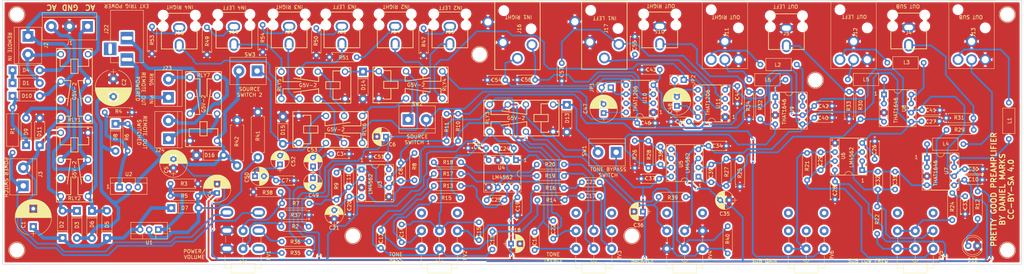
<source format=kicad_pcb>
(kicad_pcb (version 4) (host pcbnew 4.0.7)
  (layers (0 F.Cu signal) (31 B.Cu signal) (34 B.Paste user) (35 F.Paste user) (36 B.SilkS user) (37 F.SilkS user) (38 B.Mask user) (39 F.Mask user) (44 Edge.Cuts user))
  (net 0 "")
  (net 1 "Net-(C1-Pad1)")
  (net 2 GND)
  (net 3 "Net-(C2-Pad2)")
  (net 4 +15V)
  (net 5 -15V)
  (net 6 "Net-(C11-Pad2)")
  (net 7 "Net-(C12-Pad2)")
  (net 8 "Net-(C15-Pad2)")
  (net 9 "Net-(D1-Pad1)")
  (net 10 "Net-(D1-Pad2)")
  (net 11 "Net-(D4-Pad2)")
  (net 12 "Net-(D10-Pad2)")
  (net 13 "Net-(R3-Pad1)")
  (net 14 "Net-(R4-Pad2)")
  (net 15 "Net-(R22-Pad1)")
  (net 16 "Net-(C17-Pad1)")
  (net 17 "Net-(C22-Pad2)")
  (net 18 "Net-(C25-Pad2)")
  (net 19 "Net-(J4-Pad2)")
  (net 20 "Net-(J5-Pad2)")
  (net 21 "Net-(C29-Pad1)")
  (net 22 "Net-(C29-Pad2)")
  (net 23 LEFTIN)
  (net 24 RIGHTIN)
  (net 25 "Net-(C8-Pad2)")
  (net 26 "Net-(C11-Pad1)")
  (net 27 "Net-(C12-Pad1)")
  (net 28 "Net-(C13-Pad2)")
  (net 29 "Net-(C14-Pad1)")
  (net 30 "Net-(C14-Pad2)")
  (net 31 "Net-(C16-Pad1)")
  (net 32 "Net-(C16-Pad2)")
  (net 33 "Net-(C17-Pad2)")
  (net 34 "Net-(C22-Pad1)")
  (net 35 "Net-(C23-Pad2)")
  (net 36 "Net-(C24-Pad2)")
  (net 37 "Net-(C31-Pad1)")
  (net 38 "Net-(C31-Pad2)")
  (net 39 "Net-(C33-Pad2)")
  (net 40 "Net-(C38-Pad1)")
  (net 41 "Net-(C38-Pad2)")
  (net 42 "Net-(C39-Pad1)")
  (net 43 "Net-(C39-Pad2)")
  (net 44 "Net-(D2-Pad2)")
  (net 45 "Net-(D5-Pad2)")
  (net 46 "Net-(D10-Pad1)")
  (net 47 "Net-(D9-Pad2)")
  (net 48 "Net-(D12-Pad2)")
  (net 49 "Net-(D13-Pad1)")
  (net 50 "Net-(D14-Pad1)")
  (net 51 "Net-(D15-Pad2)")
  (net 52 "Net-(J3-Pad1)")
  (net 53 "Net-(J10-Pad2)")
  (net 54 "Net-(J11-Pad3)")
  (net 55 "Net-(J11-Pad2)")
  (net 56 "Net-(J12-Pad3)")
  (net 57 "Net-(J12-Pad2)")
  (net 58 "Net-(J13-Pad3)")
  (net 59 "Net-(J13-Pad2)")
  (net 60 "Net-(J14-Pad2)")
  (net 61 "Net-(J14-Pad1)")
  (net 62 "Net-(J15-Pad2)")
  (net 63 "Net-(J15-Pad1)")
  (net 64 "Net-(J18-Pad2)")
  (net 65 "Net-(J18-Pad1)")
  (net 66 "Net-(J19-Pad2)")
  (net 67 "Net-(J19-Pad1)")
  (net 68 "Net-(J20-Pad2)")
  (net 69 "Net-(J20-Pad1)")
  (net 70 "Net-(J21-Pad2)")
  (net 71 "Net-(J21-Pad1)")
  (net 72 "Net-(J22-Pad1)")
  (net 73 "Net-(J22-Pad2)")
  (net 74 "Net-(J24-Pad1)")
  (net 75 "Net-(J24-Pad2)")
  (net 76 "Net-(R2-Pad2)")
  (net 77 "Net-(R10-Pad1)")
  (net 78 "Net-(R19-Pad2)")
  (net 79 "Net-(R20-Pad2)")
  (net 80 "Net-(R24-Pad1)")
  (net 81 "Net-(RLY4-Pad2)")
  (net 82 "Net-(RLY4-Pad6)")
  (net 83 "Net-(RLY5-Pad2)")
  (net 84 "Net-(RLY5-Pad6)")
  (net 85 "Net-(J23-Pad2)")
  (net 86 "Net-(L1-Pad2)")
  (net 87 "Net-(L2-Pad1)")
  (net 88 "Net-(L3-Pad1)")
  (net 89 "Net-(L4-Pad2)")
  (net 90 "Net-(L5-Pad2)")
  (net 91 "Net-(L6-Pad2)")
  (net 92 "Net-(R35-Pad1)")
  (net 93 "Net-(R36-Pad2)")
  (net 94 "Net-(C47-Pad1)")
  (net 95 "Net-(C47-Pad2)")
  (net 96 "Net-(C48-Pad1)")
  (net 97 "Net-(C48-Pad2)")
  (net 98 "Net-(JP1-Pad1)")
  (net 99 "Net-(JP2-Pad1)")
  (net 100 "Net-(C3-Pad1)")
  (net 101 "Net-(C50-Pad2)")
  (net 102 "Net-(C49-Pad1)")
  (net 103 "Net-(C50-Pad1)")
  (net 104 "Net-(C56-Pad2)")
  (net 105 "Net-(C57-Pad2)")
  (net 106 "Net-(C54-Pad1)")
  (net 107 "Net-(C55-Pad1)")
  (net 108 "Net-(R38-Pad1)")
  (net 109 "Net-(R39-Pad1)")
  (net 110 "Net-(R39-Pad2)")
  (net 111 "Net-(R40-Pad1)")
  (net 112 "Net-(R40-Pad2)")
  (net 113 "Net-(D11-Pad1)")
  (module Preamp:RCAConnectorCommon (layer F.Cu) (at 58.42 40.64)
    (fp_text reference J18 (at 0 0.5) (layer F.SilkS))
    (fp_text value RCAJack)
    (pad "" np_thru_hole oval (at -4.5 -1.325) (size 2 2) (drill oval 2) (layers *.Cu *.Mask))
    (pad "" np_thru_hole oval (at 4.5 -1.325) (size 2 2) (drill oval 2) (layers *.Cu *.Mask))
    (pad "" np_thru_hole oval (at -4.5 -4.5) (size 2 2) (drill oval 2) (layers *.Cu *.Mask))
    (pad "" np_thru_hole oval (at 4.5 -4.5) (size 2 2) (drill oval 2) (layers *.Cu *.Mask))
    (pad 1 thru_hole oval (at 0 -1) (size 3.5 2.5) (drill oval 2.5 1.5) (layers *.Cu *.Mask) (net 65 "Net-(J18-Pad1)"))
    (pad 2 thru_hole oval (at 0 4) (size 2.5 3.5) (drill oval 1.5 2.5) (layers *.Cu *.Mask) (net 64 "Net-(J18-Pad2)"))
  )
  (module Preamp:IOXLR3FEH (layer F.Cu) (at 177.3 39.9 90)
    (fp_text reference J17 (at 0 0.5 90) (layer F.SilkS))
    (fp_text value XLR4BODYPIN)
    (pad 3 thru_hole circle (at -8.26 0 90) (size 3 3) (drill 2) (layers *.Cu *.Mask) (net 107 "Net-(C55-Pad1)"))
    (pad 1 thru_hole circle (at -3.81 -4.05 90) (size 3 3) (drill 2) (layers *.Cu *.Mask) (net 2 GND))
    (pad "" np_thru_hole circle (at 5.08 -3.81 90) (size 2 2) (drill 2) (layers *.Cu *.Mask))
    (pad "" np_thru_hole circle (at 0 3.81 90) (size 2 2) (drill 2) (layers *.Cu *.Mask))
    (pad 2 thru_hole circle (at -4.45 4.05 90) (size 3 3) (drill 2) (layers *.Cu *.Mask) (net 105 "Net-(C57-Pad2)"))
    (pad G thru_hole circle (at 1.91 -8.25 90) (size 3 3) (drill 2) (layers *.Cu *.Mask) (net 2 GND))
  )
  (module Preamp:IOXLR3FEH (layer F.Cu) (at 153 40 90)
    (fp_text reference J16 (at 0 0.5 90) (layer F.SilkS))
    (fp_text value XLR4BODYPIN)
    (pad 3 thru_hole circle (at -8.26 0 90) (size 3 3) (drill 2) (layers *.Cu *.Mask) (net 106 "Net-(C54-Pad1)"))
    (pad 1 thru_hole circle (at -3.81 -4.05 90) (size 3 3) (drill 2) (layers *.Cu *.Mask) (net 2 GND))
    (pad "" np_thru_hole circle (at 5.08 -3.81 90) (size 2 2) (drill 2) (layers *.Cu *.Mask))
    (pad "" np_thru_hole circle (at 0 3.81 90) (size 2 2) (drill 2) (layers *.Cu *.Mask))
    (pad 2 thru_hole circle (at -4.45 4.05 90) (size 3 3) (drill 2) (layers *.Cu *.Mask) (net 104 "Net-(C56-Pad2)"))
    (pad G thru_hole circle (at 1.91 -8.25 90) (size 3 3) (drill 2) (layers *.Cu *.Mask) (net 2 GND))
  )
  (module Preamp:G2VRelay (layer F.Cu) (at 116.6 55.7)
    (fp_text reference RLY4 (at 16 0 90) (layer F.SilkS))
    (fp_text value DPDTRelay)
    (fp_text user G5V-2 (at 8 0) (layer F.SilkS))
    (pad 2 thru_hole circle (at 5.24 -3.8) (size 1.8 1.8) (drill 1.1) (layers *.Cu *.Mask) (net 81 "Net-(RLY4-Pad2)"))
    (pad 4 thru_hole circle (at 15.4 -3.8) (size 1.8 1.8) (drill 1.1) (layers *.Cu *.Mask) (net 98 "Net-(JP1-Pad1)"))
    (pad 3 thru_hole circle (at 10.32 -3.8) (size 1.8 1.8) (drill 1.1) (layers *.Cu *.Mask) (net 60 "Net-(J14-Pad2)"))
    (pad 7 thru_hole circle (at 10.32 3.8) (size 1.8 1.8) (drill 1.1) (layers *.Cu *.Mask) (net 62 "Net-(J15-Pad2)"))
    (pad 6 thru_hole circle (at 5.24 3.8) (size 1.8 1.8) (drill 1.1) (layers *.Cu *.Mask) (net 82 "Net-(RLY4-Pad6)"))
    (pad 8 thru_hole circle (at 15.4 3.8) (size 1.8 1.8) (drill 1.1) (layers *.Cu *.Mask) (net 99 "Net-(JP2-Pad1)"))
    (pad 1 thru_hole circle (at -2.38 -3.8) (size 1.8 1.8) (drill 1.1) (layers *.Cu *.Mask) (net 50 "Net-(D14-Pad1)"))
    (pad 5 thru_hole circle (at -2.38 3.8) (size 1.8 1.8) (drill 1.1) (layers *.Cu *.Mask) (net 2 GND))
  )
  (module Housings_DIP:DIP-8_W7.62mm_Socket (layer F.Cu) (at 203.6 81.4 180)
    (fp_text reference U5 (at 4.9 3.5 270) (layer F.SilkS))
    (fp_text value LM4562)
    (pad 1 thru_hole rect (at 0 0 180) (size 1.6 1.6) (drill 0.8) (layers *.Cu *.Mask) (net 42 "Net-(C39-Pad1)"))
    (pad 5 thru_hole oval (at 7.62 7.62 180) (size 1.6 1.6) (drill 0.8) (layers *.Cu *.Mask) (net 111 "Net-(R40-Pad1)"))
    (pad 2 thru_hole oval (at 0 2.54 180) (size 1.6 1.6) (drill 0.8) (layers *.Cu *.Mask) (net 43 "Net-(C39-Pad2)"))
    (pad 6 thru_hole oval (at 7.62 5.08 180) (size 1.6 1.6) (drill 0.8) (layers *.Cu *.Mask) (net 41 "Net-(C38-Pad2)"))
    (pad 3 thru_hole oval (at 0 5.08 180) (size 1.6 1.6) (drill 0.8) (layers *.Cu *.Mask) (net 109 "Net-(R39-Pad1)"))
    (pad 7 thru_hole oval (at 7.62 2.54 180) (size 1.6 1.6) (drill 0.8) (layers *.Cu *.Mask) (net 40 "Net-(C38-Pad1)"))
    (pad 4 thru_hole oval (at 0 7.62 180) (size 1.6 1.6) (drill 0.8) (layers *.Cu *.Mask) (net 5 -15V))
    (pad 8 thru_hole oval (at 7.62 0 180) (size 1.6 1.6) (drill 0.8) (layers *.Cu *.Mask) (net 4 +15V))
  )
  (module Resistors_THT:R_Axial_DIN0207_L6.3mm_D2.5mm_P7.62mm_Horizontal (layer F.Cu) (at 272.9 65)
    (fp_text reference R31 (at 3.6 -0.1) (layer F.SilkS))
    (fp_text value 47k)
    (pad 1 thru_hole circle (at 0 0) (size 1.6 1.6) (drill 0.8) (layers *.Cu *.Mask) (net 2 GND))
    (pad 2 thru_hole oval (at 7.62 0) (size 1.6 1.6) (drill 0.8) (layers *.Cu *.Mask) (net 19 "Net-(J4-Pad2)"))
  )
  (module Housings_DIP:DIP-8_W7.62mm_Socket (layer F.Cu) (at 267.5 76.2)
    (fp_text reference U7 (at 5.5 3.6 90) (layer F.SilkS))
    (fp_text value THAT1646)
    (pad 1 thru_hole rect (at 0 0) (size 1.6 1.6) (drill 0.8) (layers *.Cu *.Mask) (net 89 "Net-(L4-Pad2)"))
    (pad 5 thru_hole oval (at 7.62 7.62) (size 1.6 1.6) (drill 0.8) (layers *.Cu *.Mask) (net 5 -15V))
    (pad 2 thru_hole oval (at 0 2.54) (size 1.6 1.6) (drill 0.8) (layers *.Cu *.Mask) (net 89 "Net-(L4-Pad2)"))
    (pad 6 thru_hole oval (at 7.62 5.08) (size 1.6 1.6) (drill 0.8) (layers *.Cu *.Mask) (net 4 +15V))
    (pad 3 thru_hole oval (at 0 5.08) (size 1.6 1.6) (drill 0.8) (layers *.Cu *.Mask) (net 2 GND))
    (pad 7 thru_hole oval (at 7.62 2.54) (size 1.6 1.6) (drill 0.8) (layers *.Cu *.Mask) (net 86 "Net-(L1-Pad2)"))
    (pad 4 thru_hole oval (at 0 7.62) (size 1.6 1.6) (drill 0.8) (layers *.Cu *.Mask) (net 37 "Net-(C31-Pad1)"))
    (pad 8 thru_hole oval (at 7.62 0) (size 1.6 1.6) (drill 0.8) (layers *.Cu *.Mask) (net 86 "Net-(L1-Pad2)"))
  )
  (module Resistors_THT:R_Axial_DIN0207_L6.3mm_D2.5mm_P7.62mm_Horizontal (layer F.Cu) (at 133.2 63.8 270)
    (fp_text reference R11 (at 3.75 0 270) (layer F.SilkS))
    (fp_text value 47k)
    (pad 1 thru_hole circle (at 0 0 270) (size 1.6 1.6) (drill 0.8) (layers *.Cu *.Mask) (net 77 "Net-(R10-Pad1)"))
    (pad 2 thru_hole oval (at 7.62 0 270) (size 1.6 1.6) (drill 0.8) (layers *.Cu *.Mask) (net 16 "Net-(C17-Pad1)"))
  )
  (module Preamp:G2VRelay (layer F.Cu) (at 94.2 68.2)
    (fp_text reference RLY6 (at 16 0 90) (layer F.SilkS))
    (fp_text value DPDTRelay)
    (fp_text user G5V-2 (at 8 0) (layer F.SilkS))
    (pad 2 thru_hole circle (at 5.24 -3.8) (size 1.8 1.8) (drill 1.1) (layers *.Cu *.Mask) (net 24 RIGHTIN))
    (pad 4 thru_hole circle (at 15.4 -3.8) (size 1.8 1.8) (drill 1.1) (layers *.Cu *.Mask) (net 82 "Net-(RLY4-Pad6)"))
    (pad 3 thru_hole circle (at 10.32 -3.8) (size 1.8 1.8) (drill 1.1) (layers *.Cu *.Mask) (net 84 "Net-(RLY5-Pad6)"))
    (pad 7 thru_hole circle (at 10.32 3.8) (size 1.8 1.8) (drill 1.1) (layers *.Cu *.Mask) (net 83 "Net-(RLY5-Pad2)"))
    (pad 6 thru_hole circle (at 5.24 3.8) (size 1.8 1.8) (drill 1.1) (layers *.Cu *.Mask) (net 23 LEFTIN))
    (pad 8 thru_hole circle (at 15.4 3.8) (size 1.8 1.8) (drill 1.1) (layers *.Cu *.Mask) (net 81 "Net-(RLY4-Pad2)"))
    (pad 1 thru_hole circle (at -2.38 -3.8) (size 1.8 1.8) (drill 1.1) (layers *.Cu *.Mask) (net 2 GND))
    (pad 5 thru_hole circle (at -2.38 3.8) (size 1.8 1.8) (drill 1.1) (layers *.Cu *.Mask) (net 51 "Net-(D15-Pad2)"))
  )
  (module Capacitors_THT:CP_Radial_D10.0mm_P5.00mm (layer F.Cu) (at 17.6 95.4 90)
    (fp_text reference C1 (at 0.5 -2.75 90) (layer F.SilkS))
    (fp_text value "3300 uF")
    (pad 1 thru_hole rect (at 0 0 90) (size 2 2) (drill 1) (layers *.Cu *.Mask) (net 1 "Net-(C1-Pad1)"))
    (pad 2 thru_hole circle (at 5 0 90) (size 2 2) (drill 1) (layers *.Cu *.Mask) (net 2 GND))
  )
  (module Capacitors_THT:CP_Radial_D10.0mm_P5.00mm (layer F.Cu) (at 40 54 270)
    (fp_text reference C2 (at 1 -3 270) (layer F.SilkS))
    (fp_text value "3300 uF")
    (pad 1 thru_hole rect (at 0 0 270) (size 2 2) (drill 1) (layers *.Cu *.Mask) (net 2 GND))
    (pad 2 thru_hole circle (at 5 0 270) (size 2 2) (drill 1) (layers *.Cu *.Mask) (net 3 "Net-(C2-Pad2)"))
  )
  (module Capacitors_THT:C_Disc_D5.0mm_W2.5mm_P5.00mm (layer F.Cu) (at 100.9 75.05)
    (fp_text reference C3 (at 2.5 0) (layer F.SilkS))
    (fp_text value "470 pF")
    (pad 1 thru_hole circle (at 0 0) (size 1.6 1.6) (drill 0.8) (layers *.Cu *.Mask) (net 100 "Net-(C3-Pad1)"))
    (pad 2 thru_hole circle (at 5 0) (size 1.6 1.6) (drill 0.8) (layers *.Cu *.Mask) (net 2 GND))
  )
  (module Capacitors_THT:CP_Radial_D7.5mm_P2.50mm (layer F.Cu) (at 69 86 90)
    (fp_text reference C4 (at -0.25 -2 90) (layer F.SilkS))
    (fp_text value "47 uF")
    (pad 1 thru_hole rect (at 0 0 90) (size 1.6 1.6) (drill 0.8) (layers *.Cu *.Mask) (net 4 +15V))
    (pad 2 thru_hole circle (at 2.5 0 90) (size 1.6 1.6) (drill 0.8) (layers *.Cu *.Mask) (net 2 GND))
  )
  (module Capacitors_THT:CP_Radial_D7.5mm_P2.50mm (layer F.Cu) (at 56.8 79 90)
    (fp_text reference C5 (at -0.5 -2 90) (layer F.SilkS))
    (fp_text value "47 uF")
    (pad 1 thru_hole rect (at 0 0 90) (size 1.6 1.6) (drill 0.8) (layers *.Cu *.Mask) (net 2 GND))
    (pad 2 thru_hole circle (at 2.5 0 90) (size 1.6 1.6) (drill 0.8) (layers *.Cu *.Mask) (net 5 -15V))
  )
  (module Capacitors_THT:C_Disc_D5.0mm_W2.5mm_P5.00mm (layer F.Cu) (at 85.5 82.5)
    (fp_text reference C7 (at 2.5 0) (layer F.SilkS))
    (fp_text value "470 pF")
    (pad 1 thru_hole circle (at 0 0) (size 1.6 1.6) (drill 0.8) (layers *.Cu *.Mask) (net 101 "Net-(C50-Pad2)"))
    (pad 2 thru_hole circle (at 5 0) (size 1.6 1.6) (drill 0.8) (layers *.Cu *.Mask) (net 2 GND))
  )
  (module Capacitors_THT:C_Disc_D5.0mm_W2.5mm_P5.00mm (layer F.Cu) (at 139.2 73.4)
    (fp_text reference C9 (at 2.5 -0.25) (layer F.SilkS))
    (fp_text value "100 nF")
    (pad 1 thru_hole circle (at 0 0) (size 1.6 1.6) (drill 0.8) (layers *.Cu *.Mask) (net 2 GND))
    (pad 2 thru_hole circle (at 5 0) (size 1.6 1.6) (drill 0.8) (layers *.Cu *.Mask) (net 5 -15V))
  )
  (module Capacitors_THT:C_Disc_D5.0mm_W2.5mm_P5.00mm (layer F.Cu) (at 114.8 101.4 90)
    (fp_text reference C12 (at 2.75 0 90) (layer F.SilkS))
    (fp_text value "33 nF")
    (pad 1 thru_hole circle (at 0 0 90) (size 1.6 1.6) (drill 0.8) (layers *.Cu *.Mask) (net 27 "Net-(C12-Pad1)"))
    (pad 2 thru_hole circle (at 5 0 90) (size 1.6 1.6) (drill 0.8) (layers *.Cu *.Mask) (net 7 "Net-(C12-Pad2)"))
  )
  (module Capacitors_THT:C_Disc_D5.0mm_W2.5mm_P5.00mm (layer F.Cu) (at 146 101.8 90)
    (fp_text reference C13 (at 2.5 0 90) (layer F.SilkS))
    (fp_text value "33 nF")
    (pad 1 thru_hole circle (at 0 0 90) (size 1.6 1.6) (drill 0.8) (layers *.Cu *.Mask) (net 27 "Net-(C12-Pad1)"))
    (pad 2 thru_hole circle (at 5 0 90) (size 1.6 1.6) (drill 0.8) (layers *.Cu *.Mask) (net 28 "Net-(C13-Pad2)"))
  )
  (module Capacitors_THT:C_Disc_D5.0mm_W2.5mm_P5.00mm (layer F.Cu) (at 120.6 94.8 270)
    (fp_text reference C14 (at 2.25 0 270) (layer F.SilkS))
    (fp_text value "33 nF")
    (pad 1 thru_hole circle (at 0 0 270) (size 1.6 1.6) (drill 0.8) (layers *.Cu *.Mask) (net 29 "Net-(C14-Pad1)"))
    (pad 2 thru_hole circle (at 5 0 270) (size 1.6 1.6) (drill 0.8) (layers *.Cu *.Mask) (net 30 "Net-(C14-Pad2)"))
  )
  (module Capacitors_THT:C_Disc_D5.0mm_W2.5mm_P5.00mm (layer F.Cu) (at 142.2 94.2 270)
    (fp_text reference C15 (at 2.75 0 270) (layer F.SilkS))
    (fp_text value "33 nF")
    (pad 1 thru_hole circle (at 0 0 270) (size 1.6 1.6) (drill 0.8) (layers *.Cu *.Mask) (net 29 "Net-(C14-Pad1)"))
    (pad 2 thru_hole circle (at 5 0 270) (size 1.6 1.6) (drill 0.8) (layers *.Cu *.Mask) (net 8 "Net-(C15-Pad2)"))
  )
  (module Capacitors_THT:C_Disc_D5.0mm_W2.5mm_P5.00mm (layer F.Cu) (at 157.8 102 90)
    (fp_text reference C16 (at 2.7489 -0.0036 90) (layer F.SilkS))
    (fp_text value "3300 pF")
    (pad 1 thru_hole circle (at 0 0 90) (size 1.6 1.6) (drill 0.8) (layers *.Cu *.Mask) (net 31 "Net-(C16-Pad1)"))
    (pad 2 thru_hole circle (at 5 0 90) (size 1.6 1.6) (drill 0.8) (layers *.Cu *.Mask) (net 32 "Net-(C16-Pad2)"))
  )
  (module Diodes_THT:D_DO-41_SOD81_P7.62mm_Horizontal (layer F.Cu) (at 11.8 55.2)
    (fp_text reference D1 (at 3.75 0) (layer F.SilkS))
    (fp_text value 1N4742A)
    (pad 1 thru_hole rect (at 0 0) (size 2.2 2.2) (drill 1.1) (layers *.Cu *.Mask) (net 9 "Net-(D1-Pad1)"))
    (pad 2 thru_hole oval (at 7.62 0) (size 2.2 2.2) (drill 1.1) (layers *.Cu *.Mask) (net 10 "Net-(D1-Pad2)"))
  )
  (module Diodes_THT:D_DO-41_SOD81_P7.62mm_Horizontal (layer F.Cu) (at 25.8 98.6 90)
    (fp_text reference D2 (at 3.75 -0.25 90) (layer F.SilkS))
    (fp_text value 1N4007)
    (pad 1 thru_hole rect (at 0 0 90) (size 2.2 2.2) (drill 1.1) (layers *.Cu *.Mask) (net 1 "Net-(C1-Pad1)"))
    (pad 2 thru_hole oval (at 7.62 0 90) (size 2.2 2.2) (drill 1.1) (layers *.Cu *.Mask) (net 44 "Net-(D2-Pad2)"))
  )
  (module Diodes_THT:D_DO-41_SOD81_P7.62mm_Horizontal (layer F.Cu) (at 29.8 91 270)
    (fp_text reference D3 (at 4 0 270) (layer F.SilkS))
    (fp_text value 1N4007)
    (pad 1 thru_hole rect (at 0 0 270) (size 2.2 2.2) (drill 1.1) (layers *.Cu *.Mask) (net 44 "Net-(D2-Pad2)"))
    (pad 2 thru_hole oval (at 7.62 0 270) (size 2.2 2.2) (drill 1.1) (layers *.Cu *.Mask) (net 3 "Net-(C2-Pad2)"))
  )
  (module Diodes_THT:D_DO-41_SOD81_P7.62mm_Horizontal (layer F.Cu) (at 11.8 51.6)
    (fp_text reference D4 (at 3.75 0) (layer F.SilkS))
    (fp_text value 1N4742A)
    (pad 1 thru_hole rect (at 0 0) (size 2.2 2.2) (drill 1.1) (layers *.Cu *.Mask) (net 9 "Net-(D1-Pad1)"))
    (pad 2 thru_hole oval (at 7.62 0) (size 2.2 2.2) (drill 1.1) (layers *.Cu *.Mask) (net 11 "Net-(D4-Pad2)"))
  )
  (module Diodes_THT:D_DO-41_SOD81_P7.62mm_Horizontal (layer F.Cu) (at 38.2 98.6 90)
    (fp_text reference D5 (at 3.75 0 90) (layer F.SilkS))
    (fp_text value 1N4007)
    (pad 1 thru_hole rect (at 0 0 90) (size 2.2 2.2) (drill 1.1) (layers *.Cu *.Mask) (net 1 "Net-(C1-Pad1)"))
    (pad 2 thru_hole oval (at 7.62 0 90) (size 2.2 2.2) (drill 1.1) (layers *.Cu *.Mask) (net 45 "Net-(D5-Pad2)"))
  )
  (module Diodes_THT:D_DO-41_SOD81_P7.62mm_Horizontal (layer F.Cu) (at 34 91 270)
    (fp_text reference D6 (at 3.75 0 270) (layer F.SilkS))
    (fp_text value 1N4007)
    (pad 1 thru_hole rect (at 0 0 270) (size 2.2 2.2) (drill 1.1) (layers *.Cu *.Mask) (net 45 "Net-(D5-Pad2)"))
    (pad 2 thru_hole oval (at 7.62 0 270) (size 2.2 2.2) (drill 1.1) (layers *.Cu *.Mask) (net 3 "Net-(C2-Pad2)"))
  )
  (module Diodes_THT:D_DO-41_SOD81_P7.62mm_Horizontal (layer F.Cu) (at 56.2 90.2)
    (fp_text reference D7 (at 3.75 0) (layer F.SilkS))
    (fp_text value 1N4007)
    (pad 1 thru_hole rect (at 0 0) (size 2.2 2.2) (drill 1.1) (layers *.Cu *.Mask) (net 1 "Net-(C1-Pad1)"))
    (pad 2 thru_hole oval (at 7.62 0) (size 2.2 2.2) (drill 1.1) (layers *.Cu *.Mask) (net 4 +15V))
  )
  (module Diodes_THT:D_DO-41_SOD81_P7.62mm_Horizontal (layer F.Cu) (at 40.6 66.6 270)
    (fp_text reference D8 (at 3.75 0 270) (layer F.SilkS))
    (fp_text value 1N4007)
    (pad 1 thru_hole rect (at 0 0 270) (size 2.2 2.2) (drill 1.1) (layers *.Cu *.Mask) (net 5 -15V))
    (pad 2 thru_hole oval (at 7.62 0 270) (size 2.2 2.2) (drill 1.1) (layers *.Cu *.Mask) (net 3 "Net-(C2-Pad2)"))
  )
  (module Diodes_THT:D_DO-41_SOD81_P7.62mm_Horizontal (layer F.Cu) (at 15.6 72.6 90)
    (fp_text reference D9 (at 3.75 0 90) (layer F.SilkS))
    (fp_text value 1N4007)
    (pad 1 thru_hole rect (at 0 0 90) (size 2.2 2.2) (drill 1.1) (layers *.Cu *.Mask) (net 46 "Net-(D10-Pad1)"))
    (pad 2 thru_hole oval (at 7.62 0 90) (size 2.2 2.2) (drill 1.1) (layers *.Cu *.Mask) (net 47 "Net-(D9-Pad2)"))
  )
  (module Connectors_Terminal_Blocks:TerminalBlock_bornier-3_P5.08mm (layer F.Cu) (at 32.8 39.3 180)
    (fp_text reference J1 (at 5.05 -4.65 180) (layer F.SilkS))
    (fp_text value Conn_01x03)
    (pad 1 thru_hole rect (at 0 0 180) (size 3 3) (drill 1.52) (layers *.Cu *.Mask) (net 47 "Net-(D9-Pad2)"))
    (pad 2 thru_hole circle (at 5.08 0 180) (size 3 3) (drill 1.52) (layers *.Cu *.Mask) (net 2 GND))
    (pad 3 thru_hole circle (at 10.16 0 180) (size 3 3) (drill 1.52) (layers *.Cu *.Mask) (net 12 "Net-(D10-Pad2)"))
  )
  (module Connectors_Terminal_Blocks:TerminalBlock_bornier-2_P5.08mm (layer F.Cu) (at 16.1 42.1 270)
    (fp_text reference J2 (at 2.54 -5.08 270) (layer F.SilkS))
    (fp_text value Conn_01x02)
    (pad 1 thru_hole rect (at 0 0 270) (size 3 3) (drill 1.52) (layers *.Cu *.Mask) (net 11 "Net-(D4-Pad2)"))
    (pad 2 thru_hole circle (at 5.08 0 270) (size 3 3) (drill 1.52) (layers *.Cu *.Mask) (net 10 "Net-(D1-Pad2)"))
  )
  (module Resistors_THT:R_Axial_DIN0207_L6.3mm_D2.5mm_P7.62mm_Horizontal (layer F.Cu) (at 94.6 95.4 180)
    (fp_text reference R2 (at 3.75 0 180) (layer F.SilkS))
    (fp_text value 4k7)
    (pad 1 thru_hole circle (at 0 0 180) (size 1.6 1.6) (drill 0.8) (layers *.Cu *.Mask) (net 25 "Net-(C8-Pad2)"))
    (pad 2 thru_hole oval (at 7.62 0 180) (size 1.6 1.6) (drill 0.8) (layers *.Cu *.Mask) (net 76 "Net-(R2-Pad2)"))
  )
  (module Resistors_THT:R_Axial_DIN0207_L6.3mm_D2.5mm_P7.62mm_Horizontal (layer F.Cu) (at 56 83.4)
    (fp_text reference R3 (at 3.75 0) (layer F.SilkS))
    (fp_text value 4k7)
    (pad 1 thru_hole circle (at 0 0) (size 1.6 1.6) (drill 0.8) (layers *.Cu *.Mask) (net 13 "Net-(R3-Pad1)"))
    (pad 2 thru_hole oval (at 7.62 0) (size 1.6 1.6) (drill 0.8) (layers *.Cu *.Mask) (net 2 GND))
  )
  (module Resistors_THT:R_Axial_DIN0207_L6.3mm_D2.5mm_P7.62mm_Horizontal (layer F.Cu) (at 45.2 63.4 180)
    (fp_text reference R4 (at 3.75 0.25 180) (layer F.SilkS))
    (fp_text value 4k7)
    (pad 1 thru_hole circle (at 0 0 180) (size 1.6 1.6) (drill 0.8) (layers *.Cu *.Mask) (net 2 GND))
    (pad 2 thru_hole oval (at 7.62 0 180) (size 1.6 1.6) (drill 0.8) (layers *.Cu *.Mask) (net 14 "Net-(R4-Pad2)"))
  )
  (module Resistors_THT:R_Axial_DIN0207_L6.3mm_D2.5mm_P7.62mm_Horizontal (layer F.Cu) (at 63.6 86.8 180)
    (fp_text reference R5 (at 3.75 0 180) (layer F.SilkS))
    (fp_text value 560R)
    (pad 1 thru_hole circle (at 0 0 180) (size 1.6 1.6) (drill 0.8) (layers *.Cu *.Mask) (net 4 +15V))
    (pad 2 thru_hole oval (at 7.62 0 180) (size 1.6 1.6) (drill 0.8) (layers *.Cu *.Mask) (net 13 "Net-(R3-Pad1)"))
  )
  (module Resistors_THT:R_Axial_DIN0207_L6.3mm_D2.5mm_P7.62mm_Horizontal (layer F.Cu) (at 44 66.6 270)
    (fp_text reference R6 (at 3.75 0.25 270) (layer F.SilkS))
    (fp_text value 560R)
    (pad 1 thru_hole circle (at 0 0 270) (size 1.6 1.6) (drill 0.8) (layers *.Cu *.Mask) (net 5 -15V))
    (pad 2 thru_hole oval (at 7.62 0 270) (size 1.6 1.6) (drill 0.8) (layers *.Cu *.Mask) (net 14 "Net-(R4-Pad2)"))
  )
  (module Resistors_THT:R_Axial_DIN0207_L6.3mm_D2.5mm_P7.62mm_Horizontal (layer F.Cu) (at 94.8 88.9 180)
    (fp_text reference R7 (at 3.75 0 180) (layer F.SilkS))
    (fp_text value 4k7)
    (pad 1 thru_hole circle (at 0 0 180) (size 1.6 1.6) (drill 0.8) (layers *.Cu *.Mask) (net 6 "Net-(C11-Pad2)"))
    (pad 2 thru_hole oval (at 7.62 0 180) (size 1.6 1.6) (drill 0.8) (layers *.Cu *.Mask) (net 108 "Net-(R38-Pad1)"))
  )
  (module Resistors_THT:R_Axial_DIN0207_L6.3mm_D2.5mm_P7.62mm_Horizontal (layer F.Cu) (at 124.2 74.8 270)
    (fp_text reference R8 (at 3.75 0 270) (layer F.SilkS))
    (fp_text value 47k)
    (pad 1 thru_hole circle (at 0 0 270) (size 1.6 1.6) (drill 0.8) (layers *.Cu *.Mask) (net 16 "Net-(C17-Pad1)"))
    (pad 2 thru_hole oval (at 7.62 0 270) (size 1.6 1.6) (drill 0.8) (layers *.Cu *.Mask) (net 25 "Net-(C8-Pad2)"))
  )
  (module Resistors_THT:R_Axial_DIN0207_L6.3mm_D2.5mm_P7.62mm_Horizontal (layer F.Cu) (at 102.4 80.3 270)
    (fp_text reference R9 (at 3.75 0 270) (layer F.SilkS))
    (fp_text value 47k)
    (pad 1 thru_hole circle (at 0 0 270) (size 1.6 1.6) (drill 0.8) (layers *.Cu *.Mask) (net 26 "Net-(C11-Pad1)"))
    (pad 2 thru_hole oval (at 7.62 0 270) (size 1.6 1.6) (drill 0.8) (layers *.Cu *.Mask) (net 6 "Net-(C11-Pad2)"))
  )
  (module Resistors_THT:R_Axial_DIN0207_L6.3mm_D2.5mm_P7.62mm_Horizontal (layer F.Cu) (at 136.4 63.8 270)
    (fp_text reference R10 (at 3.5 0 270) (layer F.SilkS))
    (fp_text value 47k)
    (pad 1 thru_hole circle (at 0 0 270) (size 1.6 1.6) (drill 0.8) (layers *.Cu *.Mask) (net 77 "Net-(R10-Pad1)"))
    (pad 2 thru_hole oval (at 7.62 0 270) (size 1.6 1.6) (drill 0.8) (layers *.Cu *.Mask) (net 26 "Net-(C11-Pad1)"))
  )
  (module Resistors_THT:R_Axial_DIN0207_L6.3mm_D2.5mm_P7.62mm_Horizontal (layer F.Cu) (at 281.7 93.2 90)
    (fp_text reference R12 (at 4 0 90) (layer F.SilkS))
    (fp_text value 2k2)
    (pad 1 thru_hole circle (at 0 0 90) (size 1.6 1.6) (drill 0.8) (layers *.Cu *.Mask) (net 48 "Net-(D12-Pad2)"))
    (pad 2 thru_hole oval (at 7.62 0 90) (size 1.6 1.6) (drill 0.8) (layers *.Cu *.Mask) (net 4 +15V))
  )
  (module Resistors_THT:R_Axial_DIN0207_L6.3mm_D2.5mm_P7.62mm_Horizontal (layer F.Cu) (at 129.6 84)
    (fp_text reference R13 (at 4 0) (layer F.SilkS))
    (fp_text value 10k)
    (pad 1 thru_hole circle (at 0 0) (size 1.6 1.6) (drill 0.8) (layers *.Cu *.Mask) (net 7 "Net-(C12-Pad2)"))
    (pad 2 thru_hole oval (at 7.62 0) (size 1.6 1.6) (drill 0.8) (layers *.Cu *.Mask) (net 32 "Net-(C16-Pad2)"))
  )
  (module Resistors_THT:R_Axial_DIN0207_L6.3mm_D2.5mm_P7.62mm_Horizontal (layer F.Cu) (at 166.2 88 180)
    (fp_text reference R14 (at 3.75 0 180) (layer F.SilkS))
    (fp_text value 10k)
    (pad 1 thru_hole circle (at 0 0 180) (size 1.6 1.6) (drill 0.8) (layers *.Cu *.Mask) (net 16 "Net-(C17-Pad1)"))
    (pad 2 thru_hole oval (at 7.62 0 180) (size 1.6 1.6) (drill 0.8) (layers *.Cu *.Mask) (net 28 "Net-(C13-Pad2)"))
  )
  (module Resistors_THT:R_Axial_DIN0207_L6.3mm_D2.5mm_P7.62mm_Horizontal (layer F.Cu) (at 129.4 87.4)
    (fp_text reference R15 (at 3.75 0) (layer F.SilkS))
    (fp_text value 10k)
    (pad 1 thru_hole circle (at 0 0) (size 1.6 1.6) (drill 0.8) (layers *.Cu *.Mask) (net 30 "Net-(C14-Pad2)"))
    (pad 2 thru_hole oval (at 7.62 0) (size 1.6 1.6) (drill 0.8) (layers *.Cu *.Mask) (net 17 "Net-(C22-Pad2)"))
  )
  (module Resistors_THT:R_Axial_DIN0207_L6.3mm_D2.5mm_P7.62mm_Horizontal (layer F.Cu) (at 166 84.6 180)
    (fp_text reference R16 (at 3.75 0 180) (layer F.SilkS))
    (fp_text value 10k)
    (pad 1 thru_hole circle (at 0 0 180) (size 1.6 1.6) (drill 0.8) (layers *.Cu *.Mask) (net 26 "Net-(C11-Pad1)"))
    (pad 2 thru_hole oval (at 7.62 0 180) (size 1.6 1.6) (drill 0.8) (layers *.Cu *.Mask) (net 8 "Net-(C15-Pad2)"))
  )
  (module Resistors_THT:R_Axial_DIN0207_L6.3mm_D2.5mm_P7.62mm_Horizontal (layer F.Cu) (at 129.6 80.6)
    (fp_text reference R17 (at 4 0) (layer F.SilkS))
    (fp_text value 10k)
    (pad 1 thru_hole circle (at 0 0) (size 1.6 1.6) (drill 0.8) (layers *.Cu *.Mask) (net 27 "Net-(C12-Pad1)"))
    (pad 2 thru_hole oval (at 7.62 0) (size 1.6 1.6) (drill 0.8) (layers *.Cu *.Mask) (net 18 "Net-(C25-Pad2)"))
  )
  (module Resistors_THT:R_Axial_DIN0207_L6.3mm_D2.5mm_P7.62mm_Horizontal (layer F.Cu) (at 158.4 81.2)
    (fp_text reference R19 (at 3.75 0) (layer F.SilkS))
    (fp_text value 3k3)
    (pad 1 thru_hole circle (at 0 0) (size 1.6 1.6) (drill 0.8) (layers *.Cu *.Mask) (net 18 "Net-(C25-Pad2)"))
    (pad 2 thru_hole oval (at 7.62 0) (size 1.6 1.6) (drill 0.8) (layers *.Cu *.Mask) (net 78 "Net-(R19-Pad2)"))
  )
  (module Resistors_THT:R_Axial_DIN0207_L6.3mm_D2.5mm_P7.62mm_Horizontal (layer F.Cu) (at 158.4 78)
    (fp_text reference R20 (at 3.75 0) (layer F.SilkS))
    (fp_text value 3k3)
    (pad 1 thru_hole circle (at 0 0) (size 1.6 1.6) (drill 0.8) (layers *.Cu *.Mask) (net 36 "Net-(C24-Pad2)"))
    (pad 2 thru_hole oval (at 7.62 0) (size 1.6 1.6) (drill 0.8) (layers *.Cu *.Mask) (net 79 "Net-(R20-Pad2)"))
  )
  (module Resistors_THT:R_Axial_DIN0207_L6.3mm_D2.5mm_P7.62mm_Horizontal (layer F.Cu) (at 234 82.4 90)
    (fp_text reference R21 (at 4 0 90) (layer F.SilkS))
    (fp_text value 47k)
    (pad 1 thru_hole circle (at 0 0 90) (size 1.6 1.6) (drill 0.8) (layers *.Cu *.Mask) (net 21 "Net-(C29-Pad1)"))
    (pad 2 thru_hole oval (at 7.62 0 90) (size 1.6 1.6) (drill 0.8) (layers *.Cu *.Mask) (net 22 "Net-(C29-Pad2)"))
  )
  (module Resistors_THT:R_Axial_DIN0207_L6.3mm_D2.5mm_P7.62mm_Horizontal (layer F.Cu) (at 253.6 97.4 90)
    (fp_text reference R22 (at 4 0 90) (layer F.SilkS))
    (fp_text value 10k)
    (pad 1 thru_hole circle (at 0 0 90) (size 1.6 1.6) (drill 0.8) (layers *.Cu *.Mask) (net 15 "Net-(R22-Pad1)"))
    (pad 2 thru_hole oval (at 7.62 0 90) (size 1.6 1.6) (drill 0.8) (layers *.Cu *.Mask) (net 38 "Net-(C31-Pad2)"))
  )
  (module Resistors_THT:R_Axial_DIN0207_L6.3mm_D2.5mm_P7.62mm_Horizontal (layer F.Cu) (at 274.6 93.6 90)
    (fp_text reference R24 (at 3.75 0 90) (layer F.SilkS))
    (fp_text value 10k)
    (pad 1 thru_hole circle (at 0 0 90) (size 1.6 1.6) (drill 0.8) (layers *.Cu *.Mask) (net 80 "Net-(R24-Pad1)"))
    (pad 2 thru_hole oval (at 7.62 0 90) (size 1.6 1.6) (drill 0.8) (layers *.Cu *.Mask) (net 39 "Net-(C33-Pad2)"))
  )
  (module Resistors_THT:R_Axial_DIN0207_L6.3mm_D2.5mm_P7.62mm_Horizontal (layer F.Cu) (at 215.2 84.2 90)
    (fp_text reference R25 (at 3.75 0 90) (layer F.SilkS))
    (fp_text value 10k)
    (pad 1 thru_hole circle (at 0 0 90) (size 1.6 1.6) (drill 0.8) (layers *.Cu *.Mask) (net 2 GND))
    (pad 2 thru_hole oval (at 7.62 0 90) (size 1.6 1.6) (drill 0.8) (layers *.Cu *.Mask) (net 43 "Net-(C39-Pad2)"))
  )
  (module Resistors_THT:R_Axial_DIN0207_L6.3mm_D2.5mm_P7.62mm_Horizontal (layer F.Cu) (at 185.8 79 90)
    (fp_text reference R26 (at 3.75 0 90) (layer F.SilkS))
    (fp_text value 10k)
    (pad 1 thru_hole circle (at 0 0 90) (size 1.6 1.6) (drill 0.8) (layers *.Cu *.Mask) (net 2 GND))
    (pad 2 thru_hole oval (at 7.62 0 90) (size 1.6 1.6) (drill 0.8) (layers *.Cu *.Mask) (net 41 "Net-(C38-Pad2)"))
  )
  (module Preamp:G2VRelay (layer F.Cu) (at 29.1 49.5 270)
    (fp_text reference RLY1 (at 16 0 360) (layer F.SilkS))
    (fp_text value DPDTRelay)
    (fp_text user G5V-2 (at 8 0 270) (layer F.SilkS))
    (pad 2 thru_hole circle (at 5.24 -3.8 270) (size 1.8 1.8) (drill 1.1) (layers *.Cu *.Mask) (net 47 "Net-(D9-Pad2)"))
    (pad 4 thru_hole circle (at 15.4 -3.8 270) (size 1.8 1.8) (drill 1.1) (layers *.Cu *.Mask) (net 45 "Net-(D5-Pad2)"))
    (pad 3 thru_hole circle (at 10.32 -3.8 270) (size 1.8 1.8) (drill 1.1) (layers *.Cu *.Mask))
    (pad 7 thru_hole circle (at 10.32 3.8 270) (size 1.8 1.8) (drill 1.1) (layers *.Cu *.Mask))
    (pad 6 thru_hole circle (at 5.24 3.8 270) (size 1.8 1.8) (drill 1.1) (layers *.Cu *.Mask) (net 12 "Net-(D10-Pad2)"))
    (pad 8 thru_hole circle (at 15.4 3.8 270) (size 1.8 1.8) (drill 1.1) (layers *.Cu *.Mask) (net 44 "Net-(D2-Pad2)"))
    (pad 1 thru_hole circle (at -2.38 -3.8 270) (size 1.8 1.8) (drill 1.1) (layers *.Cu *.Mask) (net 11 "Net-(D4-Pad2)"))
    (pad 5 thru_hole circle (at -2.38 3.8 270) (size 1.8 1.8) (drill 1.1) (layers *.Cu *.Mask) (net 10 "Net-(D1-Pad2)"))
  )
  (module TO_SOT_Packages_THT:TO-220-3_Vertical (layer F.Cu) (at 52.55 96.25 180)
    (fp_text reference U1 (at 2.54 -3.62 180) (layer F.SilkS))
    (fp_text value LM317)
    (pad 1 thru_hole rect (at 0 0 180) (size 1.8 1.8) (drill 1) (layers *.Cu *.Mask) (net 13 "Net-(R3-Pad1)"))
    (pad 2 thru_hole oval (at 2.54 0 180) (size 1.8 1.8) (drill 1) (layers *.Cu *.Mask) (net 4 +15V))
    (pad 3 thru_hole oval (at 5.08 0 180) (size 1.8 1.8) (drill 1) (layers *.Cu *.Mask) (net 1 "Net-(C1-Pad1)"))
  )
  (module TO_SOT_Packages_THT:TO-220-3_Vertical (layer F.Cu) (at 41.75 84.35)
    (fp_text reference U2 (at 2.54 -3.62) (layer F.SilkS))
    (fp_text value LM337)
    (pad 1 thru_hole rect (at 0 0) (size 1.8 1.8) (drill 1) (layers *.Cu *.Mask) (net 14 "Net-(R4-Pad2)"))
    (pad 2 thru_hole oval (at 2.54 0) (size 1.8 1.8) (drill 1) (layers *.Cu *.Mask) (net 3 "Net-(C2-Pad2)"))
    (pad 3 thru_hole oval (at 5.08 0) (size 1.8 1.8) (drill 1) (layers *.Cu *.Mask) (net 5 -15V))
  )
  (module Capacitors_THT:C_Disc_D5.0mm_W2.5mm_P5.00mm (layer F.Cu) (at 171 86.8)
    (fp_text reference C17 (at 2.4 0) (layer F.SilkS))
    (fp_text value "3300 pF")
    (pad 1 thru_hole circle (at 0 0) (size 1.6 1.6) (drill 0.8) (layers *.Cu *.Mask) (net 16 "Net-(C17-Pad1)"))
    (pad 2 thru_hole circle (at 5 0) (size 1.6 1.6) (drill 0.8) (layers *.Cu *.Mask) (net 33 "Net-(C17-Pad2)"))
  )
  (module Capacitors_THT:C_Disc_D5.0mm_W2.5mm_P5.00mm (layer F.Cu) (at 153 87.2 270)
    (fp_text reference C19 (at 2.6 -0.1 270) (layer F.SilkS))
    (fp_text value "100 nF")
    (pad 1 thru_hole circle (at 0 0 270) (size 1.6 1.6) (drill 0.8) (layers *.Cu *.Mask) (net 4 +15V))
    (pad 2 thru_hole circle (at 5 0 270) (size 1.6 1.6) (drill 0.8) (layers *.Cu *.Mask) (net 2 GND))
  )
  (module Capacitors_THT:C_Disc_D5.0mm_W2.5mm_P5.00mm (layer F.Cu) (at 106 92 90)
    (fp_text reference C20 (at 2.4 0 90) (layer F.SilkS))
    (fp_text value "100 nF")
    (pad 1 thru_hole circle (at 0 0 90) (size 1.6 1.6) (drill 0.8) (layers *.Cu *.Mask) (net 2 GND))
    (pad 2 thru_hole circle (at 5 0 90) (size 1.6 1.6) (drill 0.8) (layers *.Cu *.Mask) (net 5 -15V))
  )
  (module Capacitors_THT:C_Disc_D5.0mm_W2.5mm_P5.00mm (layer F.Cu) (at 163 98.8 90)
    (fp_text reference C22 (at 2.6 0 90) (layer F.SilkS))
    (fp_text value "3300 pF")
    (pad 1 thru_hole circle (at 0 0 90) (size 1.6 1.6) (drill 0.8) (layers *.Cu *.Mask) (net 34 "Net-(C22-Pad1)"))
    (pad 2 thru_hole circle (at 5 0 90) (size 1.6 1.6) (drill 0.8) (layers *.Cu *.Mask) (net 17 "Net-(C22-Pad2)"))
  )
  (module Capacitors_THT:C_Disc_D5.0mm_W2.5mm_P5.00mm (layer F.Cu) (at 171 83)
    (fp_text reference C23 (at 2.5 -0.1) (layer F.SilkS))
    (fp_text value "3300 pF")
    (pad 1 thru_hole circle (at 0 0) (size 1.6 1.6) (drill 0.8) (layers *.Cu *.Mask) (net 26 "Net-(C11-Pad1)"))
    (pad 2 thru_hole circle (at 5 0) (size 1.6 1.6) (drill 0.8) (layers *.Cu *.Mask) (net 35 "Net-(C23-Pad2)"))
  )
  (module Capacitors_THT:C_Disc_D5.0mm_W2.5mm_P5.00mm (layer F.Cu) (at 152 73.5 180)
    (fp_text reference C24 (at 2.6 -0.1 180) (layer F.SilkS))
    (fp_text value "22 pF")
    (pad 1 thru_hole circle (at 0 0 180) (size 1.6 1.6) (drill 0.8) (layers *.Cu *.Mask) (net 17 "Net-(C22-Pad2)"))
    (pad 2 thru_hole circle (at 5 0 180) (size 1.6 1.6) (drill 0.8) (layers *.Cu *.Mask) (net 36 "Net-(C24-Pad2)"))
  )
  (module Capacitors_THT:C_Disc_D5.0mm_W2.5mm_P5.00mm (layer F.Cu) (at 149.4 88 180)
    (fp_text reference C25 (at 2.4 0.1 180) (layer F.SilkS))
    (fp_text value "22 pF")
    (pad 1 thru_hole circle (at 0 0 180) (size 1.6 1.6) (drill 0.8) (layers *.Cu *.Mask) (net 32 "Net-(C16-Pad2)"))
    (pad 2 thru_hole circle (at 5 0 180) (size 1.6 1.6) (drill 0.8) (layers *.Cu *.Mask) (net 18 "Net-(C25-Pad2)"))
  )
  (module Capacitors_THT:C_Disc_D5.0mm_W2.5mm_P5.00mm (layer F.Cu) (at 252.9 76.5 90)
    (fp_text reference C26 (at 2.6 -0.075001 90) (layer F.SilkS))
    (fp_text value "100 nF")
    (pad 1 thru_hole circle (at 0 0 90) (size 1.6 1.6) (drill 0.8) (layers *.Cu *.Mask) (net 5 -15V))
    (pad 2 thru_hole circle (at 5 0 90) (size 1.6 1.6) (drill 0.8) (layers *.Cu *.Mask) (net 2 GND))
  )
  (module Connectors_Terminal_Blocks:TerminalBlock_bornier-2_P5.08mm (layer F.Cu) (at 14.8 84 90)
    (fp_text reference J3 (at 3.2 4.8 270) (layer F.SilkS))
    (fp_text value Conn_01x02)
    (pad 1 thru_hole rect (at 0 0 90) (size 3 3) (drill 1.52) (layers *.Cu *.Mask) (net 52 "Net-(J3-Pad1)"))
    (pad 2 thru_hole circle (at 5.08 0 90) (size 3 3) (drill 1.52) (layers *.Cu *.Mask) (net 113 "Net-(D11-Pad1)"))
  )
  (module Resistors_THT:R_Axial_DIN0207_L6.3mm_D2.5mm_P7.62mm_Horizontal (layer F.Cu) (at 211.4 76.4 270)
    (fp_text reference R27 (at 3.7 -0.1 270) (layer F.SilkS))
    (fp_text value 10k)
    (pad 1 thru_hole circle (at 0 0 270) (size 1.6 1.6) (drill 0.8) (layers *.Cu *.Mask) (net 43 "Net-(C39-Pad2)"))
    (pad 2 thru_hole oval (at 7.62 0 270) (size 1.6 1.6) (drill 0.8) (layers *.Cu *.Mask) (net 42 "Net-(C39-Pad1)"))
  )
  (module Resistors_THT:R_Axial_DIN0207_L6.3mm_D2.5mm_P7.62mm_Horizontal (layer F.Cu) (at 189.6 71.4 270)
    (fp_text reference R28 (at 3.9 -0.2 270) (layer F.SilkS))
    (fp_text value 10k)
    (pad 1 thru_hole circle (at 0 0 270) (size 1.6 1.6) (drill 0.8) (layers *.Cu *.Mask) (net 41 "Net-(C38-Pad2)"))
    (pad 2 thru_hole oval (at 7.62 0 270) (size 1.6 1.6) (drill 0.8) (layers *.Cu *.Mask) (net 40 "Net-(C38-Pad1)"))
  )
  (module Resistors_THT:R_Axial_DIN0207_L6.3mm_D2.5mm_P7.62mm_Horizontal (layer F.Cu) (at 280.6 68.3 180)
    (fp_text reference R29 (at 4 0 180) (layer F.SilkS))
    (fp_text value 100R)
    (pad 1 thru_hole circle (at 0 0 180) (size 1.6 1.6) (drill 0.8) (layers *.Cu *.Mask) (net 19 "Net-(J4-Pad2)"))
    (pad 2 thru_hole oval (at 7.62 0 180) (size 1.6 1.6) (drill 0.8) (layers *.Cu *.Mask) (net 37 "Net-(C31-Pad1)"))
  )
  (module Resistors_THT:R_Axial_DIN0207_L6.3mm_D2.5mm_P7.62mm_Horizontal (layer F.Cu) (at 248.95 57.7 270)
    (fp_text reference R30 (at 3.7 0 270) (layer F.SilkS))
    (fp_text value 100R)
    (pad 1 thru_hole circle (at 0 0 270) (size 1.6 1.6) (drill 0.8) (layers *.Cu *.Mask) (net 20 "Net-(J5-Pad2)"))
    (pad 2 thru_hole oval (at 7.62 0 270) (size 1.6 1.6) (drill 0.8) (layers *.Cu *.Mask) (net 42 "Net-(C39-Pad1)"))
  )
  (module Resistors_THT:R_Axial_DIN0207_L6.3mm_D2.5mm_P7.62mm_Horizontal (layer F.Cu) (at 220.9 57.65 270)
    (fp_text reference R32 (at 3.7 0 270) (layer F.SilkS))
    (fp_text value 100R)
    (pad 1 thru_hole circle (at 0 0 270) (size 1.6 1.6) (drill 0.8) (layers *.Cu *.Mask) (net 53 "Net-(J10-Pad2)"))
    (pad 2 thru_hole oval (at 7.62 0 270) (size 1.6 1.6) (drill 0.8) (layers *.Cu *.Mask) (net 40 "Net-(C38-Pad1)"))
  )
  (module Resistors_THT:R_Axial_DIN0207_L6.3mm_D2.5mm_P7.62mm_Horizontal (layer F.Cu) (at 245.75 65.25 90)
    (fp_text reference R33 (at 3.6 -0.1 90) (layer F.SilkS))
    (fp_text value 47k)
    (pad 1 thru_hole circle (at 0 0 90) (size 1.6 1.6) (drill 0.8) (layers *.Cu *.Mask) (net 2 GND))
    (pad 2 thru_hole oval (at 7.62 0 90) (size 1.6 1.6) (drill 0.8) (layers *.Cu *.Mask) (net 20 "Net-(J5-Pad2)"))
  )
  (module Resistors_THT:R_Axial_DIN0207_L6.3mm_D2.5mm_P7.62mm_Horizontal (layer F.Cu) (at 217.75 65.35 90)
    (fp_text reference R34 (at 3.7 -0.2 90) (layer F.SilkS))
    (fp_text value 47k)
    (pad 1 thru_hole circle (at 0 0 90) (size 1.6 1.6) (drill 0.8) (layers *.Cu *.Mask) (net 2 GND))
    (pad 2 thru_hole oval (at 7.62 0 90) (size 1.6 1.6) (drill 0.8) (layers *.Cu *.Mask) (net 53 "Net-(J10-Pad2)"))
  )
  (module Capacitors_THT:C_Disc_D5.0mm_W2.5mm_P5.00mm (layer F.Cu) (at 241.8 87.8 90)
    (fp_text reference C28 (at 2.4 0 90) (layer F.SilkS))
    (fp_text value "100 nF")
    (pad 1 thru_hole circle (at 0 0 90) (size 1.6 1.6) (drill 0.8) (layers *.Cu *.Mask) (net 2 GND))
    (pad 2 thru_hole circle (at 5 0 90) (size 1.6 1.6) (drill 0.8) (layers *.Cu *.Mask) (net 4 +15V))
  )
  (module Capacitors_THT:C_Disc_D5.0mm_W2.5mm_P5.00mm (layer F.Cu) (at 237.8 79.6 90)
    (fp_text reference C29 (at 2.6 -0.1 90) (layer F.SilkS))
    (fp_text value "100 pF")
    (pad 1 thru_hole circle (at 0 0 90) (size 1.6 1.6) (drill 0.8) (layers *.Cu *.Mask) (net 21 "Net-(C29-Pad1)"))
    (pad 2 thru_hole circle (at 5 0 90) (size 1.6 1.6) (drill 0.8) (layers *.Cu *.Mask) (net 22 "Net-(C29-Pad2)"))
  )
  (module Connectors:1pin (layer F.Cu) (at 290 36)
    (fp_text reference J6 hide)
    (fp_text value Conn_01x01)
    (pad "" np_thru_hole circle (at 0 0) (size 3.1 3.1) (drill 3.1) (layers *.Cu *.Mask))
  )
  (module Connectors:1pin (layer F.Cu) (at 13 102)
    (fp_text reference J7 hide)
    (fp_text value Conn_01x01)
    (pad "" np_thru_hole circle (at 0 0) (size 3.1 3.1) (drill 3.1) (layers *.Cu *.Mask))
  )
  (module Connectors:1pin (layer F.Cu) (at 13 36)
    (fp_text reference J8 hide)
    (fp_text value Conn_01x01)
    (pad "" np_thru_hole circle (at 0 0) (size 3.1 3.1) (drill 3.1) (layers *.Cu *.Mask))
  )
  (module Connectors:1pin (layer F.Cu) (at 290 102)
    (fp_text reference J9 hide)
    (fp_text value Conn_01x01)
    (pad "" np_thru_hole circle (at 0 0) (size 3.1 3.1) (drill 3.1) (layers *.Cu *.Mask))
  )
  (module Capacitors_THT:C_Disc_D5.0mm_W2.5mm_P5.00mm (layer F.Cu) (at 120.4 77.6 270)
    (fp_text reference C8 (at 2.4 0 270) (layer F.SilkS))
    (fp_text value "22 pF")
    (pad 1 thru_hole circle (at 0 0 270) (size 1.6 1.6) (drill 0.8) (layers *.Cu *.Mask) (net 16 "Net-(C17-Pad1)"))
    (pad 2 thru_hole circle (at 5 0 270) (size 1.6 1.6) (drill 0.8) (layers *.Cu *.Mask) (net 25 "Net-(C8-Pad2)"))
  )
  (module Capacitors_THT:C_Disc_D5.0mm_W2.5mm_P5.00mm (layer F.Cu) (at 105.8 79.4 270)
    (fp_text reference C11 (at 2.6 0 270) (layer F.SilkS))
    (fp_text value "22 pF")
    (pad 1 thru_hole circle (at 0 0 270) (size 1.6 1.6) (drill 0.8) (layers *.Cu *.Mask) (net 26 "Net-(C11-Pad1)"))
    (pad 2 thru_hole circle (at 5 0 270) (size 1.6 1.6) (drill 0.8) (layers *.Cu *.Mask) (net 6 "Net-(C11-Pad2)"))
  )
  (module Capacitors_THT:C_Disc_D5.0mm_W2.5mm_P5.00mm (layer F.Cu) (at 258.6 80 270)
    (fp_text reference C31 (at 2.4 0 270) (layer F.SilkS))
    (fp_text value "33 nF")
    (pad 1 thru_hole circle (at 0 0 270) (size 1.6 1.6) (drill 0.8) (layers *.Cu *.Mask) (net 37 "Net-(C31-Pad1)"))
    (pad 2 thru_hole circle (at 5 0 270) (size 1.6 1.6) (drill 0.8) (layers *.Cu *.Mask) (net 38 "Net-(C31-Pad2)"))
  )
  (module Capacitors_THT:C_Disc_D5.0mm_W2.5mm_P5.00mm (layer F.Cu) (at 253.8 80 270)
    (fp_text reference C32 (at 2.6 0 270) (layer F.SilkS))
    (fp_text value "33 nF")
    (pad 1 thru_hole circle (at 0 0 270) (size 1.6 1.6) (drill 0.8) (layers *.Cu *.Mask) (net 37 "Net-(C31-Pad1)"))
    (pad 2 thru_hole circle (at 5 0 270) (size 1.6 1.6) (drill 0.8) (layers *.Cu *.Mask) (net 38 "Net-(C31-Pad2)"))
  )
  (module Capacitors_THT:C_Disc_D5.0mm_W2.5mm_P5.00mm (layer F.Cu) (at 278.2 91.9 90)
    (fp_text reference C33 (at 2.6 0 90) (layer F.SilkS))
    (fp_text value "33 nF")
    (pad 1 thru_hole circle (at 0 0 90) (size 1.6 1.6) (drill 0.8) (layers *.Cu *.Mask) (net 2 GND))
    (pad 2 thru_hole circle (at 5 0 90) (size 1.6 1.6) (drill 0.8) (layers *.Cu *.Mask) (net 39 "Net-(C33-Pad2)"))
  )
  (module Capacitors_THT:C_Disc_D5.0mm_W2.5mm_P5.00mm (layer F.Cu) (at 206.4 72.8)
    (fp_text reference C34 (at 2.5 0) (layer F.SilkS))
    (fp_text value "100 nF")
    (pad 1 thru_hole circle (at 0 0) (size 1.6 1.6) (drill 0.8) (layers *.Cu *.Mask) (net 5 -15V))
    (pad 2 thru_hole circle (at 5 0) (size 1.6 1.6) (drill 0.8) (layers *.Cu *.Mask) (net 2 GND))
  )
  (module Capacitors_THT:C_Disc_D5.0mm_W2.5mm_P5.00mm (layer F.Cu) (at 192.6 82 180)
    (fp_text reference C37 (at 2.5 0.1 180) (layer F.SilkS))
    (fp_text value "100 nF")
    (pad 1 thru_hole circle (at 0 0 180) (size 1.6 1.6) (drill 0.8) (layers *.Cu *.Mask) (net 4 +15V))
    (pad 2 thru_hole circle (at 5 0 180) (size 1.6 1.6) (drill 0.8) (layers *.Cu *.Mask) (net 2 GND))
  )
  (module Capacitors_THT:C_Disc_D5.0mm_W2.5mm_P5.00mm (layer F.Cu) (at 193 78 90)
    (fp_text reference C38 (at 2.4 0.1 90) (layer F.SilkS))
    (fp_text value "22 pF")
    (pad 1 thru_hole circle (at 0 0 90) (size 1.6 1.6) (drill 0.8) (layers *.Cu *.Mask) (net 40 "Net-(C38-Pad1)"))
    (pad 2 thru_hole circle (at 5 0 90) (size 1.6 1.6) (drill 0.8) (layers *.Cu *.Mask) (net 41 "Net-(C38-Pad2)"))
  )
  (module Capacitors_THT:C_Disc_D5.0mm_W2.5mm_P5.00mm (layer F.Cu) (at 207.2 83 90)
    (fp_text reference C39 (at 2.6 -0.1 90) (layer F.SilkS))
    (fp_text value "22 pF")
    (pad 1 thru_hole circle (at 0 0 90) (size 1.6 1.6) (drill 0.8) (layers *.Cu *.Mask) (net 42 "Net-(C39-Pad1)"))
    (pad 2 thru_hole circle (at 5 0 90) (size 1.6 1.6) (drill 0.8) (layers *.Cu *.Mask) (net 43 "Net-(C39-Pad2)"))
  )
  (module Capacitors_THT:C_Disc_D5.0mm_W2.5mm_P5.00mm (layer F.Cu) (at 271.1 62.8 180)
    (fp_text reference C41 (at 2.5 0 180) (layer F.SilkS))
    (fp_text value "100 nF")
    (pad 1 thru_hole circle (at 0 0 180) (size 1.6 1.6) (drill 0.8) (layers *.Cu *.Mask) (net 2 GND))
    (pad 2 thru_hole circle (at 5 0 180) (size 1.6 1.6) (drill 0.8) (layers *.Cu *.Mask) (net 4 +15V))
  )
  (module Diodes_THT:D_DO-41_SOD81_P7.62mm_Horizontal (layer F.Cu) (at 11.8 58.8)
    (fp_text reference D10 (at 4 0) (layer F.SilkS))
    (fp_text value 1N4007)
    (pad 1 thru_hole rect (at 0 0) (size 2.2 2.2) (drill 1.1) (layers *.Cu *.Mask) (net 46 "Net-(D10-Pad1)"))
    (pad 2 thru_hole oval (at 7.62 0) (size 2.2 2.2) (drill 1.1) (layers *.Cu *.Mask) (net 12 "Net-(D10-Pad2)"))
  )
  (module Diodes_THT:D_DO-41_SOD81_P7.62mm_Horizontal (layer F.Cu) (at 19.4 72.6 90)
    (fp_text reference D11 (at 3.8 -0.1 90) (layer F.SilkS))
    (fp_text value 1N4007)
    (pad 1 thru_hole rect (at 0 0 90) (size 2.2 2.2) (drill 1.1) (layers *.Cu *.Mask) (net 113 "Net-(D11-Pad1)"))
    (pad 2 thru_hole oval (at 7.62 0 90) (size 2.2 2.2) (drill 1.1) (layers *.Cu *.Mask) (net 2 GND))
  )
  (module LEDs:LED_D5.0mm (layer F.Cu) (at 281.6 100.8 180)
    (fp_text reference D12 (at 1.27 -3.96 180) (layer F.SilkS))
    (fp_text value LED)
    (pad 1 thru_hole rect (at 0 0 180) (size 1.8 1.8) (drill 0.9) (layers *.Cu *.Mask) (net 2 GND))
    (pad 2 thru_hole circle (at 2.54 0 180) (size 1.8 1.8) (drill 0.9) (layers *.Cu *.Mask) (net 48 "Net-(D12-Pad2)"))
  )
  (module Diodes_THT:D_DO-41_SOD81_P7.62mm_Horizontal (layer F.Cu) (at 166.8 61.3 270)
    (fp_text reference D13 (at 3.7 -0.1 270) (layer F.SilkS))
    (fp_text value 1N4007)
    (pad 1 thru_hole rect (at 0 0 270) (size 2.2 2.2) (drill 1.1) (layers *.Cu *.Mask) (net 49 "Net-(D13-Pad1)"))
    (pad 2 thru_hole oval (at 7.62 0 270) (size 2.2 2.2) (drill 1.1) (layers *.Cu *.Mask) (net 2 GND))
  )
  (module Diodes_THT:D_DO-41_SOD81_P7.62mm_Horizontal (layer F.Cu) (at 109.8 52 270)
    (fp_text reference D14 (at 3.8 -0.1 270) (layer F.SilkS))
    (fp_text value 1N4007)
    (pad 1 thru_hole rect (at 0 0 270) (size 2.2 2.2) (drill 1.1) (layers *.Cu *.Mask) (net 50 "Net-(D14-Pad1)"))
    (pad 2 thru_hole oval (at 7.62 0 270) (size 2.2 2.2) (drill 1.1) (layers *.Cu *.Mask) (net 2 GND))
  )
  (module Diodes_THT:D_DO-41_SOD81_P7.62mm_Horizontal (layer F.Cu) (at 87.4 64.6 270)
    (fp_text reference D15 (at 3.8 0 270) (layer F.SilkS))
    (fp_text value 1N4007)
    (pad 1 thru_hole rect (at 0 0 270) (size 2.2 2.2) (drill 1.1) (layers *.Cu *.Mask) (net 2 GND))
    (pad 2 thru_hole oval (at 7.62 0 270) (size 2.2 2.2) (drill 1.1) (layers *.Cu *.Mask) (net 51 "Net-(D15-Pad2)"))
  )
  (module Diodes_THT:D_DO-41_SOD81_P7.62mm_Horizontal (layer F.Cu) (at 63.2 75.4)
    (fp_text reference D16 (at 3.7 0) (layer F.SilkS))
    (fp_text value 1N4007)
    (pad 1 thru_hole rect (at 0 0) (size 2.2 2.2) (drill 1.1) (layers *.Cu *.Mask) (net 2 GND))
    (pad 2 thru_hole oval (at 7.62 0) (size 2.2 2.2) (drill 1.1) (layers *.Cu *.Mask) (net 5 -15V))
  )
  (module Preamp:IOXLR3MEH (layer F.Cu) (at 211 41 90)
    (fp_text reference J11 (at 0 0.5 90) (layer F.SilkS))
    (fp_text value XLR4BODYPIN)
    (pad 3 thru_hole circle (at -7.62 0 90) (size 3 3) (drill 2) (layers *.Cu *.Mask) (net 54 "Net-(J11-Pad3)"))
    (pad 1 thru_hole circle (at -7.62 3.81 90) (size 3 3) (drill 2) (layers *.Cu *.Mask) (net 2 GND))
    (pad "" np_thru_hole circle (at 6.35 -3.81 90) (size 2 2) (drill 2) (layers *.Cu *.Mask))
    (pad "" np_thru_hole circle (at 1.27 3.81 90) (size 2 2) (drill 2) (layers *.Cu *.Mask))
    (pad 2 thru_hole circle (at -7.62 -3.81 90) (size 3 3) (drill 2) (layers *.Cu *.Mask) (net 55 "Net-(J11-Pad2)"))
    (pad G thru_hole circle (at -2.54 0 90) (size 3 3) (drill 2) (layers *.Cu *.Mask) (net 2 GND))
  )
  (module Preamp:IOXLR3MEH (layer F.Cu) (at 247 41 90)
    (fp_text reference J12 (at 0 0.5 90) (layer F.SilkS))
    (fp_text value XLR4BODYPIN)
    (pad 3 thru_hole circle (at -7.62 0 90) (size 3 3) (drill 2) (layers *.Cu *.Mask) (net 56 "Net-(J12-Pad3)"))
    (pad 1 thru_hole circle (at -7.62 3.81 90) (size 3 3) (drill 2) (layers *.Cu *.Mask) (net 2 GND))
    (pad "" np_thru_hole circle (at 6.35 -3.81 90) (size 2 2) (drill 2) (layers *.Cu *.Mask))
    (pad "" np_thru_hole circle (at 1.27 3.81 90) (size 2 2) (drill 2) (layers *.Cu *.Mask))
    (pad 2 thru_hole circle (at -7.62 -3.81 90) (size 3 3) (drill 2) (layers *.Cu *.Mask) (net 57 "Net-(J12-Pad2)"))
    (pad G thru_hole circle (at -2.54 0 90) (size 3 3) (drill 2) (layers *.Cu *.Mask) (net 2 GND))
  )
  (module Preamp:IOXLR3MEH (layer F.Cu) (at 280 41 90)
    (fp_text reference J13 (at 0 0.5 90) (layer F.SilkS))
    (fp_text value XLR4BODYPIN)
    (pad 3 thru_hole circle (at -7.62 0 90) (size 3 3) (drill 2) (layers *.Cu *.Mask) (net 58 "Net-(J13-Pad3)"))
    (pad 1 thru_hole circle (at -7.62 3.81 90) (size 3 3) (drill 2) (layers *.Cu *.Mask) (net 2 GND))
    (pad "" np_thru_hole circle (at 6.35 -3.81 90) (size 2 2) (drill 2) (layers *.Cu *.Mask))
    (pad "" np_thru_hole circle (at 1.27 3.81 90) (size 2 2) (drill 2) (layers *.Cu *.Mask))
    (pad 2 thru_hole circle (at -7.62 -3.81 90) (size 3 3) (drill 2) (layers *.Cu *.Mask) (net 59 "Net-(J13-Pad2)"))
    (pad G thru_hole circle (at -2.54 0 90) (size 3 3) (drill 2) (layers *.Cu *.Mask) (net 2 GND))
  )
  (module Connectors:BARREL_JACK (layer F.Cu) (at 43.8 48.6 270)
    (fp_text reference J22 (at -8.45 5.75 450) (layer F.SilkS))
    (fp_text value Jack-DC)
    (pad 1 thru_hole rect (at 0 0 270) (size 3.5 3.5) (drill oval 1 3) (layers *.Cu *.Mask) (net 72 "Net-(J22-Pad1)"))
    (pad 2 thru_hole rect (at -6 0 270) (size 3.5 3.5) (drill oval 1 3) (layers *.Cu *.Mask) (net 73 "Net-(J22-Pad2)"))
    (pad 3 thru_hole rect (at -3 4.7 270) (size 3.5 3.5) (drill oval 3 1) (layers *.Cu *.Mask))
  )
  (module Connectors_Terminal_Blocks:TerminalBlock_bornier-2_P5.08mm (layer F.Cu) (at 55.4 59.2 90)
    (fp_text reference J23 (at 8.2 -0.4 180) (layer F.SilkS))
    (fp_text value Conn_01x02)
    (pad 1 thru_hole rect (at 0 0 90) (size 3 3) (drill 1.52) (layers *.Cu *.Mask) (net 72 "Net-(J22-Pad1)"))
    (pad 2 thru_hole circle (at 5.08 0 90) (size 3 3) (drill 1.52) (layers *.Cu *.Mask) (net 85 "Net-(J23-Pad2)"))
  )
  (module Connectors_Terminal_Blocks:TerminalBlock_bornier-2_P5.08mm (layer F.Cu) (at 55.4 70.8 90)
    (fp_text reference J24 (at -3.2 -2.4 180) (layer F.SilkS))
    (fp_text value Conn_01x02)
    (pad 1 thru_hole rect (at 0 0 90) (size 3 3) (drill 1.52) (layers *.Cu *.Mask) (net 74 "Net-(J24-Pad1)"))
    (pad 2 thru_hole circle (at 5.08 0 90) (size 3 3) (drill 1.52) (layers *.Cu *.Mask) (net 75 "Net-(J24-Pad2)"))
  )
  (module Resistors_THT:R_Axial_DIN0309_L9.0mm_D3.2mm_P12.70mm_Horizontal (layer F.Cu) (at 11.8 62 270)
    (fp_text reference R1 (at 6.6 0 270) (layer F.SilkS))
    (fp_text value 150R)
    (pad 1 thru_hole circle (at 0 0 270) (size 1.6 1.6) (drill 0.8) (layers *.Cu *.Mask) (net 46 "Net-(D10-Pad1)"))
    (pad 2 thru_hole oval (at 12.7 0 270) (size 1.6 1.6) (drill 0.8) (layers *.Cu *.Mask) (net 52 "Net-(J3-Pad1)"))
  )
  (module Resistors_THT:R_Axial_DIN0207_L6.3mm_D2.5mm_P7.62mm_Horizontal (layer F.Cu) (at 129.6 77.4)
    (fp_text reference R18 (at 4 0) (layer F.SilkS))
    (fp_text value 10k)
    (pad 1 thru_hole circle (at 0 0) (size 1.6 1.6) (drill 0.8) (layers *.Cu *.Mask) (net 29 "Net-(C14-Pad1)"))
    (pad 2 thru_hole oval (at 7.62 0) (size 1.6 1.6) (drill 0.8) (layers *.Cu *.Mask) (net 36 "Net-(C24-Pad2)"))
  )
  (module Resistors_THT:R_Axial_DIN0207_L6.3mm_D2.5mm_P7.62mm_Horizontal (layer F.Cu) (at 126.75 39.85 270)
    (fp_text reference R47 (at 3.8 -0.1 270) (layer F.SilkS))
    (fp_text value 10R)
    (pad 1 thru_hole circle (at 0 0 270) (size 1.6 1.6) (drill 0.8) (layers *.Cu *.Mask) (net 63 "Net-(J15-Pad1)"))
    (pad 2 thru_hole oval (at 7.62 0 270) (size 1.6 1.6) (drill 0.8) (layers *.Cu *.Mask) (net 2 GND))
  )
  (module Resistors_THT:R_Axial_DIN0207_L6.3mm_D2.5mm_P7.62mm_Horizontal (layer F.Cu) (at 66.15 39.6 270)
    (fp_text reference R49 (at 3.9 -0.1 270) (layer F.SilkS))
    (fp_text value 10R)
    (pad 1 thru_hole circle (at 0 0 270) (size 1.6 1.6) (drill 0.8) (layers *.Cu *.Mask) (net 67 "Net-(J19-Pad1)"))
    (pad 2 thru_hole oval (at 7.62 0 270) (size 1.6 1.6) (drill 0.8) (layers *.Cu *.Mask) (net 2 GND))
  )
  (module Resistors_THT:R_Axial_DIN0207_L6.3mm_D2.5mm_P7.62mm_Horizontal (layer F.Cu) (at 96.75 39.8 270)
    (fp_text reference R50 (at 3.6 0.1 270) (layer F.SilkS))
    (fp_text value 10R)
    (pad 1 thru_hole circle (at 0 0 270) (size 1.6 1.6) (drill 0.8) (layers *.Cu *.Mask) (net 71 "Net-(J21-Pad1)"))
    (pad 2 thru_hole oval (at 7.62 0 270) (size 1.6 1.6) (drill 0.8) (layers *.Cu *.Mask) (net 2 GND))
  )
  (module Resistors_THT:R_Axial_DIN0207_L6.3mm_D2.5mm_P7.62mm_Horizontal (layer F.Cu) (at 108.05 47.95 180)
    (fp_text reference R51 (at 3.6 -0.1 180) (layer F.SilkS))
    (fp_text value 10R)
    (pad 1 thru_hole circle (at 0 0 180) (size 1.6 1.6) (drill 0.8) (layers *.Cu *.Mask) (net 61 "Net-(J14-Pad1)"))
    (pad 2 thru_hole oval (at 7.62 0 180) (size 1.6 1.6) (drill 0.8) (layers *.Cu *.Mask) (net 2 GND))
  )
  (module Resistors_THT:R_Axial_DIN0207_L6.3mm_D2.5mm_P7.62mm_Horizontal (layer F.Cu) (at 50.8 39.37 270)
    (fp_text reference R53 (at 3.8 0 270) (layer F.SilkS))
    (fp_text value 10R)
    (pad 1 thru_hole circle (at 0 0 270) (size 1.6 1.6) (drill 0.8) (layers *.Cu *.Mask) (net 65 "Net-(J18-Pad1)"))
    (pad 2 thru_hole oval (at 7.62 0 270) (size 1.6 1.6) (drill 0.8) (layers *.Cu *.Mask) (net 2 GND))
  )
  (module Resistors_THT:R_Axial_DIN0207_L6.3mm_D2.5mm_P7.62mm_Horizontal (layer F.Cu) (at 81.75 38.9 270)
    (fp_text reference R54 (at 3.6 0 270) (layer F.SilkS))
    (fp_text value 10R)
    (pad 1 thru_hole circle (at 0 0 270) (size 1.6 1.6) (drill 0.8) (layers *.Cu *.Mask) (net 69 "Net-(J20-Pad1)"))
    (pad 2 thru_hole oval (at 7.62 0 270) (size 1.6 1.6) (drill 0.8) (layers *.Cu *.Mask) (net 2 GND))
  )
  (module Preamp:G2VRelay (layer F.Cu) (at 29.1 71.5 270)
    (fp_text reference RLY2 (at 16 0 360) (layer F.SilkS))
    (fp_text value DPDTRelay)
    (fp_text user G5V-2 (at 8 0 270) (layer F.SilkS))
    (pad 2 thru_hole circle (at 5.24 -3.8 270) (size 1.8 1.8) (drill 1.1) (layers *.Cu *.Mask) (net 47 "Net-(D9-Pad2)"))
    (pad 4 thru_hole circle (at 15.4 -3.8 270) (size 1.8 1.8) (drill 1.1) (layers *.Cu *.Mask) (net 45 "Net-(D5-Pad2)"))
    (pad 3 thru_hole circle (at 10.32 -3.8 270) (size 1.8 1.8) (drill 1.1) (layers *.Cu *.Mask))
    (pad 7 thru_hole circle (at 10.32 3.8 270) (size 1.8 1.8) (drill 1.1) (layers *.Cu *.Mask))
    (pad 6 thru_hole circle (at 5.24 3.8 270) (size 1.8 1.8) (drill 1.1) (layers *.Cu *.Mask) (net 12 "Net-(D10-Pad2)"))
    (pad 8 thru_hole circle (at 15.4 3.8 270) (size 1.8 1.8) (drill 1.1) (layers *.Cu *.Mask) (net 44 "Net-(D2-Pad2)"))
    (pad 1 thru_hole circle (at -2.38 -3.8 270) (size 1.8 1.8) (drill 1.1) (layers *.Cu *.Mask) (net 2 GND))
    (pad 5 thru_hole circle (at -2.38 3.8 270) (size 1.8 1.8) (drill 1.1) (layers *.Cu *.Mask) (net 113 "Net-(D11-Pad1)"))
  )
  (module Preamp:G2VRelay (layer F.Cu) (at 160.6 65 180)
    (fp_text reference RLY3 (at 16 0 270) (layer F.SilkS))
    (fp_text value DPDTRelay)
    (fp_text user G5V-2 (at 8 0 180) (layer F.SilkS))
    (pad 2 thru_hole circle (at 5.24 -3.8 180) (size 1.8 1.8) (drill 1.1) (layers *.Cu *.Mask) (net 110 "Net-(R39-Pad2)"))
    (pad 4 thru_hole circle (at 15.4 -3.8 180) (size 1.8 1.8) (drill 1.1) (layers *.Cu *.Mask) (net 17 "Net-(C22-Pad2)"))
    (pad 3 thru_hole circle (at 10.32 -3.8 180) (size 1.8 1.8) (drill 1.1) (layers *.Cu *.Mask) (net 26 "Net-(C11-Pad1)"))
    (pad 7 thru_hole circle (at 10.32 3.8 180) (size 1.8 1.8) (drill 1.1) (layers *.Cu *.Mask) (net 16 "Net-(C17-Pad1)"))
    (pad 6 thru_hole circle (at 5.24 3.8 180) (size 1.8 1.8) (drill 1.1) (layers *.Cu *.Mask) (net 112 "Net-(R40-Pad2)"))
    (pad 8 thru_hole circle (at 15.4 3.8 180) (size 1.8 1.8) (drill 1.1) (layers *.Cu *.Mask) (net 32 "Net-(C16-Pad2)"))
    (pad 1 thru_hole circle (at -2.38 -3.8 180) (size 1.8 1.8) (drill 1.1) (layers *.Cu *.Mask) (net 2 GND))
    (pad 5 thru_hole circle (at -2.38 3.8 180) (size 1.8 1.8) (drill 1.1) (layers *.Cu *.Mask) (net 49 "Net-(D13-Pad1)"))
  )
  (module Preamp:G2VRelay (layer F.Cu) (at 102.4 55.8 180)
    (fp_text reference RLY5 (at 16 0 270) (layer F.SilkS))
    (fp_text value DPDTRelay)
    (fp_text user G5V-2 (at 8 0 180) (layer F.SilkS))
    (pad 2 thru_hole circle (at 5.24 -3.8 180) (size 1.8 1.8) (drill 1.1) (layers *.Cu *.Mask) (net 83 "Net-(RLY5-Pad2)"))
    (pad 4 thru_hole circle (at 15.4 -3.8 180) (size 1.8 1.8) (drill 1.1) (layers *.Cu *.Mask) (net 64 "Net-(J18-Pad2)"))
    (pad 3 thru_hole circle (at 10.32 -3.8 180) (size 1.8 1.8) (drill 1.1) (layers *.Cu *.Mask) (net 68 "Net-(J20-Pad2)"))
    (pad 7 thru_hole circle (at 10.32 3.8 180) (size 1.8 1.8) (drill 1.1) (layers *.Cu *.Mask) (net 70 "Net-(J21-Pad2)"))
    (pad 6 thru_hole circle (at 5.24 3.8 180) (size 1.8 1.8) (drill 1.1) (layers *.Cu *.Mask) (net 84 "Net-(RLY5-Pad6)"))
    (pad 8 thru_hole circle (at 15.4 3.8 180) (size 1.8 1.8) (drill 1.1) (layers *.Cu *.Mask) (net 66 "Net-(J19-Pad2)"))
    (pad 1 thru_hole circle (at -2.38 -3.8 180) (size 1.8 1.8) (drill 1.1) (layers *.Cu *.Mask) (net 2 GND))
    (pad 5 thru_hole circle (at -2.38 3.8 180) (size 1.8 1.8) (drill 1.1) (layers *.Cu *.Mask) (net 50 "Net-(D14-Pad1)"))
  )
  (module Preamp:G2VRelay (layer F.Cu) (at 65.2 69 90)
    (fp_text reference RLY7 (at 16 0 180) (layer F.SilkS))
    (fp_text value DPDTRelay)
    (fp_text user G5V-2 (at 8 0 90) (layer F.SilkS))
    (pad 2 thru_hole circle (at 5.24 -3.8 90) (size 1.8 1.8) (drill 1.1) (layers *.Cu *.Mask) (net 73 "Net-(J22-Pad2)"))
    (pad 4 thru_hole circle (at 15.4 -3.8 90) (size 1.8 1.8) (drill 1.1) (layers *.Cu *.Mask) (net 85 "Net-(J23-Pad2)"))
    (pad 3 thru_hole circle (at 10.32 -3.8 90) (size 1.8 1.8) (drill 1.1) (layers *.Cu *.Mask))
    (pad 7 thru_hole circle (at 10.32 3.8 90) (size 1.8 1.8) (drill 1.1) (layers *.Cu *.Mask))
    (pad 6 thru_hole circle (at 5.24 3.8 90) (size 1.8 1.8) (drill 1.1) (layers *.Cu *.Mask) (net 74 "Net-(J24-Pad1)"))
    (pad 8 thru_hole circle (at 15.4 3.8 90) (size 1.8 1.8) (drill 1.1) (layers *.Cu *.Mask) (net 75 "Net-(J24-Pad2)"))
    (pad 1 thru_hole circle (at -2.38 -3.8 90) (size 1.8 1.8) (drill 1.1) (layers *.Cu *.Mask) (net 2 GND))
    (pad 5 thru_hole circle (at -2.38 3.8 90) (size 1.8 1.8) (drill 1.1) (layers *.Cu *.Mask) (net 5 -15V))
  )
  (module Preamp:Dual_Potentiometer_Switch_WirePads (layer F.Cu) (at 136.18 101.6 270)
    (fp_text reference RV2 (at 1.9 -2.15 270) (layer F.SilkS))
    (fp_text value B100Kdual)
    (pad 2 thru_hole circle (at 0 5 270) (size 2.5 2.5) (drill 1.2) (layers *.Cu *.Mask) (net 27 "Net-(C12-Pad1)"))
    (pad 3 thru_hole circle (at 0 10 270) (size 2.5 2.5) (drill 1.2) (layers *.Cu *.Mask) (net 7 "Net-(C12-Pad2)"))
    (pad 1 thru_hole circle (at 0 0 270) (size 2.5 2.5) (drill 1.2) (layers *.Cu *.Mask) (net 28 "Net-(C13-Pad2)"))
    (pad 4 thru_hole circle (at -5 0 270) (size 2.5 2.5) (drill 1.2) (layers *.Cu *.Mask) (net 8 "Net-(C15-Pad2)"))
    (pad 5 thru_hole circle (at -5 5 270) (size 2.5 2.5) (drill 1.2) (layers *.Cu *.Mask) (net 29 "Net-(C14-Pad1)"))
    (pad 6 thru_hole circle (at -5 10 270) (size 2.5 2.5) (drill 1.2) (layers *.Cu *.Mask) (net 30 "Net-(C14-Pad2)"))
    (pad 7 thru_hole circle (at -10 0 270) (size 2.5 2.5) (drill 1.2) (layers *.Cu *.Mask))
    (pad 8 thru_hole circle (at -10 10 270) (size 2.5 2.5) (drill 1.2) (layers *.Cu *.Mask))
  )
  (module Preamp:Dual_Potentiometer_Switch_WirePads (layer F.Cu) (at 179.36 101.6 270)
    (fp_text reference RV3 (at 1.9 -2.15 270) (layer F.SilkS))
    (fp_text value B100Kdual)
    (pad 2 thru_hole circle (at 0 5 270) (size 2.5 2.5) (drill 1.2) (layers *.Cu *.Mask) (net 78 "Net-(R19-Pad2)"))
    (pad 3 thru_hole circle (at 0 10 270) (size 2.5 2.5) (drill 1.2) (layers *.Cu *.Mask) (net 31 "Net-(C16-Pad1)"))
    (pad 1 thru_hole circle (at 0 0 270) (size 2.5 2.5) (drill 1.2) (layers *.Cu *.Mask) (net 33 "Net-(C17-Pad2)"))
    (pad 4 thru_hole circle (at -5 0 270) (size 2.5 2.5) (drill 1.2) (layers *.Cu *.Mask) (net 35 "Net-(C23-Pad2)"))
    (pad 5 thru_hole circle (at -5 5 270) (size 2.5 2.5) (drill 1.2) (layers *.Cu *.Mask) (net 79 "Net-(R20-Pad2)"))
    (pad 6 thru_hole circle (at -5 10 270) (size 2.5 2.5) (drill 1.2) (layers *.Cu *.Mask) (net 34 "Net-(C22-Pad1)"))
    (pad 7 thru_hole circle (at -10 0 270) (size 2.5 2.5) (drill 1.2) (layers *.Cu *.Mask))
    (pad 8 thru_hole circle (at -10 10 270) (size 2.5 2.5) (drill 1.2) (layers *.Cu *.Mask))
  )
  (module Preamp:Dual_Potentiometer_Switch_WirePads (layer F.Cu) (at 204.76 101.6 270)
    (fp_text reference RV4 (at 1.9 -2.15 270) (layer F.SilkS))
    (fp_text value B100Kdual)
    (pad 2 thru_hole circle (at 0 5 270) (size 2.5 2.5) (drill 1.2) (layers *.Cu *.Mask) (net 111 "Net-(R40-Pad1)"))
    (pad 3 thru_hole circle (at 0 10 270) (size 2.5 2.5) (drill 1.2) (layers *.Cu *.Mask) (net 2 GND))
    (pad 1 thru_hole circle (at 0 0 270) (size 2.5 2.5) (drill 1.2) (layers *.Cu *.Mask) (net 112 "Net-(R40-Pad2)"))
    (pad 4 thru_hole circle (at -5 0 270) (size 2.5 2.5) (drill 1.2) (layers *.Cu *.Mask) (net 2 GND))
    (pad 5 thru_hole circle (at -5 5 270) (size 2.5 2.5) (drill 1.2) (layers *.Cu *.Mask) (net 109 "Net-(R39-Pad1)"))
    (pad 6 thru_hole circle (at -5 10 270) (size 2.5 2.5) (drill 1.2) (layers *.Cu *.Mask) (net 110 "Net-(R39-Pad2)"))
    (pad 7 thru_hole circle (at -10 0 270) (size 2.5 2.5) (drill 1.2) (layers *.Cu *.Mask))
    (pad 8 thru_hole circle (at -10 10 270) (size 2.5 2.5) (drill 1.2) (layers *.Cu *.Mask))
  )
  (module Preamp:Dual_Potentiometer_Switch_WirePads (layer F.Cu) (at 269.24 101.6 270)
    (fp_text reference RV5 (at 1.9 -2.15 270) (layer F.SilkS))
    (fp_text value B100Kdual)
    (pad 2 thru_hole circle (at 0 5 270) (size 2.5 2.5) (drill 1.2) (layers *.Cu *.Mask) (net 15 "Net-(R22-Pad1)"))
    (pad 3 thru_hole circle (at 0 10 270) (size 2.5 2.5) (drill 1.2) (layers *.Cu *.Mask) (net 15 "Net-(R22-Pad1)"))
    (pad 1 thru_hole circle (at 0 0 270) (size 2.5 2.5) (drill 1.2) (layers *.Cu *.Mask) (net 21 "Net-(C29-Pad1)"))
    (pad 4 thru_hole circle (at -5 0 270) (size 2.5 2.5) (drill 1.2) (layers *.Cu *.Mask) (net 38 "Net-(C31-Pad2)"))
    (pad 5 thru_hole circle (at -5 5 270) (size 2.5 2.5) (drill 1.2) (layers *.Cu *.Mask) (net 80 "Net-(R24-Pad1)"))
    (pad 6 thru_hole circle (at -5 10 270) (size 2.5 2.5) (drill 1.2) (layers *.Cu *.Mask) (net 80 "Net-(R24-Pad1)"))
    (pad 7 thru_hole circle (at -10 0 270) (size 2.5 2.5) (drill 1.2) (layers *.Cu *.Mask))
    (pad 8 thru_hole circle (at -10 10 270) (size 2.5 2.5) (drill 1.2) (layers *.Cu *.Mask))
  )
  (module Preamp:Dual_Potentiometer_Switch_WirePads (layer F.Cu) (at 238.76 101.6 270)
    (fp_text reference RV6 (at 1.9 -2.15 270) (layer F.SilkS))
    (fp_text value B100Kdual)
    (pad 2 thru_hole circle (at 0 5 270) (size 2.5 2.5) (drill 1.2) (layers *.Cu *.Mask) (net 22 "Net-(C29-Pad2)"))
    (pad 3 thru_hole circle (at 0 10 270) (size 2.5 2.5) (drill 1.2) (layers *.Cu *.Mask) (net 22 "Net-(C29-Pad2)"))
    (pad 1 thru_hole circle (at 0 0 270) (size 2.5 2.5) (drill 1.2) (layers *.Cu *.Mask) (net 77 "Net-(R10-Pad1)"))
    (pad 4 thru_hole circle (at -5 0 270) (size 2.5 2.5) (drill 1.2) (layers *.Cu *.Mask))
    (pad 5 thru_hole circle (at -5 5 270) (size 2.5 2.5) (drill 1.2) (layers *.Cu *.Mask))
    (pad 6 thru_hole circle (at -5 10 270) (size 2.5 2.5) (drill 1.2) (layers *.Cu *.Mask))
    (pad 7 thru_hole circle (at -10 0 270) (size 2.5 2.5) (drill 1.2) (layers *.Cu *.Mask))
    (pad 8 thru_hole circle (at -10 10 270) (size 2.5 2.5) (drill 1.2) (layers *.Cu *.Mask))
  )
  (module Connectors_Terminal_Blocks:TerminalBlock_bornier-2_P5.08mm (layer F.Cu) (at 180.6 74.6 180)
    (fp_text reference SW1 (at 8.9 0.4 270) (layer F.SilkS))
    (fp_text value SW_SPST)
    (pad 1 thru_hole rect (at 0 0 180) (size 3 3) (drill 1.52) (layers *.Cu *.Mask) (net 4 +15V))
    (pad 2 thru_hole circle (at 5.08 0 180) (size 3 3) (drill 1.52) (layers *.Cu *.Mask) (net 49 "Net-(D13-Pad1)"))
  )
  (module Connectors_Terminal_Blocks:TerminalBlock_bornier-2_P5.08mm (layer F.Cu) (at 122.4 65.4)
    (fp_text reference SW2 (at 2.6 -4.4) (layer F.SilkS))
    (fp_text value SW_SPST)
    (pad 1 thru_hole rect (at 0 0) (size 3 3) (drill 1.52) (layers *.Cu *.Mask) (net 50 "Net-(D14-Pad1)"))
    (pad 2 thru_hole circle (at 5.08 0) (size 3 3) (drill 1.52) (layers *.Cu *.Mask) (net 4 +15V))
  )
  (module Connectors_Terminal_Blocks:TerminalBlock_bornier-2_P5.08mm (layer F.Cu) (at 80.2 51.8 180)
    (fp_text reference SW3 (at 2 4.6 180) (layer F.SilkS))
    (fp_text value SW_SPST)
    (pad 1 thru_hole rect (at 0 0 180) (size 3 3) (drill 1.52) (layers *.Cu *.Mask) (net 51 "Net-(D15-Pad2)"))
    (pad 2 thru_hole circle (at 5.08 0 180) (size 3 3) (drill 1.52) (layers *.Cu *.Mask) (net 5 -15V))
  )
  (module Capacitors_THT:C_Disc_D5.0mm_W2.5mm_P5.00mm (layer F.Cu) (at 116.8 75.8 180)
    (fp_text reference C51 (at 2.46 -0.04 180) (layer F.SilkS))
    (fp_text value "100 nF")
    (pad 1 thru_hole circle (at 0 0 180) (size 1.6 1.6) (drill 0.8) (layers *.Cu *.Mask) (net 4 +15V))
    (pad 2 thru_hole circle (at 5 0 180) (size 1.6 1.6) (drill 0.8) (layers *.Cu *.Mask) (net 2 GND))
  )
  (module Capacitors_THT:CP_Radial_D5.0mm_P2.50mm (layer F.Cu) (at 116.2 70.2 180)
    (fp_text reference C6 (at -1.8 -2.2 180) (layer F.SilkS))
    (fp_text value "47 uF")
    (pad 1 thru_hole rect (at 0 0 180) (size 1.6 1.6) (drill 0.8) (layers *.Cu *.Mask) (net 4 +15V))
    (pad 2 thru_hole circle (at 2.5 0 180) (size 1.6 1.6) (drill 0.8) (layers *.Cu *.Mask) (net 2 GND))
  )
  (module Capacitors_THT:CP_Radial_D5.0mm_P2.50mm (layer F.Cu) (at 151.2 100.2)
    (fp_text reference C18 (at 1.25 -3.81) (layer F.SilkS))
    (fp_text value "47 uF")
    (pad 1 thru_hole rect (at 0 0) (size 1.6 1.6) (drill 0.8) (layers *.Cu *.Mask) (net 4 +15V))
    (pad 2 thru_hole circle (at 2.5 0) (size 1.6 1.6) (drill 0.8) (layers *.Cu *.Mask) (net 2 GND))
  )
  (module Capacitors_THT:CP_Radial_D5.0mm_P2.50mm (layer F.Cu) (at 101.75 93.3 90)
    (fp_text reference C21 (at -2.45 0 180) (layer F.SilkS))
    (fp_text value "47 uF")
    (pad 1 thru_hole rect (at 0 0 90) (size 1.6 1.6) (drill 0.8) (layers *.Cu *.Mask) (net 2 GND))
    (pad 2 thru_hole circle (at 2.5 0 90) (size 1.6 1.6) (drill 0.8) (layers *.Cu *.Mask) (net 5 -15V))
  )
  (module Capacitors_THT:CP_Radial_D5.0mm_P2.50mm (layer F.Cu) (at 212.2 88 180)
    (fp_text reference C35 (at 1.25 -3.81 180) (layer F.SilkS))
    (fp_text value "47 uF")
    (pad 1 thru_hole rect (at 0 0 180) (size 1.6 1.6) (drill 0.8) (layers *.Cu *.Mask) (net 2 GND))
    (pad 2 thru_hole circle (at 2.5 0 180) (size 1.6 1.6) (drill 0.8) (layers *.Cu *.Mask) (net 5 -15V))
  )
  (module Capacitors_THT:CP_Radial_D5.0mm_P2.50mm (layer F.Cu) (at 188.1 91.2 180)
    (fp_text reference C36 (at 1.25 -3.81 180) (layer F.SilkS))
    (fp_text value "47 uF")
    (pad 1 thru_hole rect (at 0 0 180) (size 1.6 1.6) (drill 0.8) (layers *.Cu *.Mask) (net 4 +15V))
    (pad 2 thru_hole circle (at 2.5 0 180) (size 1.6 1.6) (drill 0.8) (layers *.Cu *.Mask) (net 2 GND))
  )
  (module Capacitors_THT:C_Disc_D5.0mm_W2.5mm_P5.00mm (layer F.Cu) (at 283 82.3 180)
    (fp_text reference C10 (at 2.5 0.1 180) (layer F.SilkS))
    (fp_text value "100 nF")
    (pad 1 thru_hole circle (at 0 0 180) (size 1.6 1.6) (drill 0.8) (layers *.Cu *.Mask) (net 2 GND))
    (pad 2 thru_hole circle (at 5 0 180) (size 1.6 1.6) (drill 0.8) (layers *.Cu *.Mask) (net 5 -15V))
  )
  (module Capacitors_THT:C_Disc_D5.0mm_W2.5mm_P5.00mm (layer F.Cu) (at 271 65.9 180)
    (fp_text reference C27 (at 2.4 -0.1 180) (layer F.SilkS))
    (fp_text value "100 nF")
    (pad 1 thru_hole circle (at 0 0 180) (size 1.6 1.6) (drill 0.8) (layers *.Cu *.Mask) (net 2 GND))
    (pad 2 thru_hole circle (at 5 0 180) (size 1.6 1.6) (drill 0.8) (layers *.Cu *.Mask) (net 5 -15V))
  )
  (module Capacitors_THT:C_Disc_D5.0mm_W2.5mm_P5.00mm (layer F.Cu) (at 283.1 79.3 180)
    (fp_text reference C30 (at 2.6 0 180) (layer F.SilkS))
    (fp_text value "100 nF")
    (pad 1 thru_hole circle (at 0 0 180) (size 1.6 1.6) (drill 0.8) (layers *.Cu *.Mask) (net 2 GND))
    (pad 2 thru_hole circle (at 5 0 180) (size 1.6 1.6) (drill 0.8) (layers *.Cu *.Mask) (net 4 +15V))
  )
  (module Capacitors_THT:C_Disc_D5.0mm_W2.5mm_P5.00mm (layer F.Cu) (at 241 64.9 180)
    (fp_text reference C40 (at 2.5 -0.1 180) (layer F.SilkS))
    (fp_text value "100 nF")
    (pad 1 thru_hole circle (at 0 0 180) (size 1.6 1.6) (drill 0.8) (layers *.Cu *.Mask) (net 2 GND))
    (pad 2 thru_hole circle (at 5 0 180) (size 1.6 1.6) (drill 0.8) (layers *.Cu *.Mask) (net 5 -15V))
  )
  (module Capacitors_THT:C_Disc_D5.0mm_W2.5mm_P5.00mm (layer F.Cu) (at 241 61.6 180)
    (fp_text reference C42 (at 2.4 -0.1 180) (layer F.SilkS))
    (fp_text value "100 nF")
    (pad 1 thru_hole circle (at 0 0 180) (size 1.6 1.6) (drill 0.8) (layers *.Cu *.Mask) (net 2 GND))
    (pad 2 thru_hole circle (at 5 0 180) (size 1.6 1.6) (drill 0.8) (layers *.Cu *.Mask) (net 4 +15V))
  )
  (module Inductors_THT:L_Axial_L7.0mm_D3.3mm_P10.16mm_Horizontal_Fastron_MICC (layer F.Cu) (at 290.4 60.7 270)
    (fp_text reference L1 (at 5 -0.2 270) (layer F.SilkS))
    (fp_text value FB)
    (pad 1 thru_hole circle (at 0 0 270) (size 1.6 1.6) (drill 0.8) (layers *.Cu *.Mask) (net 59 "Net-(J13-Pad2)"))
    (pad 2 thru_hole oval (at 10.16 0 270) (size 1.6 1.6) (drill 0.8) (layers *.Cu *.Mask) (net 86 "Net-(L1-Pad2)"))
  )
  (module Inductors_THT:L_Axial_L7.0mm_D3.3mm_P10.16mm_Horizontal_Fastron_MICC (layer F.Cu) (at 231.1 50 180)
    (fp_text reference L2 (at 5.3 -0.1 180) (layer F.SilkS))
    (fp_text value FB)
    (pad 1 thru_hole circle (at 0 0 180) (size 1.6 1.6) (drill 0.8) (layers *.Cu *.Mask) (net 87 "Net-(L2-Pad1)"))
    (pad 2 thru_hole oval (at 10.16 0 180) (size 1.6 1.6) (drill 0.8) (layers *.Cu *.Mask) (net 55 "Net-(J11-Pad2)"))
  )
  (module Inductors_THT:L_Axial_L7.0mm_D3.3mm_P10.16mm_Horizontal_Fastron_MICC (layer F.Cu) (at 266.6 49.5 180)
    (fp_text reference L3 (at 4.8 0.1 180) (layer F.SilkS))
    (fp_text value FB)
    (pad 1 thru_hole circle (at 0 0 180) (size 1.6 1.6) (drill 0.8) (layers *.Cu *.Mask) (net 88 "Net-(L3-Pad1)"))
    (pad 2 thru_hole oval (at 10.16 0 180) (size 1.6 1.6) (drill 0.8) (layers *.Cu *.Mask) (net 57 "Net-(J12-Pad2)"))
  )
  (module Inductors_THT:L_Axial_L7.0mm_D3.3mm_P10.16mm_Horizontal_Fastron_MICC (layer F.Cu) (at 277.7 72.3 180)
    (fp_text reference L4 (at 4.9 0.1 180) (layer F.SilkS))
    (fp_text value FB)
    (pad 1 thru_hole circle (at 0 0 180) (size 1.6 1.6) (drill 0.8) (layers *.Cu *.Mask) (net 58 "Net-(J13-Pad3)"))
    (pad 2 thru_hole oval (at 10.16 0 180) (size 1.6 1.6) (drill 0.8) (layers *.Cu *.Mask) (net 89 "Net-(L4-Pad2)"))
  )
  (module Inductors_THT:L_Axial_L7.0mm_D3.3mm_P10.16mm_Horizontal_Fastron_MICC (layer F.Cu) (at 245.4 54.2)
    (fp_text reference L5 (at 5.1 0) (layer F.SilkS))
    (fp_text value FB)
    (pad 1 thru_hole circle (at 0 0) (size 1.6 1.6) (drill 0.8) (layers *.Cu *.Mask) (net 56 "Net-(J12-Pad3)"))
    (pad 2 thru_hole oval (at 10.16 0) (size 1.6 1.6) (drill 0.8) (layers *.Cu *.Mask) (net 90 "Net-(L5-Pad2)"))
  )
  (module Inductors_THT:L_Axial_L7.0mm_D3.3mm_P10.16mm_Horizontal_Fastron_MICC (layer F.Cu) (at 217.8 54.25)
    (fp_text reference L6 (at 5.2 0) (layer F.SilkS))
    (fp_text value FB)
    (pad 1 thru_hole circle (at 0 0) (size 1.6 1.6) (drill 0.8) (layers *.Cu *.Mask) (net 54 "Net-(J11-Pad3)"))
    (pad 2 thru_hole oval (at 10.16 0) (size 1.6 1.6) (drill 0.8) (layers *.Cu *.Mask) (net 91 "Net-(L6-Pad2)"))
  )
  (module Housings_DIP:DIP-8_W7.62mm_Socket (layer F.Cu) (at 109.4 79.4)
    (fp_text reference U3 (at 5.1 4.2 90) (layer F.SilkS))
    (fp_text value LM4562)
    (pad 1 thru_hole rect (at 0 0) (size 1.6 1.6) (drill 0.8) (layers *.Cu *.Mask) (net 26 "Net-(C11-Pad1)"))
    (pad 5 thru_hole oval (at 7.62 7.62) (size 1.6 1.6) (drill 0.8) (layers *.Cu *.Mask) (net 2 GND))
    (pad 2 thru_hole oval (at 0 2.54) (size 1.6 1.6) (drill 0.8) (layers *.Cu *.Mask) (net 6 "Net-(C11-Pad2)"))
    (pad 6 thru_hole oval (at 7.62 5.08) (size 1.6 1.6) (drill 0.8) (layers *.Cu *.Mask) (net 25 "Net-(C8-Pad2)"))
    (pad 3 thru_hole oval (at 0 5.08) (size 1.6 1.6) (drill 0.8) (layers *.Cu *.Mask) (net 2 GND))
    (pad 7 thru_hole oval (at 7.62 2.54) (size 1.6 1.6) (drill 0.8) (layers *.Cu *.Mask) (net 16 "Net-(C17-Pad1)"))
    (pad 4 thru_hole oval (at 0 7.62) (size 1.6 1.6) (drill 0.8) (layers *.Cu *.Mask) (net 5 -15V))
    (pad 8 thru_hole oval (at 7.62 0) (size 1.6 1.6) (drill 0.8) (layers *.Cu *.Mask) (net 4 +15V))
  )
  (module Housings_DIP:DIP-8_W7.62mm_Socket (layer F.Cu) (at 152.6 76.8 270)
    (fp_text reference U4 (at 2.1 4.1 360) (layer F.SilkS))
    (fp_text value LM4562)
    (pad 1 thru_hole rect (at 0 0 270) (size 1.6 1.6) (drill 0.8) (layers *.Cu *.Mask) (net 17 "Net-(C22-Pad2)"))
    (pad 5 thru_hole oval (at 7.62 7.62 270) (size 1.6 1.6) (drill 0.8) (layers *.Cu *.Mask) (net 2 GND))
    (pad 2 thru_hole oval (at 0 2.54 270) (size 1.6 1.6) (drill 0.8) (layers *.Cu *.Mask) (net 36 "Net-(C24-Pad2)"))
    (pad 6 thru_hole oval (at 7.62 5.08 270) (size 1.6 1.6) (drill 0.8) (layers *.Cu *.Mask) (net 18 "Net-(C25-Pad2)"))
    (pad 3 thru_hole oval (at 0 5.08 270) (size 1.6 1.6) (drill 0.8) (layers *.Cu *.Mask) (net 2 GND))
    (pad 7 thru_hole oval (at 7.62 2.54 270) (size 1.6 1.6) (drill 0.8) (layers *.Cu *.Mask) (net 32 "Net-(C16-Pad2)"))
    (pad 4 thru_hole oval (at 0 7.62 270) (size 1.6 1.6) (drill 0.8) (layers *.Cu *.Mask) (net 5 -15V))
    (pad 8 thru_hole oval (at 7.62 0 270) (size 1.6 1.6) (drill 0.8) (layers *.Cu *.Mask) (net 4 +15V))
  )
  (module Housings_DIP:DIP-8_W7.62mm_Socket (layer F.Cu) (at 249.4 79.6 180)
    (fp_text reference U6 (at 5.3 4 270) (layer F.SilkS))
    (fp_text value LM4562)
    (pad 1 thru_hole rect (at 0 0 180) (size 1.6 1.6) (drill 0.8) (layers *.Cu *.Mask) (net 37 "Net-(C31-Pad1)"))
    (pad 5 thru_hole oval (at 7.62 7.62 180) (size 1.6 1.6) (drill 0.8) (layers *.Cu *.Mask) (net 2 GND))
    (pad 2 thru_hole oval (at 0 2.54 180) (size 1.6 1.6) (drill 0.8) (layers *.Cu *.Mask) (net 37 "Net-(C31-Pad1)"))
    (pad 6 thru_hole oval (at 7.62 5.08 180) (size 1.6 1.6) (drill 0.8) (layers *.Cu *.Mask) (net 22 "Net-(C29-Pad2)"))
    (pad 3 thru_hole oval (at 0 5.08 180) (size 1.6 1.6) (drill 0.8) (layers *.Cu *.Mask) (net 38 "Net-(C31-Pad2)"))
    (pad 7 thru_hole oval (at 7.62 2.54 180) (size 1.6 1.6) (drill 0.8) (layers *.Cu *.Mask) (net 21 "Net-(C29-Pad1)"))
    (pad 4 thru_hole oval (at 0 7.62 180) (size 1.6 1.6) (drill 0.8) (layers *.Cu *.Mask) (net 5 -15V))
    (pad 8 thru_hole oval (at 7.62 0 180) (size 1.6 1.6) (drill 0.8) (layers *.Cu *.Mask) (net 4 +15V))
  )
  (module Housings_DIP:DIP-8_W7.62mm_Socket (layer F.Cu) (at 225.1 59.1)
    (fp_text reference U9 (at 4.7 3.6 270) (layer F.SilkS))
    (fp_text value THAT1646)
    (pad 1 thru_hole rect (at 0 0) (size 1.6 1.6) (drill 0.8) (layers *.Cu *.Mask) (net 91 "Net-(L6-Pad2)"))
    (pad 5 thru_hole oval (at 7.62 7.62) (size 1.6 1.6) (drill 0.8) (layers *.Cu *.Mask) (net 5 -15V))
    (pad 2 thru_hole oval (at 0 2.54) (size 1.6 1.6) (drill 0.8) (layers *.Cu *.Mask) (net 91 "Net-(L6-Pad2)"))
    (pad 6 thru_hole oval (at 7.62 5.08) (size 1.6 1.6) (drill 0.8) (layers *.Cu *.Mask) (net 4 +15V))
    (pad 3 thru_hole oval (at 0 5.08) (size 1.6 1.6) (drill 0.8) (layers *.Cu *.Mask) (net 2 GND))
    (pad 7 thru_hole oval (at 7.62 2.54) (size 1.6 1.6) (drill 0.8) (layers *.Cu *.Mask) (net 87 "Net-(L2-Pad1)"))
    (pad 4 thru_hole oval (at 0 7.62) (size 1.6 1.6) (drill 0.8) (layers *.Cu *.Mask) (net 40 "Net-(C38-Pad1)"))
    (pad 8 thru_hole oval (at 7.62 0) (size 1.6 1.6) (drill 0.8) (layers *.Cu *.Mask) (net 87 "Net-(L2-Pad1)"))
  )
  (module Housings_DIP:DIP-8_W7.62mm_Socket (layer F.Cu) (at 255.5 58.4)
    (fp_text reference U8 (at 5.6 3.9 90) (layer F.SilkS))
    (fp_text value THAT1646)
    (pad 1 thru_hole rect (at 0 0) (size 1.6 1.6) (drill 0.8) (layers *.Cu *.Mask) (net 90 "Net-(L5-Pad2)"))
    (pad 5 thru_hole oval (at 7.62 7.62) (size 1.6 1.6) (drill 0.8) (layers *.Cu *.Mask) (net 5 -15V))
    (pad 2 thru_hole oval (at 0 2.54) (size 1.6 1.6) (drill 0.8) (layers *.Cu *.Mask) (net 90 "Net-(L5-Pad2)"))
    (pad 6 thru_hole oval (at 7.62 5.08) (size 1.6 1.6) (drill 0.8) (layers *.Cu *.Mask) (net 4 +15V))
    (pad 3 thru_hole oval (at 0 5.08) (size 1.6 1.6) (drill 0.8) (layers *.Cu *.Mask) (net 2 GND))
    (pad 7 thru_hole oval (at 7.62 2.54) (size 1.6 1.6) (drill 0.8) (layers *.Cu *.Mask) (net 88 "Net-(L3-Pad1)"))
    (pad 4 thru_hole oval (at 0 7.62) (size 1.6 1.6) (drill 0.8) (layers *.Cu *.Mask) (net 42 "Net-(C39-Pad1)"))
    (pad 8 thru_hole oval (at 7.62 0) (size 1.6 1.6) (drill 0.8) (layers *.Cu *.Mask) (net 88 "Net-(L3-Pad1)"))
  )
  (module Connectors:1pin (layer F.Cu) (at 236.3 54.4)
    (fp_text reference J25 hide)
    (fp_text value Conn_01x01)
    (pad "" np_thru_hole circle (at 0 0) (size 3.1 3.1) (drill 3.1) (layers *.Cu *.Mask))
  )
  (module Connectors:1pin (layer F.Cu) (at 185 98)
    (fp_text reference J26 hide)
    (fp_text value Conn_01x01)
    (pad "" np_thru_hole circle (at 0 0) (size 3.1 3.1) (drill 3.1) (layers *.Cu *.Mask))
  )
  (module Connectors:1pin (layer F.Cu) (at 142.4 47.2)
    (fp_text reference J27 hide)
    (fp_text value Conn_01x01)
    (pad "" np_thru_hole circle (at 0 0) (size 3.1 3.1) (drill 3.1) (layers *.Cu *.Mask))
  )
  (module Connectors:1pin (layer F.Cu) (at 107 98)
    (fp_text reference J28 hide)
    (fp_text value Conn_01x01)
    (pad "" np_thru_hole circle (at 0 0) (size 3.1 3.1) (drill 3.1) (layers *.Cu *.Mask))
  )
  (module Resistors_THT:R_Axial_DIN0207_L6.3mm_D2.5mm_P7.62mm_Horizontal (layer F.Cu) (at 87.1 102.8)
    (fp_text reference R35 (at 3.8 0) (layer F.SilkS))
    (fp_text value 10k)
    (pad 1 thru_hole circle (at 0 0) (size 1.6 1.6) (drill 0.8) (layers *.Cu *.Mask) (net 92 "Net-(R35-Pad1)"))
    (pad 2 thru_hole oval (at 7.62 0) (size 1.6 1.6) (drill 0.8) (layers *.Cu *.Mask) (net 100 "Net-(C3-Pad1)"))
  )
  (module Resistors_THT:R_Axial_DIN0207_L6.3mm_D2.5mm_P7.62mm_Horizontal (layer F.Cu) (at 94.7 99.6 180)
    (fp_text reference R36 (at 3.8 -0.1 180) (layer F.SilkS))
    (fp_text value 10k)
    (pad 1 thru_hole circle (at 0 0 180) (size 1.6 1.6) (drill 0.8) (layers *.Cu *.Mask) (net 101 "Net-(C50-Pad2)"))
    (pad 2 thru_hole oval (at 7.62 0 180) (size 1.6 1.6) (drill 0.8) (layers *.Cu *.Mask) (net 93 "Net-(R36-Pad2)"))
  )
  (module Capacitors_THT:C_Disc_D5.0mm_W2.5mm_P5.00mm (layer F.Cu) (at 187.8 51.45)
    (fp_text reference C43 (at 2.6 0) (layer F.SilkS))
    (fp_text value "100 nF")
    (pad 1 thru_hole circle (at 0 0) (size 1.6 1.6) (drill 0.8) (layers *.Cu *.Mask) (net 2 GND))
    (pad 2 thru_hole circle (at 5 0) (size 1.6 1.6) (drill 0.8) (layers *.Cu *.Mask) (net 5 -15V))
  )
  (module Capacitors_THT:C_Disc_D5.0mm_W2.5mm_P5.00mm (layer F.Cu) (at 214.5 61 90)
    (fp_text reference C44 (at 2.5 0 90) (layer F.SilkS))
    (fp_text value "100 nF")
    (pad 1 thru_hole circle (at 0 0 90) (size 1.6 1.6) (drill 0.8) (layers *.Cu *.Mask) (net 2 GND))
    (pad 2 thru_hole circle (at 5 0 90) (size 1.6 1.6) (drill 0.8) (layers *.Cu *.Mask) (net 5 -15V))
  )
  (module Capacitors_THT:C_Disc_D5.0mm_W2.5mm_P5.00mm (layer F.Cu) (at 195.95 66)
    (fp_text reference C45 (at 2.7 0) (layer F.SilkS))
    (fp_text value "100 nF")
    (pad 1 thru_hole circle (at 0 0) (size 1.6 1.6) (drill 0.8) (layers *.Cu *.Mask) (net 2 GND))
    (pad 2 thru_hole circle (at 5 0) (size 1.6 1.6) (drill 0.8) (layers *.Cu *.Mask) (net 4 +15V))
  )
  (module Capacitors_THT:C_Disc_D5.0mm_W2.5mm_P5.00mm (layer F.Cu) (at 191.5 66.4 180)
    (fp_text reference C46 (at 2.6 0 180) (layer F.SilkS))
    (fp_text value "100 nF")
    (pad 1 thru_hole circle (at 0 0 180) (size 1.6 1.6) (drill 0.8) (layers *.Cu *.Mask) (net 2 GND))
    (pad 2 thru_hole circle (at 5 0 180) (size 1.6 1.6) (drill 0.8) (layers *.Cu *.Mask) (net 4 +15V))
  )
  (module Capacitors_THT:CP_Radial_D7.5mm_P2.50mm (layer F.Cu) (at 177.1 63.6 90)
    (fp_text reference C47 (at 1.25 -5.06 90) (layer F.SilkS))
    (fp_text value "220 uF")
    (pad 1 thru_hole rect (at 0 0 90) (size 1.6 1.6) (drill 0.8) (layers *.Cu *.Mask) (net 94 "Net-(C47-Pad1)"))
    (pad 2 thru_hole circle (at 2.5 0 90) (size 1.6 1.6) (drill 0.8) (layers *.Cu *.Mask) (net 95 "Net-(C47-Pad2)"))
  )
  (module Capacitors_THT:CP_Radial_D7.5mm_P2.50mm (layer F.Cu) (at 197.6 61.6 90)
    (fp_text reference C48 (at -0.7 -1.9 90) (layer F.SilkS))
    (fp_text value "220 uF")
    (pad 1 thru_hole rect (at 0 0 90) (size 1.6 1.6) (drill 0.8) (layers *.Cu *.Mask) (net 96 "Net-(C48-Pad1)"))
    (pad 2 thru_hole circle (at 2.5 0 90) (size 1.6 1.6) (drill 0.8) (layers *.Cu *.Mask) (net 97 "Net-(C48-Pad2)"))
  )
  (module Pin_Headers:Pin_Header_Straight_1x02_Pitch2.54mm (layer F.Cu) (at 179.1 56.45 270)
    (fp_text reference JP1 (at 0 5.3 270) (layer F.SilkS))
    (fp_text value INA134)
    (pad 1 thru_hole rect (at 0 0 270) (size 1.7 1.7) (drill 1) (layers *.Cu *.Mask) (net 98 "Net-(JP1-Pad1)"))
    (pad 2 thru_hole oval (at 0 2.54 270) (size 1.7 1.7) (drill 1) (layers *.Cu *.Mask) (net 95 "Net-(C47-Pad2)"))
  )
  (module Pin_Headers:Pin_Header_Straight_1x02_Pitch2.54mm (layer F.Cu) (at 199.5 54.3 270)
    (fp_text reference JP2 (at -0.05 -2.65 270) (layer F.SilkS))
    (fp_text value INA134)
    (pad 1 thru_hole rect (at 0 0 270) (size 1.7 1.7) (drill 1) (layers *.Cu *.Mask) (net 99 "Net-(JP2-Pad1)"))
    (pad 2 thru_hole oval (at 0 2.54 270) (size 1.7 1.7) (drill 1) (layers *.Cu *.Mask) (net 97 "Net-(C48-Pad2)"))
  )
  (module Housings_DIP:DIP-8_W7.62mm_Socket (layer F.Cu) (at 191 63.4 180)
    (fp_text reference U10 (at 2.4 4 270) (layer F.SilkS))
    (fp_text value THAT1200)
    (pad 1 thru_hole rect (at 0 0 180) (size 1.6 1.6) (drill 0.8) (layers *.Cu *.Mask) (net 2 GND))
    (pad 5 thru_hole oval (at 7.62 7.62 180) (size 1.6 1.6) (drill 0.8) (layers *.Cu *.Mask) (net 95 "Net-(C47-Pad2)"))
    (pad 2 thru_hole oval (at 0 2.54 180) (size 1.6 1.6) (drill 0.8) (layers *.Cu *.Mask) (net 106 "Net-(C54-Pad1)"))
    (pad 6 thru_hole oval (at 7.62 5.08 180) (size 1.6 1.6) (drill 0.8) (layers *.Cu *.Mask) (net 98 "Net-(JP1-Pad1)"))
    (pad 3 thru_hole oval (at 0 5.08 180) (size 1.6 1.6) (drill 0.8) (layers *.Cu *.Mask) (net 104 "Net-(C56-Pad2)"))
    (pad 7 thru_hole oval (at 7.62 2.54 180) (size 1.6 1.6) (drill 0.8) (layers *.Cu *.Mask) (net 4 +15V))
    (pad 4 thru_hole oval (at 0 7.62 180) (size 1.6 1.6) (drill 0.8) (layers *.Cu *.Mask) (net 5 -15V))
    (pad 8 thru_hole oval (at 7.62 0 180) (size 1.6 1.6) (drill 0.8) (layers *.Cu *.Mask) (net 94 "Net-(C47-Pad1)"))
  )
  (module Housings_DIP:DIP-8_W7.62mm_Socket (layer F.Cu) (at 211.1 64.7 180)
    (fp_text reference U11 (at 2 3.8 270) (layer F.SilkS))
    (fp_text value THAT1200)
    (pad 1 thru_hole rect (at 0 0 180) (size 1.6 1.6) (drill 0.8) (layers *.Cu *.Mask) (net 2 GND))
    (pad 5 thru_hole oval (at 7.62 7.62 180) (size 1.6 1.6) (drill 0.8) (layers *.Cu *.Mask) (net 97 "Net-(C48-Pad2)"))
    (pad 2 thru_hole oval (at 0 2.54 180) (size 1.6 1.6) (drill 0.8) (layers *.Cu *.Mask) (net 107 "Net-(C55-Pad1)"))
    (pad 6 thru_hole oval (at 7.62 5.08 180) (size 1.6 1.6) (drill 0.8) (layers *.Cu *.Mask) (net 99 "Net-(JP2-Pad1)"))
    (pad 3 thru_hole oval (at 0 5.08 180) (size 1.6 1.6) (drill 0.8) (layers *.Cu *.Mask) (net 105 "Net-(C57-Pad2)"))
    (pad 7 thru_hole oval (at 7.62 2.54 180) (size 1.6 1.6) (drill 0.8) (layers *.Cu *.Mask) (net 4 +15V))
    (pad 4 thru_hole oval (at 0 7.62 180) (size 1.6 1.6) (drill 0.8) (layers *.Cu *.Mask) (net 5 -15V))
    (pad 8 thru_hole oval (at 7.62 0 180) (size 1.6 1.6) (drill 0.8) (layers *.Cu *.Mask) (net 96 "Net-(C48-Pad1)"))
  )
  (module Capacitors_THT:CP_Radial_D5.0mm_P2.50mm (layer F.Cu) (at 95.8 81.85 270)
    (fp_text reference C49 (at 4.8 -0.2 360) (layer F.SilkS))
    (fp_text value "47 uF")
    (pad 1 thru_hole rect (at 0 0 270) (size 1.6 1.6) (drill 0.8) (layers *.Cu *.Mask) (net 102 "Net-(C49-Pad1)"))
    (pad 2 thru_hole circle (at 2.5 0 270) (size 1.6 1.6) (drill 0.8) (layers *.Cu *.Mask) (net 100 "Net-(C3-Pad1)"))
  )
  (module Capacitors_THT:CP_Radial_D5.0mm_P2.50mm (layer F.Cu) (at 79.6 81.3)
    (fp_text reference C50 (at -2.3 0.3 270) (layer F.SilkS))
    (fp_text value "47 uF")
    (pad 1 thru_hole rect (at 0 0) (size 1.6 1.6) (drill 0.8) (layers *.Cu *.Mask) (net 103 "Net-(C50-Pad1)"))
    (pad 2 thru_hole circle (at 2.5 0) (size 1.6 1.6) (drill 0.8) (layers *.Cu *.Mask) (net 101 "Net-(C50-Pad2)"))
  )
  (module Capacitors_THT:C_Disc_D5.0mm_W2.5mm_P5.00mm (layer F.Cu) (at 149.6 54.35 180)
    (fp_text reference C54 (at 2.5 0 180) (layer F.SilkS))
    (fp_text value "100 pF")
    (pad 1 thru_hole circle (at 0 0 180) (size 1.6 1.6) (drill 0.8) (layers *.Cu *.Mask) (net 106 "Net-(C54-Pad1)"))
    (pad 2 thru_hole circle (at 5 0 180) (size 1.6 1.6) (drill 0.8) (layers *.Cu *.Mask) (net 2 GND))
  )
  (module Capacitors_THT:C_Disc_D5.0mm_W2.5mm_P5.00mm (layer F.Cu) (at 185.825 47.175 90)
    (fp_text reference C55 (at 2.5 -0.075001 90) (layer F.SilkS))
    (fp_text value "100 pF")
    (pad 1 thru_hole circle (at 0 0 90) (size 1.6 1.6) (drill 0.8) (layers *.Cu *.Mask) (net 107 "Net-(C55-Pad1)"))
    (pad 2 thru_hole circle (at 5 0 90) (size 1.6 1.6) (drill 0.8) (layers *.Cu *.Mask) (net 2 GND))
  )
  (module Capacitors_THT:C_Disc_D5.0mm_W2.5mm_P5.00mm (layer F.Cu) (at 152.95 54.3)
    (fp_text reference C56 (at 2.5 -0.05) (layer F.SilkS))
    (fp_text value "100 pF")
    (pad 1 thru_hole circle (at 0 0) (size 1.6 1.6) (drill 0.8) (layers *.Cu *.Mask) (net 2 GND))
    (pad 2 thru_hole circle (at 5 0) (size 1.6 1.6) (drill 0.8) (layers *.Cu *.Mask) (net 104 "Net-(C56-Pad2)"))
  )
  (module Capacitors_THT:C_Disc_D5.0mm_W2.5mm_P5.00mm (layer F.Cu) (at 165.4 54.6 90)
    (fp_text reference C57 (at 2.45 -0.05 90) (layer F.SilkS))
    (fp_text value "100 pF")
    (pad 1 thru_hole circle (at 0 0 90) (size 1.6 1.6) (drill 0.8) (layers *.Cu *.Mask) (net 2 GND))
    (pad 2 thru_hole circle (at 5 0 90) (size 1.6 1.6) (drill 0.8) (layers *.Cu *.Mask) (net 105 "Net-(C57-Pad2)"))
  )
  (module Capacitors_THT:CP_Radial_D5.0mm_P2.50mm (layer F.Cu) (at 86.6 78 90)
    (fp_text reference C52 (at 0.8 3.7 270) (layer F.SilkS))
    (fp_text value "47 uF")
    (pad 1 thru_hole rect (at 0 0 90) (size 1.6 1.6) (drill 0.8) (layers *.Cu *.Mask) (net 103 "Net-(C50-Pad1)"))
    (pad 2 thru_hole circle (at 2.5 0 90) (size 1.6 1.6) (drill 0.8) (layers *.Cu *.Mask) (net 24 RIGHTIN))
  )
  (module Capacitors_THT:CP_Radial_D5.0mm_P2.50mm (layer F.Cu) (at 95.85 78.55 90)
    (fp_text reference C53 (at 4.7 -0.25 180) (layer F.SilkS))
    (fp_text value "47 uF")
    (pad 1 thru_hole rect (at 0 0 90) (size 1.6 1.6) (drill 0.8) (layers *.Cu *.Mask) (net 102 "Net-(C49-Pad1)"))
    (pad 2 thru_hole circle (at 2.5 0 90) (size 1.6 1.6) (drill 0.8) (layers *.Cu *.Mask) (net 23 LEFTIN))
  )
  (module Preamp:Dual_Potentiometer_Switch_Wide_WirePads (layer F.Cu) (at 76.2 101.6 270)
    (fp_text reference RV1 (at 1.9 -7.23 270) (layer F.SilkS))
    (fp_text value A10Kdual)
    (pad 2 thru_hole circle (at 0 -0.08 270) (size 2.5 2.5) (drill 1.2) (layers *.Cu *.Mask) (net 76 "Net-(R2-Pad2)"))
    (pad 3 thru_hole oval (at 0 4.445 270) (size 2.5 3.5) (drill oval 1.2 2.5) (layers *.Cu *.Mask) (net 2 GND))
    (pad 1 thru_hole oval (at 0 -4.445 270) (size 2.5 3.5) (drill oval 1.2 2.5) (layers *.Cu *.Mask) (net 92 "Net-(R35-Pad1)"))
    (pad 4 thru_hole oval (at -5.08 -4.445 270) (size 2.5 3.5) (drill oval 1.2 2.5) (layers *.Cu *.Mask) (net 93 "Net-(R36-Pad2)"))
    (pad 5 thru_hole circle (at -5 -0.08 270) (size 2.5 2.5) (drill 1.2) (layers *.Cu *.Mask) (net 108 "Net-(R38-Pad1)"))
    (pad 6 thru_hole oval (at -5.08 4.445 270) (size 2.5 3.5) (drill oval 1.2 2.5) (layers *.Cu *.Mask) (net 2 GND))
    (pad 7 thru_hole oval (at -10.16 -4.445 270) (size 2.5 3.5) (drill oval 1.2 2.5) (layers *.Cu *.Mask) (net 52 "Net-(J3-Pad1)"))
    (pad 8 thru_hole oval (at -10.16 4.445 270) (size 2.5 3.5) (drill oval 1.2 2.5) (layers *.Cu *.Mask) (net 113 "Net-(D11-Pad1)"))
  )
  (module Preamp:RCAConnectorCommon (layer F.Cu) (at 228.2 40.8)
    (fp_text reference J5 (at 0 0.5) (layer F.SilkS))
    (fp_text value RCAJack)
    (pad "" np_thru_hole oval (at -4.5 -1.325) (size 2 2) (drill oval 2) (layers *.Cu *.Mask))
    (pad "" np_thru_hole oval (at 4.5 -1.325) (size 2 2) (drill oval 2) (layers *.Cu *.Mask))
    (pad "" np_thru_hole oval (at -4.5 -4.5) (size 2 2) (drill oval 2) (layers *.Cu *.Mask))
    (pad "" np_thru_hole oval (at 4.5 -4.5) (size 2 2) (drill oval 2) (layers *.Cu *.Mask))
    (pad 1 thru_hole oval (at 0 -1) (size 3.5 2.5) (drill oval 2.5 1.5) (layers *.Cu *.Mask) (net 2 GND))
    (pad 2 thru_hole oval (at 0 4) (size 2.5 3.5) (drill oval 1.5 2.5) (layers *.Cu *.Mask) (net 20 "Net-(J5-Pad2)"))
  )
  (module Preamp:RCAConnectorCommon (layer F.Cu) (at 192.8 40.3)
    (fp_text reference J10 (at 0 0.5) (layer F.SilkS))
    (fp_text value RCAJack)
    (pad "" np_thru_hole oval (at -4.5 -1.325) (size 2 2) (drill oval 2) (layers *.Cu *.Mask))
    (pad "" np_thru_hole oval (at 4.5 -1.325) (size 2 2) (drill oval 2) (layers *.Cu *.Mask))
    (pad "" np_thru_hole oval (at -4.5 -4.5) (size 2 2) (drill oval 2) (layers *.Cu *.Mask))
    (pad "" np_thru_hole oval (at 4.5 -4.5) (size 2 2) (drill oval 2) (layers *.Cu *.Mask))
    (pad 1 thru_hole oval (at 0 -1) (size 3.5 2.5) (drill oval 2.5 1.5) (layers *.Cu *.Mask) (net 2 GND))
    (pad 2 thru_hole oval (at 0 4) (size 2.5 3.5) (drill oval 1.5 2.5) (layers *.Cu *.Mask) (net 53 "Net-(J10-Pad2)"))
  )
  (module Preamp:RCAConnectorCommon (layer F.Cu) (at 118.8 40.3)
    (fp_text reference J14 (at 0 0.5) (layer F.SilkS))
    (fp_text value RCAJack)
    (pad "" np_thru_hole oval (at -4.5 -1.325) (size 2 2) (drill oval 2) (layers *.Cu *.Mask))
    (pad "" np_thru_hole oval (at 4.5 -1.325) (size 2 2) (drill oval 2) (layers *.Cu *.Mask))
    (pad "" np_thru_hole oval (at -4.5 -4.5) (size 2 2) (drill oval 2) (layers *.Cu *.Mask))
    (pad "" np_thru_hole oval (at 4.5 -4.5) (size 2 2) (drill oval 2) (layers *.Cu *.Mask))
    (pad 1 thru_hole oval (at 0 -1) (size 3.5 2.5) (drill oval 2.5 1.5) (layers *.Cu *.Mask) (net 61 "Net-(J14-Pad1)"))
    (pad 2 thru_hole oval (at 0 4) (size 2.5 3.5) (drill oval 1.5 2.5) (layers *.Cu *.Mask) (net 60 "Net-(J14-Pad2)"))
  )
  (module Preamp:RCAConnectorCommon (layer F.Cu) (at 134.1 40.3)
    (fp_text reference J15 (at 0 0.5) (layer F.SilkS))
    (fp_text value RCAJack)
    (pad "" np_thru_hole oval (at -4.5 -1.325) (size 2 2) (drill oval 2) (layers *.Cu *.Mask))
    (pad "" np_thru_hole oval (at 4.5 -1.325) (size 2 2) (drill oval 2) (layers *.Cu *.Mask))
    (pad "" np_thru_hole oval (at -4.5 -4.5) (size 2 2) (drill oval 2) (layers *.Cu *.Mask))
    (pad "" np_thru_hole oval (at 4.5 -4.5) (size 2 2) (drill oval 2) (layers *.Cu *.Mask))
    (pad 1 thru_hole oval (at 0 -1) (size 3.5 2.5) (drill oval 2.5 1.5) (layers *.Cu *.Mask) (net 63 "Net-(J15-Pad1)"))
    (pad 2 thru_hole oval (at 0 4) (size 2.5 3.5) (drill oval 1.5 2.5) (layers *.Cu *.Mask) (net 62 "Net-(J15-Pad2)"))
  )
  (module Preamp:RCAConnectorCommon (layer F.Cu) (at 73.7 40.4)
    (fp_text reference J19 (at 0 0.5) (layer F.SilkS))
    (fp_text value RCAJack)
    (pad "" np_thru_hole oval (at -4.5 -1.325) (size 2 2) (drill oval 2) (layers *.Cu *.Mask))
    (pad "" np_thru_hole oval (at 4.5 -1.325) (size 2 2) (drill oval 2) (layers *.Cu *.Mask))
    (pad "" np_thru_hole oval (at -4.5 -4.5) (size 2 2) (drill oval 2) (layers *.Cu *.Mask))
    (pad "" np_thru_hole oval (at 4.5 -4.5) (size 2 2) (drill oval 2) (layers *.Cu *.Mask))
    (pad 1 thru_hole oval (at 0 -1) (size 3.5 2.5) (drill oval 2.5 1.5) (layers *.Cu *.Mask) (net 67 "Net-(J19-Pad1)"))
    (pad 2 thru_hole oval (at 0 4) (size 2.5 3.5) (drill oval 1.5 2.5) (layers *.Cu *.Mask) (net 66 "Net-(J19-Pad2)"))
  )
  (module Preamp:RCAConnectorCommon (layer F.Cu) (at 89.15 40.3)
    (fp_text reference J20 (at 0 0.5) (layer F.SilkS))
    (fp_text value RCAJack)
    (pad "" np_thru_hole oval (at -4.5 -1.325) (size 2 2) (drill oval 2) (layers *.Cu *.Mask))
    (pad "" np_thru_hole oval (at 4.5 -1.325) (size 2 2) (drill oval 2) (layers *.Cu *.Mask))
    (pad "" np_thru_hole oval (at -4.5 -4.5) (size 2 2) (drill oval 2) (layers *.Cu *.Mask))
    (pad "" np_thru_hole oval (at 4.5 -4.5) (size 2 2) (drill oval 2) (layers *.Cu *.Mask))
    (pad 1 thru_hole oval (at 0 -1) (size 3.5 2.5) (drill oval 2.5 1.5) (layers *.Cu *.Mask) (net 69 "Net-(J20-Pad1)"))
    (pad 2 thru_hole oval (at 0 4) (size 2.5 3.5) (drill oval 1.5 2.5) (layers *.Cu *.Mask) (net 68 "Net-(J20-Pad2)"))
  )
  (module Preamp:RCAConnectorCommon (layer F.Cu) (at 103.9 40.3)
    (fp_text reference J21 (at 0 0.5) (layer F.SilkS))
    (fp_text value RCAJack)
    (pad "" np_thru_hole oval (at -4.5 -1.325) (size 2 2) (drill oval 2) (layers *.Cu *.Mask))
    (pad "" np_thru_hole oval (at 4.5 -1.325) (size 2 2) (drill oval 2) (layers *.Cu *.Mask))
    (pad "" np_thru_hole oval (at -4.5 -4.5) (size 2 2) (drill oval 2) (layers *.Cu *.Mask))
    (pad "" np_thru_hole oval (at 4.5 -4.5) (size 2 2) (drill oval 2) (layers *.Cu *.Mask))
    (pad 1 thru_hole oval (at 0 -1) (size 3.5 2.5) (drill oval 2.5 1.5) (layers *.Cu *.Mask) (net 71 "Net-(J21-Pad1)"))
    (pad 2 thru_hole oval (at 0 4) (size 2.5 3.5) (drill oval 1.5 2.5) (layers *.Cu *.Mask) (net 70 "Net-(J21-Pad2)"))
  )
  (module Preamp:RCAConnectorCommon (layer F.Cu) (at 262.4 40.6)
    (fp_text reference J4 (at 0 0.5) (layer F.SilkS))
    (fp_text value RCAJack)
    (pad "" np_thru_hole oval (at -4.5 -1.325) (size 2 2) (drill oval 2) (layers *.Cu *.Mask))
    (pad "" np_thru_hole oval (at 4.5 -1.325) (size 2 2) (drill oval 2) (layers *.Cu *.Mask))
    (pad "" np_thru_hole oval (at -4.5 -4.5) (size 2 2) (drill oval 2) (layers *.Cu *.Mask))
    (pad "" np_thru_hole oval (at 4.5 -4.5) (size 2 2) (drill oval 2) (layers *.Cu *.Mask))
    (pad 1 thru_hole oval (at 0 -1) (size 3.5 2.5) (drill oval 2.5 1.5) (layers *.Cu *.Mask) (net 2 GND))
    (pad 2 thru_hole oval (at 0 4) (size 2.5 3.5) (drill oval 1.5 2.5) (layers *.Cu *.Mask) (net 19 "Net-(J4-Pad2)"))
  )
  (module Resistors_THT:R_Axial_DIN0207_L6.3mm_D2.5mm_P7.62mm_Horizontal (layer F.Cu) (at 94.7 92.1 180)
    (fp_text reference R37 (at 3.7 -0.1 180) (layer F.SilkS))
    (fp_text value NC)
    (pad 1 thru_hole circle (at 0 0 180) (size 1.6 1.6) (drill 0.8) (layers *.Cu *.Mask) (net 2 GND))
    (pad 2 thru_hole oval (at 7.62 0 180) (size 1.6 1.6) (drill 0.8) (layers *.Cu *.Mask) (net 76 "Net-(R2-Pad2)"))
  )
  (module Resistors_THT:R_Axial_DIN0207_L6.3mm_D2.5mm_P7.62mm_Horizontal (layer F.Cu) (at 86.8 85.7 180)
    (fp_text reference R38 (at 3.7 -0.2 180) (layer F.SilkS))
    (fp_text value NC)
    (pad 1 thru_hole circle (at 0 0 180) (size 1.6 1.6) (drill 0.8) (layers *.Cu *.Mask) (net 108 "Net-(R38-Pad1)"))
    (pad 2 thru_hole oval (at 7.62 0 180) (size 1.6 1.6) (drill 0.8) (layers *.Cu *.Mask) (net 2 GND))
  )
  (module Resistors_THT:R_Axial_DIN0207_L6.3mm_D2.5mm_P7.62mm_Horizontal (layer F.Cu) (at 200.1 87.1 180)
    (fp_text reference R39 (at 3.7 -0.2 180) (layer F.SilkS))
    (fp_text value NC)
    (pad 1 thru_hole circle (at 0 0 180) (size 1.6 1.6) (drill 0.8) (layers *.Cu *.Mask) (net 109 "Net-(R39-Pad1)"))
    (pad 2 thru_hole oval (at 7.62 0 180) (size 1.6 1.6) (drill 0.8) (layers *.Cu *.Mask) (net 110 "Net-(R39-Pad2)"))
  )
  (module Resistors_THT:R_Axial_DIN0207_L6.3mm_D2.5mm_P7.62mm_Horizontal (layer F.Cu) (at 211.8 95.3 270)
    (fp_text reference R40 (at 3.6 0.024999 270) (layer F.SilkS))
    (fp_text value NC)
    (pad 1 thru_hole circle (at 0 0 270) (size 1.6 1.6) (drill 0.8) (layers *.Cu *.Mask) (net 111 "Net-(R40-Pad1)"))
    (pad 2 thru_hole oval (at 7.62 0 270) (size 1.6 1.6) (drill 0.8) (layers *.Cu *.Mask) (net 112 "Net-(R40-Pad2)"))
  )
  (module Resistors_THT:R_Axial_DIN0411_L9.9mm_D3.6mm_P12.70mm_Horizontal (layer F.Cu) (at 80.4 76 90)
    (fp_text reference R41 (at 6 0 90) (layer F.SilkS))
    (fp_text value 100R)
    (pad 1 thru_hole circle (at 0 0 90) (size 2.4 2.4) (drill 1.2) (layers *.Cu *.Mask) (net 4 +15V))
    (pad 2 thru_hole oval (at 12.7 0 90) (size 2.4 2.4) (drill 1.2) (layers *.Cu *.Mask) (net 2 GND))
  )
  (module Resistors_THT:R_Axial_DIN0411_L9.9mm_D3.6mm_P12.70mm_Horizontal (layer F.Cu) (at 74.6 65.6 270)
    (fp_text reference R42 (at 6 0.1 270) (layer F.SilkS))
    (fp_text value 100R)
    (pad 1 thru_hole circle (at 0 0 270) (size 2.4 2.4) (drill 1.2) (layers *.Cu *.Mask) (net 2 GND))
    (pad 2 thru_hole oval (at 12.7 0 270) (size 2.4 2.4) (drill 1.2) (layers *.Cu *.Mask) (net 5 -15V))
  )
  (gr_text 1 (at 55.8 96.35) (layer F.SilkS) (effects (font (size 1 1))))
  (gr_text 1 (at 38.5 84.2) (layer F.SilkS) (effects (font (size 1 1))))
  (gr_text 1 (at 193.1 63.35) (layer F.SilkS) (effects (font (size 1 1))))
  (gr_text 1 (at 213.5 64.7) (layer F.SilkS) (effects (font (size 1 1))))
  (gr_text 1 (at 225.15 56.9) (layer F.SilkS) (effects (font (size 1 1))))
  (gr_text 1 (at 253.2 58.15) (layer F.SilkS) (effects (font (size 1 1))))
  (gr_text 1 (at 264.55 75.95) (layer F.SilkS) (effects (font (size 1 1))))
  (gr_text 1 (at 249.55 82.5) (layer F.SilkS) (effects (font (size 1 1))))
  (gr_text 1 (at 204.05 83.95) (layer F.SilkS) (effects (font (size 1 1))))
  (gr_text 1 (at 155.2 76.8) (layer F.SilkS) (effects (font (size 1 1))))
  (gr_text 1 (at 109.5 76.75) (layer F.SilkS) (effects (font (size 1 1))))
  (gr_text THAT1206 (at 186 59.55 90) (layer F.SilkS) (effects (font (size 1 1))))
  (gr_text THAT1206 (at 206.25 60.65 90) (layer F.SilkS) (effects (font (size 1 1))))
  (gr_text THAT1646 (at 269.9 80.4 90) (layer F.SilkS) (effects (font (size 1 1))))
  (gr_text RING (at 50.6 54.2 270) (layer F.SilkS) (effects (font (size 1 1))))
  (gr_text PIN (at 50.6 59.8 270) (layer F.SilkS) (effects (font (size 1 1))))
  (gr_text "PRETTY GOOD PREAMPLIFIER\nBY DANIEL MARKS\nCC-BY-SA 4.0" (at 288.6 85 90) (layer F.SilkS) (effects (font (size 1.5 1.5) (thickness 0.3))))
  (gr_text THAT1646 (at 258.8 62.8 90) (layer F.SilkS) (effects (font (size 1 1))))
  (gr_text LM4562 (at 246.4 76 90) (layer F.SilkS) (effects (font (size 1 1))))
  (gr_text THAT1646 (at 227.6 63.2 90) (layer F.SilkS) (effects (font (size 1 1))))
  (gr_text LM4562 (at 200.6 77.6 90) (layer F.SilkS) (effects (font (size 1 1))))
  (gr_text LM4562 (at 148.8 81.6) (layer F.SilkS) (effects (font (size 1 1))))
  (gr_text LM4562 (at 111.9 83.5 90) (layer F.SilkS) (effects (font (size 1 1))))
  (gr_text "EXT TRIG POWER" (at 43.7 33.6 180) (layer F.SilkS) (effects (font (size 1 1))))
  (gr_text "POWER SWITCH" (at 10 81.6 270) (layer F.SilkS) (effects (font (size 1 1))))
  (gr_text "TONE BYPASS\nSWITCH" (at 178.4 80.2) (layer F.SilkS) (effects (font (size 1 1))))
  (gr_text "SOURCE\nSWITCH 1" (at 125 71) (layer F.SilkS) (effects (font (size 1 1))))
  (gr_text "SOURCE\nSWITCH 2" (at 78.1 57.7) (layer F.SilkS) (effects (font (size 1 1))))
  (gr_text "REMOTE OUT\nSWITCHED" (at 48 69 270) (layer F.SilkS) (effects (font (size 1 1))))
  (gr_text "REMOTE OUT\nPOWERED" (at 47.6 56.8 270) (layer F.SilkS) (effects (font (size 1 1))))
  (gr_text "REMOTE IN" (at 11 45 270) (layer F.SilkS) (effects (font (size 1 1))))
  (gr_text GND (at 27.9 34 180) (layer F.SilkS) (effects (font (size 1.5 1.5) (thickness 0.3))))
  (gr_text "OUT SUB" (at 279.8 36.7 180) (layer F.SilkS) (effects (font (size 1 1))))
  (gr_text "OUT SUB" (at 262.2 33.7 180) (layer F.SilkS) (effects (font (size 1 1))))
  (gr_text "OUT RIGHT" (at 211.3 36.7 180) (layer F.SilkS) (effects (font (size 1 1))))
  (gr_text "OUT LEFT" (at 247.2 36.6 180) (layer F.SilkS) (effects (font (size 1 1))))
  (gr_text "OUT LEFT" (at 228 33.75 180) (layer F.SilkS) (effects (font (size 1 1))))
  (gr_text "OUT RIGHT" (at 193.1 33.6 180) (layer F.SilkS) (effects (font (size 1 1))))
  (gr_text "IN1 LEFT" (at 177.4 37 180) (layer F.SilkS) (effects (font (size 1 1))))
  (gr_text "IN1 RIGHT" (at 153.3 36.7 180) (layer F.SilkS) (effects (font (size 1 1))))
  (gr_text "IN2 LEFT" (at 134.3 34.1 180) (layer F.SilkS) (effects (font (size 1 1))))
  (gr_text "IN2 RIGHT" (at 119.1 33.8 180) (layer F.SilkS) (effects (font (size 1 1))))
  (gr_text "IN3 LEFT" (at 104.7 33.8 180) (layer F.SilkS) (effects (font (size 1 1))))
  (gr_text "IN3 RIGHT" (at 89.2 33.85 180) (layer F.SilkS) (effects (font (size 1 1))))
  (gr_text "IN4 LEFT" (at 73.9 34.05 180) (layer F.SilkS) (effects (font (size 1 1))))
  (gr_text "IN4 RIGHT" (at 58.6 33.9 180) (layer F.SilkS) (effects (font (size 1 1))))
  (gr_text "SUB LOW FREQ" (at 251 105) (layer F.SilkS) (effects (font (size 1 1))))
  (gr_text "SUB GAIN" (at 222 105) (layer F.SilkS) (effects (font (size 1 1))))
  (gr_text BALANCE (at 188 105) (layer F.SilkS) (effects (font (size 1 1))))
  (gr_text "TONE\nTREBLE" (at 163 104) (layer F.SilkS) (effects (font (size 1 1))))
  (gr_text "TONE\nBASS" (at 119 104) (layer F.SilkS) (effects (font (size 1 1))))
  (gr_text "POWER/\nVOLUME" (at 62.65 103.15) (layer F.SilkS) (effects (font (size 1 1))))
  (gr_line (start 9 106) (end 9 32) (angle 90) (layer Edge.Cuts) (width 0.15))
  (gr_line (start 294 106) (end 9 106) (angle 90) (layer Edge.Cuts) (width 0.15))
  (gr_line (start 294 32) (end 294 106) (angle 90) (layer Edge.Cuts) (width 0.15))
  (gr_line (start 9 32) (end 294 32) (angle 90) (layer Edge.Cuts) (width 0.15))
  (gr_text AC (at 22.7 34 180) (layer F.SilkS) (effects (font (size 1.5 1.5) (thickness 0.3))))
  (gr_text AC (at 33.5 34 180) (layer F.SilkS) (effects (font (size 1.5 1.5) (thickness 0.3))))
  (segment (start 47.47 96.25) (end 47.5 94.25) (width 1) (layer B.Cu) (net 1))
  (segment (start 50.6 90.2) (end 56.2 90.2) (width 1) (layer B.Cu) (net 1))
  (segment (start 47.5 94.25) (end 50.6 90.2) (width 1) (layer B.Cu) (net 1))
  (segment (start 47.47 96.25) (end 45.2 96.2) (width 1) (layer B.Cu) (net 1))
  (segment (start 42.8 98.6) (end 38.2 98.6) (width 1) (layer B.Cu) (net 1))
  (segment (start 45.2 96.2) (end 42.8 98.6) (width 1) (layer B.Cu) (net 1))
  (segment (start 38.2 98.6) (end 38.2 99.6) (width 1) (layer B.Cu) (net 1))
  (segment (start 38.2 99.6) (end 35.8 100.8) (width 1) (layer B.Cu) (net 1))
  (segment (start 28 100.8) (end 25.8 98.6) (width 1) (layer B.Cu) (net 1))
  (segment (start 35.8 100.8) (end 28 100.8) (width 1) (layer B.Cu) (net 1))
  (segment (start 25.8 98.6) (end 20.4 98.6) (width 1) (layer B.Cu) (net 1))
  (segment (start 20.4 98.6) (end 17.2 95.4) (width 1) (layer B.Cu) (net 1))
  (segment (start 262.4 39.6) (end 264 39.6) (width 0.5) (layer B.Cu) (net 2))
  (segment (start 39.8 88.6) (end 41 88.6) (width 1) (layer B.Cu) (net 3))
  (segment (start 44.3 86.25) (end 44.29 84.35) (width 1) (layer B.Cu) (net 3))
  (segment (start 41 88.6) (end 44.3 86.25) (width 1) (layer B.Cu) (net 3))
  (segment (start 36.6 66.2) (end 36.4 66.2) (width 1) (layer B.Cu) (net 3))
  (segment (start 36.8 59) (end 40 59) (width 1) (layer B.Cu) (net 3))
  (segment (start 35.4 60.4) (end 36.8 59) (width 1) (layer B.Cu) (net 3))
  (segment (start 35.4 64) (end 35.4 60.4) (width 1) (layer B.Cu) (net 3))
  (segment (start 36.4 66.2) (end 35.4 64) (width 1) (layer B.Cu) (net 3))
  (segment (start 40.6 74.22) (end 38.22 73.62) (width 1) (layer B.Cu) (net 3))
  (segment (start 38.22 73.62) (end 36.6 72.6) (width 1) (layer B.Cu) (net 3))
  (segment (start 34 98.62) (end 34 97) (width 1) (layer B.Cu) (net 3))
  (segment (start 37.2 86) (end 36.6 85.2) (width 1) (layer B.Cu) (net 3))
  (segment (start 36.6 85.2) (end 36.6 72.6) (width 1) (layer B.Cu) (net 3))
  (segment (start 36.6 72.6) (end 36.6 66.2) (width 1) (layer B.Cu) (net 3))
  (segment (start 41.4 90.2) (end 39.8 88.6) (width 1) (layer B.Cu) (net 3))
  (segment (start 39.8 88.6) (end 37.2 86) (width 1) (layer B.Cu) (net 3))
  (segment (start 41.4 93.2) (end 41.4 90.2) (width 1) (layer B.Cu) (net 3))
  (segment (start 39.4 95.2) (end 41.4 93.2) (width 1) (layer B.Cu) (net 3))
  (segment (start 35.8 95.2) (end 39.4 95.2) (width 1) (layer B.Cu) (net 3))
  (segment (start 34 97) (end 35.8 95.2) (width 1) (layer B.Cu) (net 3))
  (segment (start 39.2 59) (end 40 59) (width 1) (layer B.Cu) (net 3))
  (segment (start 34 98.62) (end 29.8 98.62) (width 1) (layer B.Cu) (net 3))
  (segment (start 63.82 90.2) (end 69.4 90.2) (width 0.5) (layer B.Cu) (net 4))
  (segment (start 75.8 80.6) (end 80.4 76) (width 0.5) (layer B.Cu) (net 4))
  (segment (start 75.8 85.5) (end 75.8 80.6) (width 0.5) (layer B.Cu) (net 4))
  (segment (start 71.9 89.4) (end 75.8 85.5) (width 0.5) (layer B.Cu) (net 4))
  (segment (start 70.2 89.4) (end 71.9 89.4) (width 0.5) (layer B.Cu) (net 4))
  (segment (start 69.4 90.2) (end 70.2 89.4) (width 0.5) (layer B.Cu) (net 4))
  (segment (start 188.1 87.4) (end 188.1 84.4) (width 0.5) (layer B.Cu) (net 4))
  (segment (start 188.1 91.2) (end 188.1 87.4) (width 0.5) (layer F.Cu) (net 4))
  (via (at 188.1 87.4) (size 0.6) (drill 0.4) (layers F.Cu B.Cu) (net 4))
  (segment (start 188.1 84.4) (end 188.1 84.6) (width 0.5) (layer B.Cu) (net 4))
  (segment (start 188.1 84.6) (end 188.1 84.4) (width 0.5) (layer B.Cu) (net 4))
  (segment (start 188.501124 105.192682) (end 188.501124 104.201124) (width 0.5) (layer F.Cu) (net 4))
  (segment (start 188.6 104.1) (end 188.6 91.7) (width 0.5) (layer B.Cu) (net 4))
  (segment (start 188.5 104.2) (end 188.6 104.1) (width 0.5) (layer B.Cu) (net 4))
  (via (at 188.5 104.2) (size 0.6) (drill 0.4) (layers F.Cu B.Cu) (net 4))
  (segment (start 188.501124 104.201124) (end 188.5 104.2) (width 0.5) (layer F.Cu) (net 4))
  (segment (start 188.6 91.7) (end 188.1 91.2) (width 0.5) (layer B.Cu) (net 4))
  (segment (start 190.3 84.4) (end 190.3 84.3) (width 0.5) (layer B.Cu) (net 4))
  (segment (start 190.3 84.3) (end 192.6 82) (width 0.5) (layer B.Cu) (net 4))
  (segment (start 190.2 84.4) (end 190.3 84.4) (width 0.5) (layer B.Cu) (net 4))
  (segment (start 188.3 90.6) (end 188.1 91.2) (width 0.5) (layer B.Cu) (net 4))
  (segment (start 97.5 104.8) (end 97.5 103.7) (width 0.5) (layer F.Cu) (net 4))
  (segment (start 95.45 86) (end 98.65 86) (width 0.5) (layer B.Cu) (net 4))
  (segment (start 98.65 86) (end 99.2 85.45) (width 0.5) (layer B.Cu) (net 4))
  (segment (start 99.2 85.45) (end 99.2 79) (width 0.5) (layer B.Cu) (net 4))
  (segment (start 99.2 79) (end 101.15 77.05) (width 0.5) (layer B.Cu) (net 4))
  (segment (start 101.15 77.05) (end 108.35 77.05) (width 0.5) (layer B.Cu) (net 4))
  (segment (start 108.35 77.05) (end 109.95 75.45) (width 0.5) (layer B.Cu) (net 4))
  (segment (start 109.95 75.45) (end 109.95 74.4) (width 0.5) (layer B.Cu) (net 4))
  (segment (start 109.95 74.4) (end 110.55 73.8) (width 0.5) (layer B.Cu) (net 4))
  (segment (start 110.55 73.8) (end 113.8 73.8) (width 0.5) (layer B.Cu) (net 4))
  (segment (start 113.8 73.8) (end 116.2 71.4) (width 0.5) (layer B.Cu) (net 4))
  (segment (start 116.2 71.4) (end 116.2 70.2) (width 0.5) (layer B.Cu) (net 4))
  (segment (start 92.9 86) (end 95.45 86) (width 0.5) (layer B.Cu) (net 4))
  (segment (start 91.6 87.3) (end 92.9 86) (width 0.5) (layer B.Cu) (net 4))
  (segment (start 91.6 94.8) (end 91.6 87.3) (width 0.5) (layer B.Cu) (net 4))
  (segment (start 93.8 97) (end 91.6 94.8) (width 0.5) (layer B.Cu) (net 4))
  (segment (start 97.1 97) (end 93.8 97) (width 0.5) (layer B.Cu) (net 4))
  (segment (start 97.5 97.4) (end 97.1 97) (width 0.5) (layer B.Cu) (net 4))
  (segment (start 97.5 103.7) (end 97.5 97.4) (width 0.5) (layer B.Cu) (net 4))
  (via (at 97.5 103.7) (size 0.6) (drill 0.4) (layers F.Cu B.Cu) (net 4))
  (segment (start 72.65 104.8) (end 67.45 104.8) (width 0.5) (layer F.Cu) (net 4))
  (segment (start 66.6 88.4) (end 69 86) (width 0.5) (layer F.Cu) (net 4))
  (segment (start 66.6 103.95) (end 66.6 88.4) (width 0.5) (layer F.Cu) (net 4))
  (segment (start 67.45 104.8) (end 66.6 103.95) (width 0.5) (layer F.Cu) (net 4))
  (segment (start 272.5 105.1) (end 272.5 103.7) (width 0.5) (layer F.Cu) (net 4))
  (segment (start 242.5 83.5) (end 241.8 82.8) (width 0.5) (layer B.Cu) (net 4))
  (segment (start 245.7 83.5) (end 242.5 83.5) (width 0.5) (layer B.Cu) (net 4))
  (segment (start 251.2 89) (end 245.7 83.5) (width 0.5) (layer B.Cu) (net 4))
  (segment (start 251.2 91.5) (end 251.2 89) (width 0.5) (layer B.Cu) (net 4))
  (segment (start 255.1 95.4) (end 251.2 91.5) (width 0.5) (layer B.Cu) (net 4))
  (segment (start 255.1 98.5) (end 255.1 95.4) (width 0.5) (layer B.Cu) (net 4))
  (segment (start 256.2 99.6) (end 255.1 98.5) (width 0.5) (layer B.Cu) (net 4))
  (segment (start 271.9 99.6) (end 256.2 99.6) (width 0.5) (layer B.Cu) (net 4))
  (segment (start 272.6 100.3) (end 271.9 99.6) (width 0.5) (layer B.Cu) (net 4))
  (segment (start 272.6 103.6) (end 272.6 100.3) (width 0.5) (layer B.Cu) (net 4))
  (segment (start 272.5 103.7) (end 272.6 103.6) (width 0.5) (layer B.Cu) (net 4))
  (via (at 272.5 103.7) (size 0.6) (drill 0.4) (layers F.Cu B.Cu) (net 4))
  (segment (start 285.4 104.3) (end 285.4 88.7) (width 0.5) (layer B.Cu) (net 4))
  (segment (start 116.8 75.8) (end 116.8 70.8) (width 0.5) (layer B.Cu) (net 4))
  (segment (start 116.8 70.8) (end 116.2 70.2) (width 0.5) (layer B.Cu) (net 4))
  (segment (start 200.95 66) (end 201.4 66) (width 0.5) (layer B.Cu) (net 4))
  (segment (start 201.4 66) (end 203.1 67.7) (width 0.5) (layer B.Cu) (net 4))
  (segment (start 203.1 67.7) (end 204.15 67.7) (width 0.5) (layer B.Cu) (net 4))
  (segment (start 205.3 63.2) (end 204.26 62.16) (width 0.5) (layer B.Cu) (net 4))
  (segment (start 205.3 66.55) (end 205.3 63.2) (width 0.5) (layer B.Cu) (net 4))
  (segment (start 204.15 67.7) (end 205.3 66.55) (width 0.5) (layer B.Cu) (net 4))
  (segment (start 204.26 62.16) (end 203.48 62.16) (width 0.5) (layer B.Cu) (net 4))
  (segment (start 203.48 62.16) (end 204.26 62.16) (width 0.5) (layer B.Cu) (net 4))
  (segment (start 200.65 67.7) (end 203.1 67.7) (width 0.5) (layer B.Cu) (net 4))
  (segment (start 203.1 67.7) (end 205.75 67.7) (width 0.5) (layer B.Cu) (net 4))
  (segment (start 199.7 67.7) (end 200.65 67.7) (width 0.5) (layer B.Cu) (net 4))
  (segment (start 205.75 67.7) (end 214.35 67.7) (width 0.5) (layer B.Cu) (net 4))
  (segment (start 216.05 66) (end 216.05 63.75) (width 0.5) (layer B.Cu) (net 4))
  (segment (start 214.35 67.7) (end 216.05 66) (width 0.5) (layer B.Cu) (net 4))
  (segment (start 232.72 64.18) (end 230.08 64.18) (width 0.5) (layer F.Cu) (net 4))
  (segment (start 230.08 64.18) (end 229.85 63.95) (width 0.5) (layer F.Cu) (net 4))
  (via (at 229.85 63.95) (size 0.6) (drill 0.4) (layers F.Cu B.Cu) (net 4))
  (segment (start 229.85 63.95) (end 229.65 63.75) (width 0.5) (layer B.Cu) (net 4))
  (segment (start 229.65 63.75) (end 229.65 53.45) (width 0.5) (layer B.Cu) (net 4))
  (segment (start 229.65 53.45) (end 228.7 52.5) (width 0.5) (layer B.Cu) (net 4))
  (segment (start 228.7 52.5) (end 226.05 52.5) (width 0.5) (layer B.Cu) (net 4))
  (segment (start 226.05 52.5) (end 223.4 55.15) (width 0.5) (layer B.Cu) (net 4))
  (segment (start 223.4 55.15) (end 223.4 60.15) (width 0.5) (layer B.Cu) (net 4))
  (segment (start 223.4 60.15) (end 221.85 61.7) (width 0.5) (layer B.Cu) (net 4))
  (segment (start 221.85 61.7) (end 218.1 61.7) (width 0.5) (layer B.Cu) (net 4))
  (segment (start 218.1 61.7) (end 216.05 63.75) (width 0.5) (layer B.Cu) (net 4))
  (segment (start 263.12 63.48) (end 262.58 63.48) (width 0.5) (layer B.Cu) (net 4))
  (segment (start 262.58 63.48) (end 260.8 61.7) (width 0.5) (layer B.Cu) (net 4))
  (segment (start 238 59.6) (end 236 61.6) (width 0.5) (layer B.Cu) (net 4))
  (segment (start 250 59.6) (end 238 59.6) (width 0.5) (layer B.Cu) (net 4))
  (segment (start 251 58.6) (end 250 59.6) (width 0.5) (layer B.Cu) (net 4))
  (segment (start 251 53.75) (end 251 58.6) (width 0.5) (layer B.Cu) (net 4))
  (segment (start 252.8 51.4) (end 251 53.75) (width 0.5) (layer B.Cu) (net 4))
  (segment (start 258.35 51.4) (end 252.8 51.4) (width 0.5) (layer B.Cu) (net 4))
  (segment (start 260.8 53.8) (end 258.35 51.4) (width 0.5) (layer B.Cu) (net 4))
  (segment (start 260.8 61.7) (end 260.8 53.8) (width 0.5) (layer B.Cu) (net 4))
  (segment (start 127.48 65.4) (end 128.1 65.4) (width 0.5) (layer B.Cu) (net 4))
  (segment (start 128.1 65.4) (end 131.1 62.4) (width 0.5) (layer B.Cu) (net 4))
  (segment (start 185.4 65.3) (end 186.5 66.4) (width 0.5) (layer B.Cu) (net 4))
  (segment (start 173.65 65.3) (end 185.4 65.3) (width 0.5) (layer B.Cu) (net 4))
  (segment (start 172.3 63.95) (end 173.65 65.3) (width 0.5) (layer B.Cu) (net 4))
  (segment (start 172.3 59.15) (end 172.3 63.95) (width 0.5) (layer B.Cu) (net 4))
  (segment (start 170.4 57.6) (end 172.3 59.15) (width 0.5) (layer B.Cu) (net 4))
  (segment (start 143.35 57.6) (end 170.4 57.6) (width 0.5) (layer B.Cu) (net 4))
  (segment (start 138.3 62.4) (end 143.35 57.6) (width 0.5) (layer B.Cu) (net 4))
  (segment (start 131.1 62.4) (end 138.3 62.4) (width 0.5) (layer B.Cu) (net 4))
  (segment (start 186.5 66.4) (end 186.5 66.5) (width 0.5) (layer B.Cu) (net 4))
  (segment (start 186.5 66.5) (end 187.7 67.7) (width 0.5) (layer B.Cu) (net 4))
  (segment (start 187.7 67.7) (end 199.7 67.7) (width 0.5) (layer B.Cu) (net 4))
  (segment (start 200.95 66) (end 200.95 66.3) (width 0.5) (layer B.Cu) (net 4))
  (segment (start 183.38 60.86) (end 184.56 60.86) (width 0.5) (layer B.Cu) (net 4))
  (segment (start 186.5 62.8) (end 186.5 66.4) (width 0.5) (layer B.Cu) (net 4))
  (segment (start 184.56 60.86) (end 186.5 62.8) (width 0.5) (layer B.Cu) (net 4))
  (segment (start 266.1 62.8) (end 266.5 62.8) (width 0.35) (layer B.Cu) (net 4))
  (segment (start 180.6 79.5) (end 180.6 74.6) (width 0.5) (layer B.Cu) (net 4))
  (segment (start 185.5 84.4) (end 180.6 79.5) (width 0.5) (layer B.Cu) (net 4))
  (segment (start 188.1 84.4) (end 185.5 84.4) (width 0.5) (layer B.Cu) (net 4))
  (segment (start 190.3 84.4) (end 188.1 84.4) (width 0.5) (layer B.Cu) (net 4))
  (segment (start 195.98 81.4) (end 193.2 81.4) (width 0.5) (layer B.Cu) (net 4))
  (segment (start 193.2 81.4) (end 192.6 82) (width 0.5) (layer B.Cu) (net 4))
  (segment (start 232.72 64.18) (end 233.42 64.18) (width 0.5) (layer B.Cu) (net 4))
  (segment (start 233.42 64.18) (end 236 61.6) (width 0.5) (layer B.Cu) (net 4))
  (segment (start 236 61.6) (end 235.8 61.6) (width 0.5) (layer B.Cu) (net 4))
  (segment (start 275.12 81.28) (end 274.38 81.28) (width 0.5) (layer B.Cu) (net 4))
  (segment (start 274.38 81.28) (end 273.3 80.2) (width 0.5) (layer B.Cu) (net 4))
  (segment (start 266.1 61.6) (end 266.1 62.8) (width 0.5) (layer B.Cu) (net 4))
  (segment (start 268.7 59) (end 266.1 61.6) (width 0.5) (layer B.Cu) (net 4))
  (segment (start 275.4 59) (end 269.6 59) (width 0.5) (layer B.Cu) (net 4))
  (segment (start 269.6 59) (end 268.7 59) (width 0.5) (layer B.Cu) (net 4))
  (segment (start 278 61.6) (end 275.4 59) (width 0.5) (layer B.Cu) (net 4))
  (segment (start 278 68.8) (end 278 61.6) (width 0.5) (layer B.Cu) (net 4))
  (segment (start 273.3 73.5) (end 278 68.8) (width 0.5) (layer B.Cu) (net 4))
  (segment (start 273.3 80.2) (end 273.3 73.5) (width 0.5) (layer B.Cu) (net 4))
  (segment (start 266.1 62.8) (end 263.8 62.8) (width 0.5) (layer B.Cu) (net 4))
  (segment (start 263.8 62.8) (end 263.12 63.48) (width 0.5) (layer B.Cu) (net 4))
  (segment (start 262.42 63.48) (end 263.12 63.48) (width 0.5) (layer B.Cu) (net 4))
  (segment (start 275.12 81.28) (end 275.12 81.22) (width 0.5) (layer B.Cu) (net 4))
  (segment (start 278.1 79.3) (end 277.1 79.3) (width 0.5) (layer B.Cu) (net 4))
  (segment (start 277.1 79.3) (end 275.12 81.28) (width 0.5) (layer B.Cu) (net 4))
  (segment (start 281.7 85.58) (end 281.7 81) (width 0.5) (layer B.Cu) (net 4))
  (segment (start 280 79.3) (end 278.1 79.3) (width 0.5) (layer B.Cu) (net 4))
  (segment (start 281.7 81) (end 280 79.3) (width 0.5) (layer B.Cu) (net 4))
  (segment (start 275.12 81.28) (end 274.68 81.28) (width 0.5) (layer B.Cu) (net 4))
  (segment (start 221.7 105.2) (end 270.9 105.2) (width 0.5) (layer F.Cu) (net 4))
  (segment (start 283.58 85.58) (end 281.7 85.58) (width 0.5) (layer B.Cu) (net 4))
  (segment (start 285 87) (end 283.58 85.58) (width 0.5) (layer B.Cu) (net 4))
  (segment (start 285 88.3) (end 285 87) (width 0.5) (layer B.Cu) (net 4))
  (segment (start 285.4 88.7) (end 285 88.3) (width 0.5) (layer B.Cu) (net 4))
  (via (at 285.4 104.3) (size 0.6) (drill 0.4) (layers F.Cu B.Cu) (net 4))
  (segment (start 284.6 105.1) (end 285.4 104.3) (width 0.5) (layer F.Cu) (net 4))
  (segment (start 271 105.1) (end 272.5 105.1) (width 0.5) (layer F.Cu) (net 4))
  (segment (start 272.5 105.1) (end 274.3 105.1) (width 0.5) (layer F.Cu) (net 4))
  (segment (start 274.3 105.1) (end 284.6 105.1) (width 0.5) (layer F.Cu) (net 4))
  (segment (start 270.9 105.2) (end 271 105.1) (width 0.5) (layer F.Cu) (net 4))
  (segment (start 221.7 105.2) (end 219.7 105.2) (width 0.5) (layer F.Cu) (net 4))
  (segment (start 219.7 105.2) (end 208.6 105.2) (width 0.5) (layer F.Cu) (net 4))
  (segment (start 278.1 79.3) (end 278.2 79.3) (width 0.5) (layer B.Cu) (net 4))
  (segment (start 208.6 105.2) (end 208.8 105.2) (width 0.5) (layer F.Cu) (net 4))
  (segment (start 189.2 105.2) (end 208.6 105.2) (width 0.5) (layer F.Cu) (net 4))
  (segment (start 241.78 79.6) (end 241.78 82.78) (width 0.5) (layer B.Cu) (net 4))
  (segment (start 241.78 82.78) (end 241.8 82.8) (width 0.5) (layer B.Cu) (net 4))
  (segment (start 241.4 79.98) (end 241.78 79.6) (width 0.5) (layer B.Cu) (net 4))
  (segment (start 151 104.8) (end 188.501124 105.192682) (width 0.5) (layer F.Cu) (net 4))
  (segment (start 188.501124 105.192682) (end 189.2 105.2) (width 0.5) (layer F.Cu) (net 4))
  (segment (start 127.48 65.4) (end 128.2 65.4) (width 0.5) (layer B.Cu) (net 4))
  (segment (start 116.2 70.2) (end 125.4 70.2) (width 0.5) (layer B.Cu) (net 4))
  (segment (start 125.4 70.2) (end 127.48 68.12) (width 0.5) (layer B.Cu) (net 4))
  (segment (start 127.48 68.12) (end 127.48 65.4) (width 0.5) (layer B.Cu) (net 4))
  (segment (start 106.6 104.8) (end 151 104.8) (width 0.5) (layer F.Cu) (net 4))
  (segment (start 98.5 104.8) (end 106.6 104.8) (width 0.5) (layer F.Cu) (net 4))
  (segment (start 151 104.8) (end 151.2 104.8) (width 0.5) (layer F.Cu) (net 4))
  (segment (start 151.2 103.4) (end 151.2 100.2) (width 0.5) (layer B.Cu) (net 4))
  (segment (start 151.4 103.6) (end 151.2 103.4) (width 0.5) (layer B.Cu) (net 4))
  (via (at 151.4 103.6) (size 0.6) (drill 0.4) (layers F.Cu B.Cu) (net 4))
  (segment (start 151.4 104.6) (end 151.4 103.6) (width 0.5) (layer F.Cu) (net 4))
  (segment (start 151.2 104.8) (end 151.4 104.6) (width 0.5) (layer F.Cu) (net 4))
  (segment (start 151.2 100.2) (end 151.2 94) (width 0.5) (layer F.Cu) (net 4))
  (segment (start 151.2 94) (end 151 93.8) (width 0.5) (layer F.Cu) (net 4))
  (via (at 151 93.8) (size 0.6) (drill 0.4) (layers F.Cu B.Cu) (net 4))
  (segment (start 151 93.8) (end 151.2 93.6) (width 0.5) (layer B.Cu) (net 4))
  (segment (start 151.2 93.6) (end 151.2 89) (width 0.5) (layer B.Cu) (net 4))
  (segment (start 151.2 89) (end 153 87.2) (width 0.5) (layer B.Cu) (net 4))
  (segment (start 153 87.2) (end 153 84.82) (width 0.5) (layer B.Cu) (net 4))
  (segment (start 153 84.82) (end 152.6 84.42) (width 0.5) (layer B.Cu) (net 4))
  (segment (start 116.8 75.8) (end 116.8 79.18) (width 0.5) (layer B.Cu) (net 4))
  (segment (start 116.8 79.18) (end 117.02 79.4) (width 0.5) (layer B.Cu) (net 4))
  (segment (start 117.02 76.02) (end 116.8 75.8) (width 1) (layer B.Cu) (net 4))
  (segment (start 72.65 104.8) (end 92.7 104.8) (width 0.5) (layer F.Cu) (net 4))
  (segment (start 92.7 104.8) (end 97.2 104.8) (width 0.5) (layer F.Cu) (net 4))
  (segment (start 97.2 104.8) (end 97.5 104.8) (width 0.5) (layer F.Cu) (net 4))
  (segment (start 97.5 104.8) (end 97.6 104.8) (width 0.5) (layer F.Cu) (net 4))
  (segment (start 97.6 104.8) (end 98.5 104.8) (width 0.5) (layer F.Cu) (net 4))
  (segment (start 69 86) (end 64.4 86) (width 1) (layer B.Cu) (net 4))
  (segment (start 64.4 86) (end 63.6 86.8) (width 1) (layer B.Cu) (net 4))
  (segment (start 63.6 86.8) (end 63.6 89.98) (width 1) (layer B.Cu) (net 4))
  (segment (start 63.6 89.98) (end 63.82 90.2) (width 1) (layer B.Cu) (net 4))
  (segment (start 50.01 96.25) (end 50 97.5) (width 1) (layer B.Cu) (net 4))
  (segment (start 63.82 93.98) (end 63.82 90.2) (width 1) (layer B.Cu) (net 4))
  (segment (start 60.8 97) (end 63.82 93.98) (width 1) (layer B.Cu) (net 4))
  (segment (start 56.4 97) (end 60.8 97) (width 1) (layer B.Cu) (net 4))
  (segment (start 54.8 98.6) (end 56.4 97) (width 1) (layer B.Cu) (net 4))
  (segment (start 50.9 98.6) (end 54.8 98.6) (width 1) (layer B.Cu) (net 4))
  (segment (start 50 97.5) (end 50.9 98.6) (width 1) (layer B.Cu) (net 4))
  (segment (start 249.4 71.98) (end 249.48 71.98) (width 0.5) (layer B.Cu) (net 5))
  (segment (start 249.48 71.98) (end 252.9 75.4) (width 0.5) (layer B.Cu) (net 5))
  (segment (start 252.9 75.4) (end 252.9 76.5) (width 0.5) (layer B.Cu) (net 5))
  (segment (start 263.12 66.02) (end 263.12 66.58) (width 0.5) (layer B.Cu) (net 5))
  (segment (start 263.12 66.58) (end 260.3 69.4) (width 0.5) (layer B.Cu) (net 5))
  (segment (start 251.98 69.4) (end 249.4 71.98) (width 0.5) (layer B.Cu) (net 5))
  (segment (start 260.3 69.4) (end 251.98 69.4) (width 0.5) (layer B.Cu) (net 5))
  (segment (start 67.6 89) (end 69.5 89) (width 0.5) (layer B.Cu) (net 5))
  (segment (start 69.2 104.7) (end 67.7 103.2) (width 0.5) (layer B.Cu) (net 5))
  (segment (start 67.7 103.2) (end 67.7 96.05) (width 0.5) (layer B.Cu) (net 5))
  (via (at 67.7 96.05) (size 0.6) (drill 0.4) (layers F.Cu B.Cu) (net 5))
  (segment (start 67.7 96.05) (end 67.65 96) (width 0.5) (layer F.Cu) (net 5))
  (segment (start 67.65 96) (end 67.6 89) (width 0.5) (layer F.Cu) (net 5))
  (via (at 67.6 89) (size 0.6) (drill 0.4) (layers F.Cu B.Cu) (net 5))
  (segment (start 72.3 104.7) (end 69.2 104.7) (width 0.5) (layer B.Cu) (net 5))
  (segment (start 57.8 76.5) (end 56.8 76.5) (width 0.5) (layer B.Cu) (net 5))
  (segment (start 62.5 81.2) (end 57.8 76.5) (width 0.5) (layer B.Cu) (net 5))
  (segment (start 70 81.2) (end 62.5 81.2) (width 0.5) (layer B.Cu) (net 5))
  (segment (start 71 82.2) (end 70 81.2) (width 0.5) (layer B.Cu) (net 5))
  (segment (start 71 87.5) (end 71 82.2) (width 0.5) (layer B.Cu) (net 5))
  (segment (start 69.5 89) (end 71 87.5) (width 0.5) (layer B.Cu) (net 5))
  (segment (start 74.75 59.75) (end 74.75 52.17) (width 1) (layer B.Cu) (net 5))
  (segment (start 74.75 52.17) (end 75.12 51.8) (width 1) (layer B.Cu) (net 5))
  (segment (start 69 71.38) (end 69 70.9) (width 1) (layer B.Cu) (net 5))
  (segment (start 69 70.9) (end 71.2 68.7) (width 1) (layer B.Cu) (net 5))
  (segment (start 71.2 63.3) (end 74.75 59.75) (width 1) (layer B.Cu) (net 5))
  (segment (start 74.75 59.75) (end 74.92 59.58) (width 1) (layer B.Cu) (net 5))
  (segment (start 71.2 68.7) (end 71.2 63.3) (width 1) (layer B.Cu) (net 5))
  (segment (start 56.8 76.5) (end 59.6 76.5) (width 1) (layer B.Cu) (net 5))
  (segment (start 59.6 76.5) (end 61.1 78) (width 1) (layer B.Cu) (net 5))
  (segment (start 61.1 78) (end 68.22 78) (width 1) (layer B.Cu) (net 5))
  (segment (start 68.22 78) (end 70.82 75.4) (width 1) (layer B.Cu) (net 5))
  (segment (start 70.82 75.4) (end 71.7 75.4) (width 1) (layer B.Cu) (net 5))
  (segment (start 71.7 75.4) (end 74.6 78.3) (width 1) (layer B.Cu) (net 5))
  (segment (start 209.7 88) (end 209.8 88) (width 0.5) (layer B.Cu) (net 5))
  (segment (start 209.8 88) (end 211.8 90) (width 0.5) (layer B.Cu) (net 5))
  (segment (start 216 92.8) (end 216 105.1) (width 0.5) (layer B.Cu) (net 5))
  (segment (start 213.2 90) (end 216 92.8) (width 0.5) (layer B.Cu) (net 5))
  (segment (start 211.8 90) (end 213.2 90) (width 0.5) (layer B.Cu) (net 5))
  (segment (start 192.8 51.45) (end 192.8 53.98) (width 0.5) (layer B.Cu) (net 5))
  (segment (start 192.8 53.98) (end 191 55.78) (width 0.5) (layer B.Cu) (net 5))
  (segment (start 191.05 55.73) (end 191 55.78) (width 0.5) (layer B.Cu) (net 5))
  (segment (start 74 104.7) (end 72.3 104.7) (width 0.5) (layer B.Cu) (net 5))
  (segment (start 72.3 104.7) (end 72.1 104.7) (width 0.5) (layer B.Cu) (net 5))
  (segment (start 101.75 90.8) (end 102.4 90.8) (width 0.5) (layer B.Cu) (net 5))
  (segment (start 102.4 90.8) (end 106 87) (width 0.5) (layer B.Cu) (net 5))
  (segment (start 218.3 59.45) (end 218.3 59.85) (width 0.5) (layer B.Cu) (net 5))
  (segment (start 218.3 59.85) (end 214.1 64.05) (width 0.5) (layer B.Cu) (net 5))
  (segment (start 214.1 64.05) (end 214.1 65.4) (width 0.5) (layer B.Cu) (net 5))
  (segment (start 214.1 65.4) (end 212.75 66.75) (width 0.5) (layer B.Cu) (net 5))
  (segment (start 212.75 66.75) (end 206.7 66.75) (width 0.5) (layer B.Cu) (net 5))
  (via (at 206.7 66.75) (size 0.6) (drill 0.4) (layers F.Cu B.Cu) (net 5))
  (segment (start 206.7 66.75) (end 206.65 66.8) (width 0.5) (layer F.Cu) (net 5))
  (segment (start 206.65 66.8) (end 205.1 66.8) (width 0.5) (layer F.Cu) (net 5))
  (segment (start 205.1 66.8) (end 204.05 67.85) (width 0.5) (layer F.Cu) (net 5))
  (segment (start 204.05 67.85) (end 200.1 67.85) (width 0.5) (layer F.Cu) (net 5))
  (segment (start 200.1 67.85) (end 198.85 66.6) (width 0.5) (layer F.Cu) (net 5))
  (via (at 198.85 66.6) (size 0.6) (drill 0.4) (layers F.Cu B.Cu) (net 5))
  (segment (start 198.85 66.6) (end 196 63.75) (width 0.5) (layer B.Cu) (net 5))
  (segment (start 196 63.75) (end 195.35 63.75) (width 0.5) (layer B.Cu) (net 5))
  (segment (start 195.35 63.75) (end 193.35 61.75) (width 0.5) (layer B.Cu) (net 5))
  (segment (start 193.35 61.75) (end 193.35 58.13) (width 0.5) (layer B.Cu) (net 5))
  (segment (start 193.35 58.13) (end 191 55.78) (width 0.5) (layer B.Cu) (net 5))
  (segment (start 192.6 51.65) (end 192.8 51.45) (width 0.5) (layer B.Cu) (net 5))
  (segment (start 232.72 66.72) (end 231.92 66.72) (width 0.5) (layer B.Cu) (net 5))
  (segment (start 231.92 66.72) (end 231 65.8) (width 0.5) (layer B.Cu) (net 5))
  (segment (start 214.5 57.55) (end 214.5 56) (width 0.5) (layer B.Cu) (net 5))
  (segment (start 216.6 59.45) (end 214.5 57.55) (width 0.5) (layer B.Cu) (net 5))
  (segment (start 221.5 59.45) (end 218.3 59.45) (width 0.5) (layer B.Cu) (net 5))
  (segment (start 218.3 59.45) (end 216.6 59.45) (width 0.5) (layer B.Cu) (net 5))
  (segment (start 222.65 58.6) (end 221.5 59.45) (width 0.5) (layer B.Cu) (net 5))
  (segment (start 222.65 53.6) (end 222.65 58.6) (width 0.5) (layer B.Cu) (net 5))
  (segment (start 225 51.65) (end 222.65 53.6) (width 0.5) (layer B.Cu) (net 5))
  (segment (start 230.1 51.65) (end 225 51.65) (width 0.5) (layer B.Cu) (net 5))
  (segment (start 231 52.55) (end 230.1 51.65) (width 0.5) (layer B.Cu) (net 5))
  (segment (start 231 65.8) (end 231 52.55) (width 0.5) (layer B.Cu) (net 5))
  (segment (start 263.12 66.02) (end 261.97 66.02) (width 0.5) (layer B.Cu) (net 5))
  (segment (start 237.6 63.3) (end 236 64.9) (width 0.5) (layer B.Cu) (net 5))
  (segment (start 249.85 63.3) (end 237.6 63.3) (width 0.5) (layer B.Cu) (net 5))
  (segment (start 252.55 60.6) (end 249.85 63.3) (width 0.5) (layer B.Cu) (net 5))
  (segment (start 252.55 53.85) (end 252.55 60.6) (width 0.5) (layer B.Cu) (net 5))
  (segment (start 253.75 52.4) (end 252.55 53.85) (width 0.5) (layer B.Cu) (net 5))
  (segment (start 257.45 52.4) (end 253.75 52.4) (width 0.5) (layer B.Cu) (net 5))
  (segment (start 259.3 54.4) (end 257.45 52.4) (width 0.5) (layer B.Cu) (net 5))
  (segment (start 259.3 63.35) (end 259.3 54.4) (width 0.5) (layer B.Cu) (net 5))
  (segment (start 261.97 66.02) (end 259.3 63.35) (width 0.5) (layer B.Cu) (net 5))
  (segment (start 214.5 56) (end 213 56) (width 0.5) (layer B.Cu) (net 5))
  (segment (start 213 56) (end 212.18 56) (width 0.5) (layer B.Cu) (net 5))
  (segment (start 212.18 56) (end 211.1 57.08) (width 0.5) (layer B.Cu) (net 5))
  (segment (start 191.2 55.58) (end 191 55.78) (width 0.5) (layer B.Cu) (net 5))
  (segment (start 206.4 72.8) (end 206.4 72.9) (width 0.5) (layer B.Cu) (net 5))
  (segment (start 206.4 72.9) (end 208.2 74.7) (width 0.5) (layer B.Cu) (net 5))
  (segment (start 232.72 68.18) (end 232.72 66.72) (width 0.5) (layer B.Cu) (net 5))
  (segment (start 232.1 68.8) (end 232.72 68.18) (width 0.5) (layer B.Cu) (net 5))
  (segment (start 229 68.8) (end 232.1 68.8) (width 0.5) (layer B.Cu) (net 5))
  (segment (start 224.1 73.7) (end 229 68.8) (width 0.5) (layer B.Cu) (net 5))
  (segment (start 217.3 73.7) (end 224.1 73.7) (width 0.5) (layer B.Cu) (net 5))
  (segment (start 216.3 74.7) (end 217.3 73.7) (width 0.5) (layer B.Cu) (net 5))
  (segment (start 208.2 74.7) (end 216.3 74.7) (width 0.5) (layer B.Cu) (net 5))
  (segment (start 203 84.8) (end 206.5 84.8) (width 0.5) (layer B.Cu) (net 5))
  (segment (start 202.22 73.78) (end 203.6 73.78) (width 0.5) (layer B.Cu) (net 5))
  (segment (start 200.4 75.6) (end 202.22 73.78) (width 0.5) (layer B.Cu) (net 5))
  (segment (start 200.4 83) (end 200.4 75.6) (width 0.5) (layer B.Cu) (net 5))
  (segment (start 200.6 83.2) (end 200.4 83) (width 0.5) (layer B.Cu) (net 5))
  (via (at 200.6 83.2) (size 0.6) (drill 0.4) (layers F.Cu B.Cu) (net 5))
  (segment (start 201.4 83.2) (end 200.6 83.2) (width 0.5) (layer F.Cu) (net 5))
  (segment (start 203 84.8) (end 201.4 83.2) (width 0.5) (layer F.Cu) (net 5))
  (via (at 203 84.8) (size 0.6) (drill 0.4) (layers F.Cu B.Cu) (net 5))
  (segment (start 206.5 84.8) (end 209.7 88) (width 0.5) (layer B.Cu) (net 5))
  (segment (start 203.4 73.58) (end 203.6 73.78) (width 0.5) (layer B.Cu) (net 5))
  (segment (start 204.58 72.8) (end 203.6 73.78) (width 0.5) (layer B.Cu) (net 5))
  (segment (start 206.4 72.8) (end 204.58 72.8) (width 0.5) (layer B.Cu) (net 5))
  (segment (start 209.7 88) (end 209 88) (width 0.5) (layer B.Cu) (net 5))
  (segment (start 232.72 66.72) (end 234.18 66.72) (width 0.5) (layer B.Cu) (net 5))
  (segment (start 234.18 66.72) (end 236 64.9) (width 0.5) (layer B.Cu) (net 5))
  (segment (start 263.12 66.02) (end 265.88 66.02) (width 0.5) (layer B.Cu) (net 5))
  (segment (start 265.88 66.02) (end 266 65.9) (width 0.5) (layer B.Cu) (net 5))
  (segment (start 249.4 71.98) (end 249.4 71.6) (width 0.5) (layer B.Cu) (net 5))
  (segment (start 263.2 66.1) (end 263.12 66.02) (width 0.5) (layer B.Cu) (net 5))
  (segment (start 275.12 83.82) (end 274.32 83.82) (width 0.5) (layer B.Cu) (net 5))
  (segment (start 283.4 105.1) (end 283.5 105.1) (width 0.5) (layer B.Cu) (net 5))
  (segment (start 279.9 84.2) (end 278 82.3) (width 0.5) (layer B.Cu) (net 5))
  (segment (start 279.9 86.8) (end 279.9 84.2) (width 0.5) (layer B.Cu) (net 5))
  (segment (start 281 87.9) (end 279.9 86.8) (width 0.5) (layer B.Cu) (net 5))
  (segment (start 282.6 87.9) (end 281 87.9) (width 0.5) (layer B.Cu) (net 5))
  (segment (start 284.3 89.6) (end 282.6 87.9) (width 0.5) (layer B.Cu) (net 5))
  (segment (start 284.3 104.3) (end 284.3 89.6) (width 0.5) (layer B.Cu) (net 5))
  (segment (start 283.5 105.1) (end 284.3 104.3) (width 0.5) (layer B.Cu) (net 5))
  (segment (start 275.12 83.82) (end 275.02 83.82) (width 0.5) (layer B.Cu) (net 5))
  (segment (start 100 97.6) (end 100 104.1) (width 0.5) (layer B.Cu) (net 5))
  (segment (start 108.2 92) (end 108 92) (width 0.5) (layer B.Cu) (net 5))
  (segment (start 108 92) (end 104.8 95.2) (width 0.5) (layer B.Cu) (net 5))
  (segment (start 108.2 89.6) (end 108.2 92) (width 0.5) (layer B.Cu) (net 5))
  (segment (start 104 95.2) (end 104.8 95.2) (width 0.5) (layer B.Cu) (net 5))
  (segment (start 102.4 95.2) (end 104 95.2) (width 0.5) (layer B.Cu) (net 5))
  (segment (start 100 97.6) (end 102.4 95.2) (width 0.5) (layer B.Cu) (net 5))
  (segment (start 100 104.1) (end 99.4 104.7) (width 0.5) (layer B.Cu) (net 5))
  (segment (start 74 104.7) (end 99.4 104.7) (width 0.5) (layer B.Cu) (net 5))
  (segment (start 144.6 105.1) (end 207.4 105.1) (width 0.5) (layer B.Cu) (net 5))
  (segment (start 207.4 105.1) (end 216 105.1) (width 0.5) (layer B.Cu) (net 5))
  (segment (start 216 105.1) (end 283.4 105.1) (width 0.5) (layer B.Cu) (net 5))
  (segment (start 283.4 105.1) (end 283.7 105.1) (width 0.5) (layer B.Cu) (net 5))
  (segment (start 99.4 104.7) (end 144.2 104.7) (width 0.5) (layer B.Cu) (net 5))
  (segment (start 144.2 104.7) (end 144.6 105.1) (width 0.5) (layer B.Cu) (net 5))
  (segment (start 249.48 71.9) (end 249.4 71.98) (width 0.5) (layer B.Cu) (net 5))
  (segment (start 275.12 83.82) (end 277.92 82.22) (width 0.5) (layer B.Cu) (net 5))
  (segment (start 277.92 82.22) (end 278 82.3) (width 0.5) (layer B.Cu) (net 5))
  (segment (start 74.8 52.12) (end 75.12 51.8) (width 0.5) (layer B.Cu) (net 5))
  (segment (start 249.2 71.78) (end 249.4 71.98) (width 0.5) (layer B.Cu) (net 5))
  (segment (start 144.2 73.4) (end 144.2 76.02) (width 0.5) (layer B.Cu) (net 5))
  (segment (start 144.2 76.02) (end 144.98 76.8) (width 0.5) (layer B.Cu) (net 5))
  (segment (start 128.6 74.4) (end 135.8 74.4) (width 0.5) (layer B.Cu) (net 5))
  (segment (start 119.2 89.6) (end 123.4 85.4) (width 0.5) (layer B.Cu) (net 5))
  (segment (start 123.4 85.4) (end 125.2 85.4) (width 0.5) (layer B.Cu) (net 5))
  (segment (start 125.2 85.4) (end 126.8 83.8) (width 0.5) (layer B.Cu) (net 5))
  (segment (start 126.8 83.8) (end 126.8 81.4) (width 0.5) (layer B.Cu) (net 5))
  (segment (start 126.8 81.4) (end 127.6 80.6) (width 0.5) (layer B.Cu) (net 5))
  (segment (start 127.6 80.6) (end 127.6 75) (width 0.5) (layer B.Cu) (net 5))
  (segment (start 127.6 75) (end 128.6 74.4) (width 0.5) (layer B.Cu) (net 5))
  (segment (start 108.2 89.6) (end 119.2 89.6) (width 0.5) (layer B.Cu) (net 5))
  (segment (start 143.1 73.4) (end 144.2 73.4) (width 0.5) (layer F.Cu) (net 5))
  (segment (start 141.2 71.5) (end 143.1 73.4) (width 0.5) (layer F.Cu) (net 5))
  (via (at 141.2 71.5) (size 0.6) (drill 0.4) (layers F.Cu B.Cu) (net 5))
  (segment (start 138.7 71.5) (end 141.2 71.5) (width 0.5) (layer B.Cu) (net 5))
  (segment (start 135.8 74.4) (end 138.7 71.5) (width 0.5) (layer B.Cu) (net 5))
  (segment (start 56.8 76.5) (end 53.9 76.5) (width 1) (layer B.Cu) (net 5))
  (segment (start 53.9 76.5) (end 44 66.6) (width 1) (layer B.Cu) (net 5))
  (segment (start 106 87) (end 106 87.5) (width 0.5) (layer B.Cu) (net 5))
  (segment (start 109.4 87.02) (end 108.2 87.02) (width 0.5) (layer B.Cu) (net 5))
  (segment (start 108.2 87.02) (end 106.02 87.02) (width 0.5) (layer B.Cu) (net 5))
  (segment (start 106.02 87.02) (end 106 87) (width 0.5) (layer B.Cu) (net 5))
  (segment (start 46.83 84.35) (end 46.9 82.5) (width 1) (layer B.Cu) (net 5))
  (segment (start 52.7 76.7) (end 56.8 76.5) (width 1) (layer B.Cu) (net 5))
  (segment (start 46.9 82.5) (end 52.7 76.7) (width 1) (layer B.Cu) (net 5))
  (segment (start 44 66.6) (end 40.6 66.6) (width 1) (layer B.Cu) (net 5))
  (segment (start 74.8 52.12) (end 75.12 51.8) (width 1) (layer B.Cu) (net 5))
  (segment (start 108.2 89.6) (end 108.2 87.02) (width 0.5) (layer B.Cu) (net 5))
  (segment (start 70.82 75.4) (end 70.82 73.2) (width 1) (layer B.Cu) (net 5))
  (segment (start 70.82 73.2) (end 69 71.38) (width 1) (layer B.Cu) (net 5))
  (segment (start 68.82 71.56) (end 69 71.38) (width 1) (layer B.Cu) (net 5))
  (segment (start 69.22 71.6) (end 69 71.38) (width 1) (layer B.Cu) (net 5))
  (segment (start 94.8 88.9) (end 98.1 89.1) (width 0.5) (layer B.Cu) (net 6))
  (segment (start 99.28 87.92) (end 102.4 87.92) (width 0.5) (layer B.Cu) (net 6))
  (segment (start 98.1 89.1) (end 99.28 87.92) (width 0.5) (layer B.Cu) (net 6))
  (segment (start 105.8 84.4) (end 105.8 84.52) (width 0.5) (layer B.Cu) (net 6))
  (segment (start 105.8 84.52) (end 102.4 87.92) (width 0.5) (layer B.Cu) (net 6))
  (segment (start 109.4 81.94) (end 108.86 81.94) (width 0.5) (layer B.Cu) (net 6))
  (segment (start 108.86 81.94) (end 106.4 84.4) (width 0.5) (layer B.Cu) (net 6))
  (segment (start 120.2 92) (end 120.8 92) (width 0.5) (layer B.Cu) (net 7))
  (segment (start 118.6 92) (end 120.2 92) (width 0.5) (layer B.Cu) (net 7))
  (segment (start 114.8 95.8) (end 118.6 92) (width 0.5) (layer B.Cu) (net 7))
  (segment (start 126.2 87.8) (end 129.6 84.4) (width 0.5) (layer B.Cu) (net 7))
  (segment (start 125 87.8) (end 126.2 87.8) (width 0.5) (layer B.Cu) (net 7))
  (segment (start 120.8 92) (end 125 87.8) (width 0.5) (layer B.Cu) (net 7))
  (segment (start 129.6 84.4) (end 129.6 84) (width 0.5) (layer B.Cu) (net 7))
  (segment (start 114.8 96.4) (end 114.8 95.8) (width 0.5) (layer B.Cu) (net 7))
  (segment (start 114.8 96.4) (end 114.8 96.2) (width 0.5) (layer B.Cu) (net 7))
  (segment (start 114.8 96.4) (end 114.8 97.2) (width 0.5) (layer B.Cu) (net 7))
  (segment (start 114.8 97.2) (end 119.8 101.6) (width 0.5) (layer B.Cu) (net 7))
  (segment (start 119.8 101.6) (end 126.18 101.6) (width 0.5) (layer B.Cu) (net 7))
  (segment (start 144.4 95.8) (end 144.4 95.4) (width 0.5) (layer B.Cu) (net 8))
  (segment (start 156.8 86.18) (end 158.38 84.6) (width 0.5) (layer B.Cu) (net 8))
  (segment (start 156.8 91.2) (end 156.8 86.18) (width 0.5) (layer B.Cu) (net 8))
  (segment (start 153 95) (end 156.8 91.2) (width 0.5) (layer B.Cu) (net 8))
  (segment (start 144.8 95) (end 153 95) (width 0.5) (layer B.Cu) (net 8))
  (segment (start 144.4 95.4) (end 144.8 95) (width 0.5) (layer B.Cu) (net 8))
  (segment (start 142.2 99.2) (end 142.2 98) (width 0.5) (layer B.Cu) (net 8))
  (segment (start 142.2 98) (end 144.4 95.8) (width 0.5) (layer B.Cu) (net 8))
  (segment (start 142.2 99.2) (end 142.2 98.8) (width 0.5) (layer B.Cu) (net 8))
  (segment (start 136.18 96.6) (end 138.98 96.6) (width 0.5) (layer B.Cu) (net 8))
  (segment (start 138.98 96.6) (end 141.8 99.42) (width 0.5) (layer B.Cu) (net 8))
  (segment (start 142.2 99.2) (end 141.82 99.4) (width 0.5) (layer B.Cu) (net 8))
  (segment (start 141.82 99.4) (end 141.8 99.42) (width 0.5) (layer B.Cu) (net 8))
  (segment (start 11.8 51.6) (end 11.8 55.2) (width 1) (layer B.Cu) (net 9))
  (segment (start 17.14 47.42) (end 16.1 47.18) (width 1) (layer B.Cu) (net 10))
  (segment (start 25.3 47.12) (end 17.14 47.42) (width 1) (layer B.Cu) (net 10))
  (segment (start 16.1 47.18) (end 15.02 47.18) (width 1) (layer B.Cu) (net 10))
  (segment (start 15.02 47.18) (end 16 49) (width 1) (layer B.Cu) (net 10))
  (segment (start 16 49) (end 16 50.98) (width 1) (layer B.Cu) (net 10))
  (segment (start 16 50.98) (end 19.42 55.2) (width 1) (layer B.Cu) (net 10))
  (segment (start 32.9 47.12) (end 34.38 47.12) (width 1) (layer B.Cu) (net 11))
  (segment (start 16.1 39.3) (end 16.1 42.1) (width 1) (layer B.Cu) (net 11))
  (segment (start 19.7 35.7) (end 16.1 39.3) (width 1) (layer B.Cu) (net 11))
  (segment (start 34.6 35.7) (end 19.7 35.7) (width 1) (layer B.Cu) (net 11))
  (segment (start 35.7 36.8) (end 34.6 35.7) (width 1) (layer B.Cu) (net 11))
  (segment (start 35.7 45.8) (end 35.7 36.8) (width 1) (layer B.Cu) (net 11))
  (segment (start 34.38 47.12) (end 35.7 45.8) (width 1) (layer B.Cu) (net 11))
  (segment (start 16.1 42.1) (end 17.1 42.1) (width 1) (layer B.Cu) (net 11))
  (segment (start 17.1 42.1) (end 19.4 44.2) (width 1) (layer B.Cu) (net 11))
  (segment (start 24.9 51.6) (end 19.42 51.6) (width 1) (layer B.Cu) (net 11))
  (segment (start 27.6 48.9) (end 24.9 51.6) (width 1) (layer B.Cu) (net 11))
  (segment (start 27.6 45.7) (end 27.6 48.9) (width 1) (layer B.Cu) (net 11))
  (segment (start 26.1 44.2) (end 27.6 45.7) (width 1) (layer B.Cu) (net 11))
  (segment (start 19.4 44.2) (end 26.1 44.2) (width 1) (layer B.Cu) (net 11))
  (segment (start 19.42 51.6) (end 19.42 51.22) (width 1) (layer B.Cu) (net 11))
  (segment (start 25.3 54.74) (end 26.56 54.74) (width 1) (layer B.Cu) (net 12))
  (segment (start 25.24 41.9) (end 22.64 39.3) (width 1) (layer B.Cu) (net 12))
  (segment (start 27.3 41.9) (end 25.24 41.9) (width 1) (layer B.Cu) (net 12))
  (segment (start 29.1 43.7) (end 27.3 41.9) (width 1) (layer B.Cu) (net 12))
  (segment (start 29.1 52.2) (end 29.1 43.7) (width 1) (layer B.Cu) (net 12))
  (segment (start 26.56 54.74) (end 29.1 52.2) (width 1) (layer B.Cu) (net 12))
  (segment (start 19.42 58.8) (end 21.84 58.2) (width 1) (layer B.Cu) (net 12))
  (segment (start 21.84 58.2) (end 25.3 54.74) (width 1) (layer B.Cu) (net 12))
  (segment (start 26.34 54.74) (end 29.05 57.1) (width 1) (layer B.Cu) (net 12))
  (segment (start 29.05 57.1) (end 29.05 73.34) (width 1) (layer B.Cu) (net 12))
  (segment (start 29.05 73.34) (end 25.3 76.74) (width 1) (layer B.Cu) (net 12))
  (segment (start 25.3 54.74) (end 26.34 54.74) (width 1) (layer B.Cu) (net 12))
  (segment (start 22.64 39.3) (end 22.64 39.99) (width 1) (layer B.Cu) (net 12))
  (segment (start 55.98 86.8) (end 55.98 83.42) (width 1) (layer B.Cu) (net 13))
  (segment (start 55.98 83.42) (end 56 83.4) (width 1) (layer B.Cu) (net 13))
  (segment (start 52.55 96.25) (end 54.6 96.2) (width 1) (layer B.Cu) (net 13))
  (segment (start 59 86.6) (end 56.18 86.6) (width 1) (layer B.Cu) (net 13))
  (segment (start 59.2 86.8) (end 59 86.6) (width 1) (layer B.Cu) (net 13))
  (segment (start 59.2 91.6) (end 59.2 86.8) (width 1) (layer B.Cu) (net 13))
  (segment (start 54.6 96.2) (end 59.2 91.6) (width 1) (layer B.Cu) (net 13))
  (segment (start 56.18 86.6) (end 55.98 86.8) (width 1) (layer B.Cu) (net 13))
  (segment (start 38 69.8) (end 38 64.42) (width 1) (layer B.Cu) (net 14))
  (segment (start 43.2 72.2) (end 41.8 71.2) (width 1) (layer B.Cu) (net 14))
  (segment (start 41.8 71.2) (end 40.4 71.2) (width 1) (layer B.Cu) (net 14))
  (segment (start 40.4 71.2) (end 38 69.8) (width 1) (layer B.Cu) (net 14))
  (segment (start 44 74.22) (end 43.2 72.2) (width 1) (layer B.Cu) (net 14))
  (segment (start 38 64.42) (end 37.58 63.4) (width 1) (layer B.Cu) (net 14))
  (segment (start 41.75 84.35) (end 41.7 81.9) (width 1) (layer B.Cu) (net 14))
  (segment (start 42.8 76.8) (end 44 74.22) (width 1) (layer B.Cu) (net 14))
  (segment (start 41.7 81.9) (end 42.8 76.8) (width 1) (layer B.Cu) (net 14))
  (segment (start 253.6 97.4) (end 253.6 100) (width 0.5) (layer B.Cu) (net 15))
  (segment (start 255.2 101.6) (end 259.24 101.6) (width 0.5) (layer B.Cu) (net 15))
  (segment (start 253.6 100) (end 255.2 101.6) (width 0.5) (layer B.Cu) (net 15))
  (segment (start 264.24 101.6) (end 259.24 101.6) (width 0.5) (layer B.Cu) (net 15))
  (segment (start 166.2 88) (end 165 88) (width 0.5) (layer B.Cu) (net 16))
  (segment (start 152.7 61.2) (end 150.28 61.2) (width 0.5) (layer F.Cu) (net 16))
  (segment (start 152.9 61.6) (end 152.7 61.2) (width 0.5) (layer F.Cu) (net 16))
  (via (at 152.9 61.6) (size 0.6) (drill 0.4) (layers F.Cu B.Cu) (net 16))
  (segment (start 152.9 70) (end 152.9 61.6) (width 0.5) (layer B.Cu) (net 16))
  (segment (start 156.4 73.3) (end 152.9 70) (width 0.5) (layer B.Cu) (net 16))
  (segment (start 159.7 73.3) (end 156.4 73.3) (width 0.5) (layer B.Cu) (net 16))
  (segment (start 163.7 77.3) (end 159.7 73.3) (width 0.5) (layer B.Cu) (net 16))
  (segment (start 163.7 86.7) (end 163.7 77.3) (width 0.5) (layer B.Cu) (net 16))
  (segment (start 165 88) (end 163.7 86.7) (width 0.5) (layer B.Cu) (net 16))
  (segment (start 133.2 71.42) (end 133.2 67) (width 0.5) (layer B.Cu) (net 16))
  (segment (start 133.2 67) (end 134.8 65.4) (width 0.5) (layer B.Cu) (net 16))
  (segment (start 134.8 65.4) (end 142.4 65.4) (width 0.5) (layer B.Cu) (net 16))
  (segment (start 142.4 65.4) (end 144.8 63) (width 0.5) (layer B.Cu) (net 16))
  (segment (start 144.8 63) (end 148.48 63) (width 0.5) (layer B.Cu) (net 16))
  (segment (start 148.48 63) (end 150.28 61.2) (width 0.5) (layer B.Cu) (net 16))
  (segment (start 120.4 77.6) (end 120.4 78.56) (width 0.5) (layer B.Cu) (net 16))
  (segment (start 120.4 78.56) (end 117.02 81.94) (width 0.5) (layer B.Cu) (net 16))
  (segment (start 133.2 71.42) (end 123.58 71.42) (width 0.5) (layer B.Cu) (net 16))
  (segment (start 120.4 74.6) (end 120.4 77.6) (width 0.5) (layer B.Cu) (net 16))
  (segment (start 123.58 71.42) (end 120.4 74.6) (width 0.5) (layer B.Cu) (net 16))
  (segment (start 171 86.8) (end 167.4 86.8) (width 0.5) (layer B.Cu) (net 16))
  (segment (start 167.4 86.8) (end 166.2 88) (width 0.5) (layer B.Cu) (net 16))
  (segment (start 117.02 81.94) (end 117.46 81.94) (width 0.5) (layer B.Cu) (net 16))
  (segment (start 120.4 77.6) (end 121.2 77.6) (width 0.5) (layer B.Cu) (net 16))
  (segment (start 121.2 77.6) (end 124.2 74.8) (width 0.5) (layer B.Cu) (net 16))
  (segment (start 120.4 77.6) (end 120.16 77.6) (width 0.5) (layer B.Cu) (net 16))
  (segment (start 152.6 76.8) (end 154.9 76.8) (width 0.5) (layer B.Cu) (net 17))
  (segment (start 154.9 76.8) (end 156.3 75.4) (width 0.5) (layer B.Cu) (net 17))
  (segment (start 152 73.5) (end 152 76.2) (width 0.5) (layer B.Cu) (net 17))
  (segment (start 152 76.2) (end 152.6 76.8) (width 0.5) (layer B.Cu) (net 17))
  (segment (start 145.2 68.8) (end 145.2 69) (width 0.5) (layer B.Cu) (net 17))
  (segment (start 145.2 69) (end 147.7 71.5) (width 0.5) (layer B.Cu) (net 17))
  (segment (start 150 71.5) (end 152 73.5) (width 0.5) (layer B.Cu) (net 17))
  (segment (start 147.7 71.5) (end 150 71.5) (width 0.5) (layer B.Cu) (net 17))
  (segment (start 145.2 68.8) (end 145.2 69.7) (width 0.5) (layer B.Cu) (net 17))
  (segment (start 145.2 69.7) (end 139.4 75.5) (width 0.5) (layer B.Cu) (net 17))
  (segment (start 135.8 75.7) (end 135.8 76) (width 0.5) (layer B.Cu) (net 17))
  (segment (start 136 75.5) (end 135.8 75.7) (width 0.5) (layer B.Cu) (net 17))
  (segment (start 139.4 75.5) (end 136 75.5) (width 0.5) (layer B.Cu) (net 17))
  (segment (start 163 93.8) (end 162.3 93.8) (width 0.5) (layer B.Cu) (net 17))
  (segment (start 162.3 93.8) (end 161.5 93) (width 0.5) (layer B.Cu) (net 17))
  (segment (start 161.5 93) (end 161.5 78.7) (width 0.5) (layer B.Cu) (net 17))
  (segment (start 161.5 78.7) (end 158.2 75.4) (width 0.5) (layer B.Cu) (net 17))
  (segment (start 158.2 75.4) (end 156.3 75.4) (width 0.5) (layer B.Cu) (net 17))
  (segment (start 145.2 68.8) (end 145 68.8) (width 0.5) (layer B.Cu) (net 17))
  (segment (start 134.6 77.2) (end 135.6 76.2) (width 0.5) (layer B.Cu) (net 17))
  (segment (start 134.6 85.2) (end 134.6 77.2) (width 0.5) (layer B.Cu) (net 17))
  (segment (start 136.8 87.4) (end 134.6 85.2) (width 0.5) (layer B.Cu) (net 17))
  (segment (start 135.6 76.2) (end 135.8 76) (width 0.5) (layer B.Cu) (net 17))
  (segment (start 135.8 76) (end 136.2 75.6) (width 0.5) (layer B.Cu) (net 17))
  (segment (start 163 93.8) (end 162.8 93.8) (width 0.5) (layer B.Cu) (net 17))
  (segment (start 152.2 73.3) (end 152 73.5) (width 0.5) (layer B.Cu) (net 17))
  (segment (start 137.02 87.4) (end 136.8 87.4) (width 0.5) (layer B.Cu) (net 17))
  (segment (start 152 73.5) (end 152 72.7) (width 0.5) (layer B.Cu) (net 17))
  (segment (start 147.52 84.42) (end 147.52 84.48) (width 0.5) (layer B.Cu) (net 18))
  (segment (start 147.52 84.48) (end 144.4 88) (width 0.5) (layer B.Cu) (net 18))
  (segment (start 137.22 80.6) (end 139.4 80.6) (width 0.5) (layer B.Cu) (net 18))
  (segment (start 141.6 82.8) (end 145.9 82.8) (width 0.5) (layer B.Cu) (net 18))
  (segment (start 139.4 80.6) (end 141.6 82.8) (width 0.5) (layer B.Cu) (net 18))
  (segment (start 145.9 82.8) (end 147.52 84.42) (width 0.5) (layer B.Cu) (net 18))
  (segment (start 147.52 84.42) (end 147.52 83.48) (width 0.5) (layer B.Cu) (net 18))
  (segment (start 149.8 81.2) (end 158.4 81.2) (width 0.5) (layer B.Cu) (net 18))
  (segment (start 147.52 83.48) (end 149.8 81.2) (width 0.5) (layer B.Cu) (net 18))
  (segment (start 147.52 85.12) (end 147.52 84.42) (width 0.5) (layer B.Cu) (net 18))
  (segment (start 280.52 65) (end 280.52 68.22) (width 0.5) (layer B.Cu) (net 19))
  (segment (start 280.52 68.22) (end 280.6 68.3) (width 0.5) (layer B.Cu) (net 19))
  (segment (start 280.52 65) (end 280.52 61.62) (width 0.5) (layer B.Cu) (net 19))
  (segment (start 268.64 44.64) (end 262.4 44.6) (width 0.5) (layer B.Cu) (net 19))
  (segment (start 272.8 47.8) (end 268.64 44.64) (width 0.5) (layer B.Cu) (net 19))
  (segment (start 272.8 52.9) (end 272.8 47.8) (width 0.5) (layer B.Cu) (net 19))
  (segment (start 280.52 61.62) (end 272.8 52.9) (width 0.5) (layer B.Cu) (net 19))
  (segment (start 280.42 68.12) (end 280.6 68.3) (width 0.5) (layer B.Cu) (net 19))
  (segment (start 245.75 57.63) (end 244.68 57.63) (width 0.5) (layer B.Cu) (net 20))
  (segment (start 231.85 44.8) (end 228.2 44.8) (width 0.5) (layer B.Cu) (net 20))
  (segment (start 244.68 57.63) (end 231.85 44.8) (width 0.5) (layer B.Cu) (net 20))
  (segment (start 248.95 57.7) (end 245.82 57.7) (width 0.5) (layer B.Cu) (net 20))
  (segment (start 245.82 57.7) (end 245.75 57.63) (width 0.5) (layer B.Cu) (net 20))
  (segment (start 245.77 57.65) (end 245.75 57.63) (width 0.5) (layer B.Cu) (net 20))
  (segment (start 227.1 44.8) (end 228.2 44.8) (width 0.5) (layer B.Cu) (net 20))
  (segment (start 256.2 104) (end 251.1 104) (width 0.5) (layer B.Cu) (net 21))
  (segment (start 249.2 102.1) (end 249.2 99.2) (width 0.5) (layer B.Cu) (net 21))
  (segment (start 251.1 104) (end 249.2 102.1) (width 0.5) (layer B.Cu) (net 21))
  (segment (start 234 82.4) (end 234 84.2) (width 0.5) (layer B.Cu) (net 21))
  (segment (start 234 84.2) (end 234.6 84.8) (width 0.5) (layer B.Cu) (net 21))
  (segment (start 234.6 84.8) (end 244.4 84.8) (width 0.5) (layer B.Cu) (net 21))
  (segment (start 244.4 84.8) (end 249.2 90) (width 0.5) (layer B.Cu) (net 21))
  (segment (start 249.2 90) (end 249.2 99.2) (width 0.5) (layer B.Cu) (net 21))
  (segment (start 267 104) (end 269.24 101.76) (width 0.5) (layer B.Cu) (net 21))
  (segment (start 256.2 104) (end 267 104) (width 0.5) (layer B.Cu) (net 21))
  (segment (start 269.24 101.76) (end 269.24 101.6) (width 0.5) (layer B.Cu) (net 21))
  (segment (start 237.8 79.6) (end 236.8 79.6) (width 0.5) (layer B.Cu) (net 21))
  (segment (start 236.8 79.6) (end 234 82.4) (width 0.5) (layer B.Cu) (net 21))
  (segment (start 241.78 77.06) (end 240.34 77.06) (width 0.5) (layer B.Cu) (net 21))
  (segment (start 240.34 77.06) (end 237.8 79.6) (width 0.5) (layer B.Cu) (net 21))
  (segment (start 233.2 101.6) (end 231.2 99.6) (width 0.5) (layer B.Cu) (net 22))
  (segment (start 231.2 99.6) (end 231.2 76.2) (width 0.5) (layer B.Cu) (net 22))
  (segment (start 231.2 76.2) (end 232.62 74.78) (width 0.5) (layer B.Cu) (net 22))
  (segment (start 232.62 74.78) (end 234 74.78) (width 0.5) (layer B.Cu) (net 22))
  (segment (start 237.8 74.6) (end 234.18 74.6) (width 0.5) (layer B.Cu) (net 22))
  (segment (start 234.18 74.6) (end 234 74.78) (width 0.5) (layer B.Cu) (net 22))
  (segment (start 233.76 101.6) (end 233.2 101.6) (width 0.5) (layer B.Cu) (net 22))
  (segment (start 234.18 74.6) (end 234 74.78) (width 0.5) (layer B.Cu) (net 22))
  (segment (start 241.78 74.52) (end 237.88 74.52) (width 0.5) (layer B.Cu) (net 22))
  (segment (start 237.88 74.52) (end 237.8 74.6) (width 0.5) (layer B.Cu) (net 22))
  (segment (start 233.76 101.6) (end 228.76 101.6) (width 0.5) (layer B.Cu) (net 22))
  (segment (start 228.6 101.6) (end 228.6 102.4) (width 0.5) (layer B.Cu) (net 22))
  (segment (start 99.44 72) (end 99.44 72.21) (width 0.5) (layer B.Cu) (net 23))
  (segment (start 99.44 72.21) (end 95.85 76.05) (width 0.5) (layer B.Cu) (net 23))
  (segment (start 99.44 72) (end 98.75 72) (width 0.5) (layer B.Cu) (net 23))
  (segment (start 86.6 75.5) (end 87 75.5) (width 0.5) (layer B.Cu) (net 24))
  (segment (start 87 75.5) (end 88.5 74) (width 0.5) (layer B.Cu) (net 24))
  (segment (start 88.5 74) (end 93 74) (width 0.5) (layer B.Cu) (net 24))
  (segment (start 93 74) (end 94.9 72.1) (width 0.5) (layer B.Cu) (net 24))
  (segment (start 94.9 72.1) (end 94.9 67.1) (width 0.5) (layer B.Cu) (net 24))
  (segment (start 94.9 67.1) (end 97.6 64.4) (width 0.5) (layer B.Cu) (net 24))
  (segment (start 97.6 64.4) (end 99.44 64.4) (width 0.5) (layer B.Cu) (net 24))
  (segment (start 99.44 64.4) (end 98.55 64.4) (width 0.5) (layer B.Cu) (net 24))
  (segment (start 96.8 87) (end 94 87) (width 0.5) (layer B.Cu) (net 25))
  (segment (start 94 87) (end 92.8 88.2) (width 0.5) (layer B.Cu) (net 25))
  (segment (start 92.8 88.2) (end 92.8 94.1) (width 0.5) (layer B.Cu) (net 25))
  (segment (start 92.8 94.1) (end 94.6 95.4) (width 0.5) (layer B.Cu) (net 25))
  (segment (start 115.43 84.48) (end 117.02 84.48) (width 0.5) (layer B.Cu) (net 25))
  (segment (start 113.45 82.5) (end 115.43 84.48) (width 0.5) (layer B.Cu) (net 25))
  (segment (start 113.45 79.25) (end 113.45 82.5) (width 0.5) (layer B.Cu) (net 25))
  (segment (start 112.15 77.95) (end 113.45 79.25) (width 0.5) (layer B.Cu) (net 25))
  (segment (start 102.05 77.95) (end 112.15 77.95) (width 0.5) (layer B.Cu) (net 25))
  (segment (start 100.2 79.8) (end 102.05 77.95) (width 0.5) (layer B.Cu) (net 25))
  (segment (start 100.2 86.45) (end 100.2 79.8) (width 0.5) (layer B.Cu) (net 25))
  (segment (start 99.65 87) (end 100.2 86.45) (width 0.5) (layer B.Cu) (net 25))
  (segment (start 96.05 87) (end 96.8 87) (width 0.5) (layer B.Cu) (net 25))
  (segment (start 96.8 87) (end 99.65 87) (width 0.5) (layer B.Cu) (net 25))
  (segment (start 120.4 82.6) (end 118.9 82.6) (width 0.5) (layer B.Cu) (net 25))
  (segment (start 118.9 82.6) (end 117.02 84.48) (width 0.5) (layer B.Cu) (net 25))
  (segment (start 124.2 82.42) (end 120.42 82.62) (width 0.5) (layer B.Cu) (net 25))
  (segment (start 120.42 82.62) (end 120.4 82.6) (width 0.5) (layer B.Cu) (net 25))
  (segment (start 120.4 82.6) (end 120.4 83.2) (width 0.5) (layer B.Cu) (net 25))
  (segment (start 117.3 84.2) (end 117.02 84.48) (width 0.5) (layer B.Cu) (net 25))
  (segment (start 171 83) (end 170.8 83) (width 0.5) (layer B.Cu) (net 26))
  (segment (start 170.8 83) (end 169.2 84.6) (width 0.5) (layer B.Cu) (net 26))
  (segment (start 169.2 84.6) (end 166 84.6) (width 0.5) (layer B.Cu) (net 26))
  (segment (start 105.8 79.4) (end 103.3 79.4) (width 0.5) (layer B.Cu) (net 26))
  (segment (start 103.3 79.4) (end 102.4 80.3) (width 0.5) (layer B.Cu) (net 26))
  (segment (start 166 84.6) (end 165.6 84.6) (width 0.5) (layer B.Cu) (net 26))
  (segment (start 165.6 84.6) (end 164.6 83.6) (width 0.5) (layer B.Cu) (net 26))
  (segment (start 152.18 70.7) (end 150.28 68.8) (width 0.5) (layer F.Cu) (net 26))
  (segment (start 155 70.7) (end 152.18 70.7) (width 0.5) (layer F.Cu) (net 26))
  (segment (start 155.1 70.6) (end 155 70.7) (width 0.5) (layer F.Cu) (net 26))
  (via (at 155.1 70.6) (size 0.6) (drill 0.4) (layers F.Cu B.Cu) (net 26))
  (segment (start 156.7 72.3) (end 155.1 70.6) (width 0.5) (layer B.Cu) (net 26))
  (segment (start 160.7 72.3) (end 156.7 72.3) (width 0.5) (layer B.Cu) (net 26))
  (segment (start 164.6 76.1) (end 160.7 72.3) (width 0.5) (layer B.Cu) (net 26))
  (segment (start 164.6 83.6) (end 164.6 76.1) (width 0.5) (layer B.Cu) (net 26))
  (segment (start 136.4 71.42) (end 136.4 69.4) (width 0.5) (layer B.Cu) (net 26))
  (segment (start 147.88 66.4) (end 150.28 68.8) (width 0.5) (layer B.Cu) (net 26))
  (segment (start 139.4 66.4) (end 147.88 66.4) (width 0.5) (layer B.Cu) (net 26))
  (segment (start 136.4 69.4) (end 139.4 66.4) (width 0.5) (layer B.Cu) (net 26))
  (segment (start 136.4 71.42) (end 136.38 71.42) (width 0.5) (layer B.Cu) (net 26))
  (segment (start 136.38 71.42) (end 134.8 73) (width 0.5) (layer B.Cu) (net 26))
  (segment (start 134.8 73) (end 127.2 73) (width 0.5) (layer B.Cu) (net 26))
  (segment (start 127.2 73) (end 126 74.2) (width 0.5) (layer B.Cu) (net 26))
  (segment (start 117.8 88.6) (end 118 88.6) (width 0.5) (layer B.Cu) (net 26))
  (segment (start 126 82.8) (end 126 74.2) (width 0.5) (layer B.Cu) (net 26))
  (segment (start 124.2 84.4) (end 126 82.8) (width 0.5) (layer B.Cu) (net 26))
  (segment (start 120.4 84.4) (end 124.2 84.4) (width 0.5) (layer B.Cu) (net 26))
  (segment (start 118.8 86) (end 120.4 84.4) (width 0.5) (layer B.Cu) (net 26))
  (segment (start 118.8 87.8) (end 118.8 86) (width 0.5) (layer B.Cu) (net 26))
  (segment (start 118 88.6) (end 118.8 87.8) (width 0.5) (layer B.Cu) (net 26))
  (segment (start 117.8 88.6) (end 113.4 88.6) (width 0.5) (layer B.Cu) (net 26))
  (segment (start 110.4 79.4) (end 109.4 79.4) (width 0.5) (layer B.Cu) (net 26))
  (segment (start 111.6 80.6) (end 110.4 79.4) (width 0.5) (layer B.Cu) (net 26))
  (segment (start 111.6 86.8) (end 111.6 80.6) (width 0.5) (layer B.Cu) (net 26))
  (segment (start 113.4 88.6) (end 111.6 86.8) (width 0.5) (layer B.Cu) (net 26))
  (segment (start 102.8 80.7) (end 102.4 80.3) (width 0.5) (layer B.Cu) (net 26))
  (segment (start 106.4 79.4) (end 109.4 79.4) (width 0.5) (layer B.Cu) (net 26))
  (segment (start 119.8 91) (end 120.2 91) (width 0.5) (layer B.Cu) (net 27))
  (segment (start 113.8 101.4) (end 112.6 100.2) (width 0.5) (layer B.Cu) (net 27))
  (segment (start 112.6 100.2) (end 112.6 95.2) (width 0.5) (layer B.Cu) (net 27))
  (segment (start 112.6 95.2) (end 116.8 91) (width 0.5) (layer B.Cu) (net 27))
  (segment (start 116.8 91) (end 119.8 91) (width 0.5) (layer B.Cu) (net 27))
  (segment (start 114.8 101.4) (end 113.8 101.4) (width 0.5) (layer B.Cu) (net 27))
  (segment (start 127.8 82.4) (end 129.6 80.6) (width 0.5) (layer B.Cu) (net 27))
  (segment (start 127.8 84.4) (end 127.8 82.4) (width 0.5) (layer B.Cu) (net 27))
  (segment (start 125.8 86.4) (end 127.8 84.4) (width 0.5) (layer B.Cu) (net 27))
  (segment (start 124.8 86.4) (end 125.8 86.4) (width 0.5) (layer B.Cu) (net 27))
  (segment (start 120.2 91) (end 124.8 86.4) (width 0.5) (layer B.Cu) (net 27))
  (segment (start 114.8 101.4) (end 114 101.4) (width 0.5) (layer B.Cu) (net 27))
  (segment (start 131.18 101.6) (end 131.18 102.62) (width 0.5) (layer B.Cu) (net 27))
  (segment (start 131.18 102.62) (end 130.4 103.4) (width 0.5) (layer B.Cu) (net 27))
  (segment (start 117.4 103.4) (end 114.8 101.4) (width 0.5) (layer B.Cu) (net 27))
  (segment (start 130.4 103.4) (end 117.4 103.4) (width 0.5) (layer B.Cu) (net 27))
  (segment (start 146 101.8) (end 144.2 103.6) (width 0.5) (layer B.Cu) (net 27))
  (segment (start 144.4 103.4) (end 144.4 103.6) (width 0.5) (layer B.Cu) (net 27))
  (segment (start 144.2 103.6) (end 144.4 103.4) (width 0.5) (layer B.Cu) (net 27))
  (segment (start 144.4 103.6) (end 133.18 103.6) (width 0.5) (layer B.Cu) (net 27))
  (segment (start 133.18 103.6) (end 131.18 101.6) (width 0.5) (layer B.Cu) (net 27))
  (segment (start 146 96.8) (end 154 96.8) (width 0.5) (layer B.Cu) (net 28))
  (segment (start 158.58 92.22) (end 158.58 88) (width 0.5) (layer B.Cu) (net 28))
  (segment (start 154 96.8) (end 158.58 92.22) (width 0.5) (layer B.Cu) (net 28))
  (segment (start 146 96.8) (end 146 96) (width 0.5) (layer B.Cu) (net 28))
  (segment (start 136.18 101.6) (end 142.4 101.6) (width 0.5) (layer B.Cu) (net 28))
  (segment (start 146 98.6) (end 146 96.8) (width 0.5) (layer B.Cu) (net 28))
  (segment (start 145.2 99.4) (end 146 98.6) (width 0.5) (layer B.Cu) (net 28))
  (segment (start 144.6 99.4) (end 145.2 99.4) (width 0.5) (layer B.Cu) (net 28))
  (segment (start 142.4 101.6) (end 144.6 99.4) (width 0.5) (layer B.Cu) (net 28))
  (segment (start 136.2 101.62) (end 136.18 101.6) (width 0.5) (layer B.Cu) (net 28))
  (segment (start 129.6 77.4) (end 131.6 79.4) (width 0.5) (layer B.Cu) (net 29))
  (segment (start 131.18 91.62) (end 131.18 96.6) (width 0.5) (layer B.Cu) (net 29))
  (segment (start 131.6 91.2) (end 131.18 91.62) (width 0.5) (layer B.Cu) (net 29))
  (segment (start 131.6 79.4) (end 131.6 91.2) (width 0.5) (layer B.Cu) (net 29))
  (segment (start 142.2 94.2) (end 133.58 94.2) (width 0.5) (layer B.Cu) (net 29))
  (segment (start 133.58 94.2) (end 131.18 96.6) (width 0.5) (layer B.Cu) (net 29))
  (segment (start 120.6 94.8) (end 123 94.8) (width 0.5) (layer B.Cu) (net 29))
  (segment (start 123 94.8) (end 123.8 94) (width 0.5) (layer B.Cu) (net 29))
  (segment (start 123.8 94) (end 128.58 94) (width 0.5) (layer B.Cu) (net 29))
  (segment (start 128.58 94) (end 131.18 96.6) (width 0.5) (layer B.Cu) (net 29))
  (segment (start 129.6 77.4) (end 130.4 77.4) (width 0.5) (layer B.Cu) (net 29))
  (segment (start 130 77.4) (end 129.6 77.4) (width 0.5) (layer B.Cu) (net 29))
  (segment (start 131.18 96.6) (end 131.4 96.6) (width 0.5) (layer B.Cu) (net 29))
  (segment (start 129.4 87.4) (end 129.4 88) (width 0.5) (layer B.Cu) (net 30))
  (segment (start 129.4 88) (end 128.2 89.2) (width 0.5) (layer B.Cu) (net 30))
  (segment (start 128.2 89.2) (end 125.4 89.2) (width 0.5) (layer B.Cu) (net 30))
  (segment (start 120.6 99.8) (end 120.6 99.2) (width 0.5) (layer B.Cu) (net 30))
  (segment (start 120.6 99.2) (end 118.4 97) (width 0.5) (layer B.Cu) (net 30))
  (segment (start 118.4 97) (end 118.4 94) (width 0.5) (layer B.Cu) (net 30))
  (segment (start 118.4 94) (end 119.6 92.8) (width 0.5) (layer B.Cu) (net 30))
  (segment (start 119.6 92.8) (end 121.8 92.8) (width 0.5) (layer B.Cu) (net 30))
  (segment (start 121.8 92.8) (end 125.4 89.2) (width 0.5) (layer B.Cu) (net 30))
  (segment (start 126.18 96.6) (end 126.18 96.62) (width 0.5) (layer B.Cu) (net 30))
  (segment (start 126.18 96.62) (end 123 99.8) (width 0.5) (layer B.Cu) (net 30))
  (segment (start 123 99.8) (end 120.6 99.8) (width 0.5) (layer B.Cu) (net 30))
  (segment (start 126.18 96.6) (end 125.6 96.6) (width 0.5) (layer B.Cu) (net 30))
  (segment (start 169.36 101.6) (end 158.2 101.6) (width 0.5) (layer B.Cu) (net 31))
  (segment (start 158.2 101.6) (end 157.8 102) (width 0.5) (layer B.Cu) (net 31))
  (segment (start 159.2 74.4) (end 156.2 74.4) (width 0.5) (layer B.Cu) (net 32))
  (segment (start 151.4 59.4) (end 147 59.4) (width 0.5) (layer B.Cu) (net 32))
  (segment (start 145.2 61.2) (end 147 59.4) (width 0.5) (layer B.Cu) (net 32))
  (segment (start 165.2 95.2) (end 165.2 94.3) (width 0.5) (layer B.Cu) (net 32))
  (segment (start 164.6 95.8) (end 165.2 95.2) (width 0.5) (layer B.Cu) (net 32))
  (segment (start 162 95.8) (end 164.6 95.8) (width 0.5) (layer B.Cu) (net 32))
  (segment (start 160.148908 93.948908) (end 162 95.8) (width 0.5) (layer B.Cu) (net 32))
  (segment (start 160.148908 93.948908) (end 160.133188 93.948908) (width 0.5) (layer B.Cu) (net 32))
  (segment (start 165.2 93) (end 163.9 91.7) (width 0.5) (layer B.Cu) (net 32))
  (segment (start 163.9 91.7) (end 163 91.7) (width 0.5) (layer B.Cu) (net 32))
  (segment (start 163 91.7) (end 162.6 91.3) (width 0.5) (layer B.Cu) (net 32))
  (segment (start 162.6 91.3) (end 162.6 77.8) (width 0.5) (layer B.Cu) (net 32))
  (segment (start 162.6 77.8) (end 159.2 74.4) (width 0.5) (layer B.Cu) (net 32))
  (segment (start 165.2 94.3) (end 165.2 93) (width 0.5) (layer B.Cu) (net 32))
  (segment (start 156.1 74.3) (end 151.9 70.5) (width 0.5) (layer B.Cu) (net 32))
  (segment (start 151.9 70.5) (end 151.9 60.3) (width 0.5) (layer B.Cu) (net 32))
  (segment (start 151.9 60.3) (end 151.4 59.4) (width 0.5) (layer B.Cu) (net 32))
  (segment (start 156.2 74.4) (end 156.1 74.3) (width 0.5) (layer B.Cu) (net 32))
  (segment (start 150.06 84.42) (end 150.06 86.94) (width 0.5) (layer B.Cu) (net 32))
  (segment (start 150.06 86.94) (end 149.4 88) (width 0.5) (layer B.Cu) (net 32))
  (segment (start 149.4 88) (end 148.8 88) (width 0.5) (layer B.Cu) (net 32))
  (segment (start 148.8 88) (end 147 90) (width 0.5) (layer B.Cu) (net 32))
  (segment (start 140.6 84) (end 137.22 84) (width 0.5) (layer B.Cu) (net 32))
  (segment (start 141.6 85) (end 140.6 84) (width 0.5) (layer B.Cu) (net 32))
  (segment (start 141.6 87) (end 141.6 85) (width 0.5) (layer B.Cu) (net 32))
  (segment (start 144 90) (end 141.6 87) (width 0.5) (layer B.Cu) (net 32))
  (segment (start 147 90) (end 144 90) (width 0.5) (layer B.Cu) (net 32))
  (segment (start 150.06 84.42) (end 150.06 83.14) (width 0.5) (layer B.Cu) (net 32))
  (segment (start 160.4 93.6) (end 160.133188 93.948908) (width 0.5) (layer B.Cu) (net 32))
  (segment (start 160.133188 93.948908) (end 157.8 97) (width 0.5) (layer B.Cu) (net 32))
  (segment (start 160.4 84.2) (end 160.4 93.6) (width 0.5) (layer B.Cu) (net 32))
  (segment (start 159 82.8) (end 159.5 83.3) (width 0.5) (layer B.Cu) (net 32))
  (segment (start 159.5 83.3) (end 160.4 84.2) (width 0.5) (layer B.Cu) (net 32))
  (segment (start 150.4 82.8) (end 159 82.8) (width 0.5) (layer B.Cu) (net 32))
  (segment (start 150.06 83.14) (end 150.4 82.8) (width 0.5) (layer B.Cu) (net 32))
  (segment (start 149.4 88) (end 149.8 88) (width 0.5) (layer B.Cu) (net 32))
  (segment (start 176 86.8) (end 176 87.4) (width 0.5) (layer B.Cu) (net 33))
  (segment (start 176 87.4) (end 176.5 88.3) (width 0.5) (layer B.Cu) (net 33))
  (segment (start 176.5 88.3) (end 176.5 99.14) (width 0.5) (layer B.Cu) (net 33))
  (segment (start 176.5 99.14) (end 179.36 101.6) (width 0.5) (layer B.Cu) (net 33))
  (segment (start 179.76 102) (end 179.36 101.6) (width 0.5) (layer B.Cu) (net 33))
  (segment (start 169.36 96.6) (end 166.4 96.6) (width 0.5) (layer B.Cu) (net 34))
  (segment (start 166.4 96.6) (end 163 98.8) (width 0.5) (layer B.Cu) (net 34))
  (segment (start 179.36 96.6) (end 178.4 96.6) (width 0.5) (layer B.Cu) (net 35))
  (segment (start 178.4 96.6) (end 177.4 95.6) (width 0.5) (layer B.Cu) (net 35))
  (segment (start 177.4 84.4) (end 176 83) (width 0.5) (layer B.Cu) (net 35))
  (segment (start 177.4 95.6) (end 177.4 84.4) (width 0.5) (layer B.Cu) (net 35))
  (segment (start 147 73.5) (end 147 73.74) (width 0.5) (layer B.Cu) (net 36))
  (segment (start 147 73.74) (end 150.06 76.8) (width 0.5) (layer B.Cu) (net 36))
  (segment (start 150.06 76.8) (end 150.06 79.26) (width 0.5) (layer B.Cu) (net 36))
  (segment (start 150.06 79.26) (end 151 80.2) (width 0.5) (layer B.Cu) (net 36))
  (segment (start 157.7 78.7) (end 157.7 78.9) (width 0.5) (layer B.Cu) (net 36))
  (segment (start 157.7 78.7) (end 158.4 78) (width 0.5) (layer B.Cu) (net 36))
  (segment (start 157.7 78.9) (end 156.4 80.2) (width 0.5) (layer B.Cu) (net 36))
  (segment (start 156.4 80.2) (end 151 80.2) (width 0.5) (layer B.Cu) (net 36))
  (segment (start 141.02 80.2) (end 139.82 79) (width 0.5) (layer B.Cu) (net 36))
  (segment (start 139.82 79) (end 137.22 77.4) (width 0.5) (layer B.Cu) (net 36))
  (segment (start 151 80.2) (end 141.02 80.2) (width 0.5) (layer B.Cu) (net 36))
  (segment (start 272.98 68.3) (end 272.98 68.47) (width 0.5) (layer B.Cu) (net 37))
  (segment (start 272.98 68.47) (end 270.2 71.25) (width 0.5) (layer B.Cu) (net 37))
  (segment (start 267.5 83.82) (end 269.28 83.82) (width 0.5) (layer B.Cu) (net 37))
  (segment (start 270.2 83.3) (end 270.2 71.25) (width 0.5) (layer B.Cu) (net 37))
  (segment (start 269.28 83.82) (end 270.2 83.3) (width 0.5) (layer B.Cu) (net 37))
  (segment (start 258.6 80) (end 259.5 80) (width 0.5) (layer B.Cu) (net 37))
  (segment (start 263.32 83.82) (end 267.5 83.82) (width 0.5) (layer B.Cu) (net 37))
  (segment (start 259.5 80) (end 263.32 83.82) (width 0.5) (layer B.Cu) (net 37))
  (segment (start 272.9 68.3) (end 272.98 68.3) (width 0.5) (layer B.Cu) (net 37))
  (segment (start 258.78 79.82) (end 258.6 80) (width 0.5) (layer B.Cu) (net 37))
  (segment (start 254 79.8) (end 253.8 80) (width 0.5) (layer B.Cu) (net 37))
  (segment (start 258.6 80) (end 253.8 80) (width 0.5) (layer B.Cu) (net 37))
  (segment (start 253.8 80) (end 249.8 80) (width 0.5) (layer B.Cu) (net 37))
  (segment (start 249.8 80) (end 249.4 79.6) (width 0.5) (layer B.Cu) (net 37))
  (segment (start 249.4 77.06) (end 249.4 79.6) (width 0.5) (layer B.Cu) (net 37))
  (segment (start 254.6 85) (end 250 85) (width 0.5) (layer B.Cu) (net 38))
  (segment (start 248.08 74.52) (end 249.4 74.52) (width 0.5) (layer B.Cu) (net 38))
  (segment (start 247 75.6) (end 248.08 74.52) (width 0.5) (layer B.Cu) (net 38))
  (segment (start 247 82) (end 247 75.6) (width 0.5) (layer B.Cu) (net 38))
  (segment (start 250 85) (end 247 82) (width 0.5) (layer B.Cu) (net 38))
  (segment (start 269.24 96.6) (end 268.6 96.6) (width 0.5) (layer B.Cu) (net 38))
  (segment (start 268.6 96.6) (end 266.3 98.6) (width 0.5) (layer B.Cu) (net 38))
  (segment (start 266.3 98.6) (end 257.3 98.6) (width 0.5) (layer B.Cu) (net 38))
  (segment (start 257.3 98.6) (end 256 97.4) (width 0.5) (layer B.Cu) (net 38))
  (segment (start 256 97.4) (end 256 91) (width 0.5) (layer B.Cu) (net 38))
  (segment (start 256 91) (end 254.78 89.78) (width 0.5) (layer B.Cu) (net 38))
  (segment (start 254.78 89.78) (end 253.6 89.78) (width 0.5) (layer B.Cu) (net 38))
  (segment (start 253.8 85) (end 253.8 89.58) (width 0.5) (layer B.Cu) (net 38))
  (segment (start 253.8 89.58) (end 253.6 89.78) (width 0.5) (layer B.Cu) (net 38))
  (segment (start 258.6 85) (end 254.6 85) (width 0.5) (layer B.Cu) (net 38))
  (segment (start 254.6 85) (end 253.8 85) (width 0.5) (layer B.Cu) (net 38))
  (segment (start 278.2 86.9) (end 275.52 86.9) (width 0.5) (layer B.Cu) (net 39))
  (segment (start 275.52 86.9) (end 274.6 85.98) (width 0.5) (layer B.Cu) (net 39))
  (segment (start 184.9 69.6) (end 184.1 69.6) (width 0.5) (layer B.Cu) (net 40))
  (segment (start 184.9 69.6) (end 212.1 69.6) (width 0.5) (layer B.Cu) (net 40))
  (segment (start 212.1 69.6) (end 214.65 72.4) (width 0.5) (layer B.Cu) (net 40))
  (segment (start 214.65 72.4) (end 222.55 72.4) (width 0.5) (layer B.Cu) (net 40))
  (segment (start 222.55 72.4) (end 225.1 69.3) (width 0.5) (layer B.Cu) (net 40))
  (segment (start 225.1 66.72) (end 225.1 69.3) (width 0.5) (layer B.Cu) (net 40))
  (segment (start 188.18 77.6) (end 189.6 79.02) (width 0.5) (layer B.Cu) (net 40))
  (segment (start 186.9 77.6) (end 188.18 77.6) (width 0.5) (layer B.Cu) (net 40))
  (segment (start 183.2 73.9) (end 186.9 77.6) (width 0.5) (layer B.Cu) (net 40))
  (segment (start 183.2 70.5) (end 183.2 73.9) (width 0.5) (layer B.Cu) (net 40))
  (segment (start 184.1 69.6) (end 183.2 70.5) (width 0.5) (layer B.Cu) (net 40))
  (segment (start 225.1 66.72) (end 222.4 66.72) (width 0.5) (layer B.Cu) (net 40))
  (segment (start 222.4 66.72) (end 220.9 65.27) (width 0.5) (layer B.Cu) (net 40))
  (segment (start 189.6 79.02) (end 189.6 78.7) (width 0.5) (layer B.Cu) (net 40))
  (segment (start 193 78) (end 190.62 78) (width 0.5) (layer B.Cu) (net 40))
  (segment (start 190.62 78) (end 189.6 79.02) (width 0.5) (layer B.Cu) (net 40))
  (segment (start 193.86 78.86) (end 193 78) (width 0.5) (layer B.Cu) (net 40))
  (segment (start 195.98 78.86) (end 193.86 78.86) (width 0.5) (layer B.Cu) (net 40))
  (segment (start 193 73) (end 191.2 73) (width 0.5) (layer B.Cu) (net 41))
  (segment (start 185.82 71.4) (end 185.8 71.38) (width 0.5) (layer B.Cu) (net 41))
  (segment (start 189.6 71.4) (end 185.82 71.4) (width 0.5) (layer B.Cu) (net 41))
  (segment (start 193 73.34) (end 195.98 76.32) (width 0.5) (layer B.Cu) (net 41))
  (segment (start 193 73) (end 193 73.34) (width 0.5) (layer B.Cu) (net 41))
  (segment (start 191.2 73) (end 189.6 71.4) (width 0.5) (layer B.Cu) (net 41))
  (segment (start 248.95 65.32) (end 254.8 65.32) (width 0.5) (layer B.Cu) (net 42))
  (segment (start 254.8 65.32) (end 255.5 66.02) (width 0.5) (layer B.Cu) (net 42))
  (segment (start 236.7 70.2) (end 244.07 70.2) (width 0.5) (layer B.Cu) (net 42))
  (segment (start 244.07 70.2) (end 248.95 65.32) (width 0.5) (layer B.Cu) (net 42))
  (segment (start 207.2 83) (end 205.2 83) (width 0.5) (layer B.Cu) (net 42))
  (segment (start 209.42 84.02) (end 208.4 83) (width 0.5) (layer B.Cu) (net 42))
  (segment (start 208.4 83) (end 207.2 83) (width 0.5) (layer B.Cu) (net 42))
  (segment (start 211.4 84.02) (end 209.42 84.02) (width 0.5) (layer B.Cu) (net 42))
  (segment (start 205.2 83) (end 203.6 81.4) (width 0.5) (layer B.Cu) (net 42))
  (segment (start 211.4 84.02) (end 211.4 83.9) (width 0.5) (layer B.Cu) (net 42))
  (segment (start 211.4 84.02) (end 212.18 84.02) (width 0.5) (layer B.Cu) (net 42))
  (segment (start 211.4 83.6) (end 217.15 77.85) (width 0.5) (layer B.Cu) (net 42))
  (segment (start 230.1 70.2) (end 236.7 70.2) (width 0.5) (layer B.Cu) (net 42))
  (segment (start 236.7 70.2) (end 237.2 70.2) (width 0.5) (layer B.Cu) (net 42))
  (segment (start 225.8 74.6) (end 230.1 70.2) (width 0.5) (layer B.Cu) (net 42))
  (segment (start 218.3 74.6) (end 225.8 74.6) (width 0.5) (layer B.Cu) (net 42))
  (segment (start 217.2 75.6) (end 218.3 74.6) (width 0.5) (layer B.Cu) (net 42))
  (segment (start 217.15 77.85) (end 217.2 75.6) (width 0.5) (layer B.Cu) (net 42))
  (segment (start 211.4 84.02) (end 211.4 83.6) (width 0.5) (layer B.Cu) (net 42))
  (segment (start 211.4 76.4) (end 210.2 77.6) (width 0.5) (layer B.Cu) (net 43))
  (segment (start 215.2 76.58) (end 211.58 76.58) (width 0.5) (layer B.Cu) (net 43))
  (segment (start 211.58 76.58) (end 211.4 76.4) (width 0.5) (layer B.Cu) (net 43))
  (segment (start 206.14 78.86) (end 203.6 78.86) (width 0.5) (layer B.Cu) (net 43))
  (segment (start 207 78) (end 206.14 78.86) (width 0.5) (layer B.Cu) (net 43))
  (segment (start 207.2 78) (end 207 78) (width 0.5) (layer B.Cu) (net 43))
  (segment (start 207.6 77.6) (end 207.2 78) (width 0.5) (layer B.Cu) (net 43))
  (segment (start 210.2 77.6) (end 207.6 77.6) (width 0.5) (layer B.Cu) (net 43))
  (segment (start 25.3 86.9) (end 25.3 90.48) (width 1) (layer B.Cu) (net 44))
  (segment (start 25.3 90.48) (end 25.8 90.98) (width 1) (layer B.Cu) (net 44))
  (segment (start 29.8 91) (end 25.82 91) (width 1) (layer B.Cu) (net 44))
  (segment (start 25.82 91) (end 25.8 90.98) (width 1) (layer B.Cu) (net 44))
  (segment (start 29.9 90.9) (end 29.8 91) (width 1) (layer B.Cu) (net 44))
  (segment (start 25.3 86.9) (end 25.1 86.9) (width 1) (layer B.Cu) (net 44))
  (segment (start 21.9 68.5) (end 25.3 64.9) (width 1) (layer B.Cu) (net 44))
  (segment (start 21.9 84.7) (end 21.9 68.5) (width 1) (layer B.Cu) (net 44))
  (segment (start 25.1 86.9) (end 21.9 84.7) (width 1) (layer B.Cu) (net 44))
  (segment (start 32.9 86.9) (end 32.9 87.3) (width 1) (layer B.Cu) (net 45))
  (segment (start 32.9 87.3) (end 34 88.4) (width 1) (layer B.Cu) (net 45))
  (segment (start 34 88.4) (end 34 91) (width 1) (layer B.Cu) (net 45))
  (segment (start 38.2 90.98) (end 34.18 91.18) (width 1) (layer B.Cu) (net 45))
  (segment (start 34.18 91.18) (end 34 91) (width 1) (layer B.Cu) (net 45))
  (segment (start 37.5 90.28) (end 38.2 90.98) (width 1) (layer B.Cu) (net 45))
  (segment (start 32.9 64.9) (end 33.9 64.9) (width 1) (layer B.Cu) (net 45))
  (segment (start 33.9 64.9) (end 35.1 66.9) (width 1) (layer B.Cu) (net 45))
  (segment (start 35.1 83.9) (end 32.9 86.9) (width 1) (layer B.Cu) (net 45))
  (segment (start 35.1 66.9) (end 35.1 83.9) (width 1) (layer B.Cu) (net 45))
  (segment (start 15.6 72.6) (end 15.6 70.8) (width 1) (layer B.Cu) (net 46))
  (segment (start 11.8 67) (end 11.8 62) (width 1) (layer B.Cu) (net 46))
  (segment (start 15.6 70.8) (end 11.8 67) (width 1) (layer B.Cu) (net 46))
  (segment (start 11.8 62) (end 12.8 59.8) (width 1) (layer B.Cu) (net 46))
  (segment (start 12.8 59.8) (end 11.8 58.8) (width 1) (layer B.Cu) (net 46))
  (segment (start 32.9 54.74) (end 32.9 53.6) (width 1) (layer B.Cu) (net 47))
  (segment (start 30.7 41.4) (end 32.8 39.3) (width 1) (layer B.Cu) (net 47))
  (segment (start 30.7 51.4) (end 30.7 41.4) (width 1) (layer B.Cu) (net 47))
  (segment (start 32.9 53.6) (end 30.7 51.4) (width 1) (layer B.Cu) (net 47))
  (segment (start 23 62.3) (end 17.1 62.3) (width 1) (layer B.Cu) (net 47))
  (segment (start 15.6 63.8) (end 15.6 64.98) (width 1) (layer B.Cu) (net 47))
  (segment (start 17.1 62.3) (end 15.6 63.8) (width 1) (layer B.Cu) (net 47))
  (segment (start 23 62.3) (end 26.1 62.3) (width 1) (layer B.Cu) (net 47))
  (segment (start 26.1 62.3) (end 27.55 63.3) (width 1) (layer B.Cu) (net 47))
  (segment (start 27.55 63.3) (end 27.55 70.1) (width 1) (layer B.Cu) (net 47))
  (segment (start 27.55 70.1) (end 23.3 74.5) (width 1) (layer B.Cu) (net 47))
  (segment (start 23.3 74.5) (end 23.3 78.7) (width 1) (layer B.Cu) (net 47))
  (segment (start 23.3 78.7) (end 23.7 79.3) (width 1) (layer B.Cu) (net 47))
  (segment (start 30.75 57.8) (end 30.75 74.04) (width 1) (layer B.Cu) (net 47))
  (segment (start 30.75 74.04) (end 32.9 76.74) (width 1) (layer B.Cu) (net 47))
  (segment (start 32.9 54.9) (end 30.75 57.8) (width 1) (layer B.Cu) (net 47))
  (segment (start 32.9 54.74) (end 32.9 54.9) (width 1) (layer B.Cu) (net 47))
  (segment (start 32.9 76.9) (end 32.9 76.74) (width 1) (layer B.Cu) (net 47))
  (segment (start 23.7 79.3) (end 30.5 79.3) (width 1) (layer B.Cu) (net 47))
  (segment (start 30.5 79.3) (end 32.9 76.9) (width 1) (layer B.Cu) (net 47))
  (segment (start 281.7 93.2) (end 281.7 95.2) (width 0.5) (layer B.Cu) (net 48))
  (segment (start 278.7 98.2) (end 278.7 100.44) (width 0.5) (layer B.Cu) (net 48))
  (segment (start 281.7 95.2) (end 278.7 98.2) (width 0.5) (layer B.Cu) (net 48))
  (segment (start 278.7 100.44) (end 279.06 100.8) (width 0.5) (layer B.Cu) (net 48))
  (segment (start 175.52 74.6) (end 175.52 74.02) (width 0.5) (layer B.Cu) (net 49))
  (segment (start 175.52 74.02) (end 169.5 68) (width 0.5) (layer B.Cu) (net 49))
  (segment (start 168.3 61.3) (end 166.8 61.3) (width 0.5) (layer B.Cu) (net 49))
  (segment (start 169.5 62.5) (end 168.3 61.3) (width 0.5) (layer B.Cu) (net 49))
  (segment (start 169.5 68) (end 169.5 62.5) (width 0.5) (layer B.Cu) (net 49))
  (segment (start 166.8 61.3) (end 163.08 61.3) (width 0.5) (layer B.Cu) (net 49))
  (segment (start 163.08 61.3) (end 162.98 61.2) (width 0.5) (layer B.Cu) (net 49))
  (segment (start 166.8 61.3) (end 166.8 61.8) (width 0.5) (layer B.Cu) (net 49))
  (segment (start 163.18 61) (end 162.98 61.2) (width 0.5) (layer B.Cu) (net 49))
  (segment (start 163.18 61) (end 162.98 61.2) (width 1) (layer B.Cu) (net 49))
  (segment (start 175.52 74.6) (end 176.3 74.6) (width 0.5) (layer B.Cu) (net 49))
  (segment (start 122.4 65.4) (end 122.4 64.3) (width 0.5) (layer B.Cu) (net 50))
  (segment (start 122.4 64.3) (end 123.6 63.1) (width 0.5) (layer B.Cu) (net 50))
  (segment (start 123.6 63.1) (end 123.6 55.5) (width 0.5) (layer B.Cu) (net 50))
  (segment (start 123.6 55.5) (end 122.5 54.4) (width 0.5) (layer B.Cu) (net 50))
  (segment (start 122.5 54.4) (end 116.72 54.4) (width 0.5) (layer B.Cu) (net 50))
  (segment (start 116.72 54.4) (end 114.22 51.9) (width 0.5) (layer B.Cu) (net 50))
  (segment (start 114.22 51.9) (end 109.9 51.9) (width 0.5) (layer B.Cu) (net 50))
  (segment (start 109.9 51.9) (end 109.8 52) (width 0.5) (layer B.Cu) (net 50))
  (segment (start 114.22 51.9) (end 114.1 51.9) (width 0.5) (layer B.Cu) (net 50))
  (segment (start 109.9 51.9) (end 109.8 52) (width 0.5) (layer B.Cu) (net 50))
  (segment (start 109.8 52) (end 104.78 52) (width 0.5) (layer B.Cu) (net 50))
  (segment (start 109.9 51.9) (end 109.8 52) (width 1) (layer B.Cu) (net 50))
  (segment (start 80.2 51.8) (end 81.1 51.8) (width 0.5) (layer B.Cu) (net 51))
  (segment (start 81.1 51.8) (end 84 54.7) (width 0.5) (layer B.Cu) (net 51))
  (segment (start 84 68.82) (end 87.4 72.22) (width 0.5) (layer B.Cu) (net 51))
  (segment (start 84 54.7) (end 84 68.82) (width 0.5) (layer B.Cu) (net 51))
  (segment (start 80.2 51.8) (end 80.2 52.4) (width 0.5) (layer B.Cu) (net 51))
  (segment (start 91.82 72) (end 87.62 72) (width 0.5) (layer B.Cu) (net 51))
  (segment (start 87.62 72) (end 87.4 72.22) (width 0.5) (layer B.Cu) (net 51))
  (segment (start 87.62 72) (end 87.4 72.22) (width 1) (layer B.Cu) (net 51))
  (segment (start 71.7 93.8) (end 74.05 93.8) (width 0.5) (layer B.Cu) (net 52))
  (segment (start 76.15 91.6) (end 81.28 91.6) (width 0.5) (layer B.Cu) (net 52))
  (segment (start 74.05 93.8) (end 76.15 91.6) (width 0.5) (layer B.Cu) (net 52))
  (segment (start 14.8 84) (end 13.6 84) (width 1) (layer B.Cu) (net 52))
  (segment (start 13.6 84) (end 11.4 81.8) (width 1) (layer B.Cu) (net 52))
  (segment (start 11.4 81.8) (end 11.4 75.1) (width 1) (layer B.Cu) (net 52))
  (segment (start 11.4 75.1) (end 11.8 74.7) (width 1) (layer B.Cu) (net 52))
  (segment (start 13.2 91) (end 13.2 85.6) (width 0.5) (layer B.Cu) (net 52))
  (segment (start 13.2 85.6) (end 14.8 84) (width 0.5) (layer B.Cu) (net 52))
  (segment (start 13.2 93.8) (end 13.2 91) (width 0.5) (layer B.Cu) (net 52))
  (segment (start 13.2 96.4) (end 13.2 93.8) (width 0.5) (layer B.Cu) (net 52))
  (segment (start 18.6 101.4) (end 13.2 96.4) (width 0.5) (layer B.Cu) (net 52))
  (segment (start 24 101.4) (end 18.6 101.4) (width 0.5) (layer B.Cu) (net 52))
  (segment (start 26 103.4) (end 24 101.4) (width 0.5) (layer B.Cu) (net 52))
  (segment (start 38.6 103.4) (end 26 103.4) (width 0.5) (layer B.Cu) (net 52))
  (segment (start 41.2 100.8) (end 38.6 103.4) (width 0.5) (layer B.Cu) (net 52))
  (segment (start 56.2 100.8) (end 41.2 100.8) (width 0.5) (layer B.Cu) (net 52))
  (segment (start 57.4 99.6) (end 56.2 100.8) (width 0.5) (layer B.Cu) (net 52))
  (segment (start 62.4 99.6) (end 57.4 99.6) (width 0.5) (layer B.Cu) (net 52))
  (segment (start 67 95) (end 62.4 99.6) (width 0.5) (layer B.Cu) (net 52))
  (segment (start 81.28 91.6) (end 81 91.6) (width 0.5) (layer B.Cu) (net 52))
  (segment (start 68.6 93.8) (end 68.2 93.8) (width 0.5) (layer B.Cu) (net 52))
  (segment (start 68.2 93.8) (end 67 95) (width 0.5) (layer B.Cu) (net 52))
  (segment (start 68.4 93.8) (end 68.6 93.8) (width 0.5) (layer B.Cu) (net 52))
  (segment (start 68.6 93.8) (end 71.7 93.8) (width 0.5) (layer B.Cu) (net 52))
  (segment (start 81.28 91.6) (end 80.96 91.6) (width 0.5) (layer B.Cu) (net 52))
  (segment (start 81.28 91.6) (end 81.28 91.88) (width 0.5) (layer B.Cu) (net 52))
  (segment (start 81.28 91.6) (end 80.48 91.6) (width 0.5) (layer B.Cu) (net 52))
  (segment (start 217.75 57.73) (end 217.75 57.55) (width 0.5) (layer B.Cu) (net 53))
  (segment (start 217.75 57.55) (end 216.45 56.25) (width 0.5) (layer B.Cu) (net 53))
  (segment (start 216.45 55.25) (end 214.5 53.3) (width 0.5) (layer B.Cu) (net 53))
  (segment (start 216.45 56.25) (end 216.45 55.25) (width 0.5) (layer B.Cu) (net 53))
  (segment (start 201.8 44.3) (end 192.8 44.3) (width 0.5) (layer B.Cu) (net 53))
  (segment (start 214.5 53.3) (end 206.9 53.3) (width 0.5) (layer B.Cu) (net 53))
  (segment (start 206.9 53.3) (end 203.2 49.6) (width 0.5) (layer B.Cu) (net 53))
  (segment (start 203.2 49.6) (end 203.2 45.7) (width 0.5) (layer B.Cu) (net 53))
  (segment (start 203.2 45.7) (end 201.8 44.3) (width 0.5) (layer B.Cu) (net 53))
  (segment (start 220.9 57.65) (end 217.83 57.65) (width 0.5) (layer B.Cu) (net 53))
  (segment (start 217.83 57.65) (end 217.75 57.73) (width 0.5) (layer B.Cu) (net 53))
  (segment (start 211 48.62) (end 211 49.7) (width 0.5) (layer B.Cu) (net 54))
  (segment (start 211 49.7) (end 212 52) (width 0.5) (layer B.Cu) (net 54))
  (segment (start 216.2 51.9) (end 217.8 54.25) (width 0.5) (layer B.Cu) (net 54))
  (segment (start 212 52) (end 216.2 51.9) (width 0.5) (layer B.Cu) (net 54))
  (segment (start 211 47.4) (end 211 48.62) (width 0.5) (layer B.Cu) (net 54))
  (segment (start 207.19 48.62) (end 207.3 46.8) (width 0.5) (layer B.Cu) (net 55))
  (segment (start 217.2 46.1) (end 220.94 50) (width 0.5) (layer B.Cu) (net 55))
  (segment (start 209.3 46.1) (end 217.2 46.1) (width 0.5) (layer B.Cu) (net 55))
  (segment (start 207.3 46.8) (end 209.3 46.1) (width 0.5) (layer B.Cu) (net 55))
  (segment (start 207.19 48.62) (end 207.19 47.71) (width 0.5) (layer B.Cu) (net 55))
  (segment (start 220.94 49.54) (end 220.94 50) (width 0.5) (layer B.Cu) (net 55))
  (segment (start 207.19 48.62) (end 207.19 47.81) (width 0.5) (layer B.Cu) (net 55))
  (segment (start 207.19 48.62) (end 207.19 48.69) (width 0.5) (layer B.Cu) (net 55))
  (segment (start 207.19 48.62) (end 207.42 48.62) (width 0.5) (layer B.Cu) (net 55))
  (segment (start 245.4 54.2) (end 246.9 48.72) (width 0.5) (layer B.Cu) (net 56))
  (segment (start 246.9 48.72) (end 247 48.62) (width 0.5) (layer B.Cu) (net 56))
  (segment (start 245.3 54.75) (end 245.4 54.2) (width 0.5) (layer B.Cu) (net 56))
  (segment (start 245.4 54.2) (end 245.4 53.9) (width 0.5) (layer B.Cu) (net 56))
  (segment (start 247 49.9) (end 247 48.62) (width 0.5) (layer B.Cu) (net 56))
  (segment (start 247 48.62) (end 247 50.1) (width 0.5) (layer B.Cu) (net 56))
  (segment (start 247 47.6) (end 247 48.62) (width 0.5) (layer B.Cu) (net 56))
  (segment (start 243.19 48.62) (end 243.28 48.62) (width 0.5) (layer B.Cu) (net 57))
  (segment (start 243.28 48.62) (end 244.7 45.8) (width 0.5) (layer B.Cu) (net 57))
  (segment (start 253.1 45.8) (end 256.44 49.14) (width 0.5) (layer B.Cu) (net 57))
  (segment (start 244.7 45.8) (end 253.1 45.8) (width 0.5) (layer B.Cu) (net 57))
  (segment (start 256.44 49.14) (end 256.44 49.5) (width 0.5) (layer B.Cu) (net 57))
  (segment (start 277.7 72.3) (end 282.7 72.3) (width 0.5) (layer B.Cu) (net 58))
  (segment (start 280 52.1) (end 280 48.62) (width 0.5) (layer B.Cu) (net 58))
  (segment (start 285.7 57.8) (end 280 52.1) (width 0.5) (layer B.Cu) (net 58))
  (segment (start 285.7 69.3) (end 285.7 57.8) (width 0.5) (layer B.Cu) (net 58))
  (segment (start 282.7 72.3) (end 285.7 69.3) (width 0.5) (layer B.Cu) (net 58))
  (segment (start 280.3 48.92) (end 280 48.62) (width 0.5) (layer B.Cu) (net 58))
  (segment (start 276.19 48.62) (end 276.19 47.51) (width 0.5) (layer B.Cu) (net 59))
  (segment (start 276.19 47.51) (end 277.9 45.8) (width 0.5) (layer B.Cu) (net 59))
  (segment (start 277.9 45.8) (end 288.1 45.8) (width 0.5) (layer B.Cu) (net 59))
  (segment (start 288.1 45.8) (end 290.4 48.1) (width 0.5) (layer B.Cu) (net 59))
  (segment (start 290.4 48.1) (end 290.4 60.7) (width 0.5) (layer B.Cu) (net 59))
  (segment (start 118.8 44.3) (end 118.8 46.6) (width 0.5) (layer B.Cu) (net 60))
  (segment (start 118.8 46.6) (end 121.5 49.3) (width 0.5) (layer B.Cu) (net 60))
  (segment (start 121.5 49.3) (end 125.4 49.3) (width 0.5) (layer B.Cu) (net 60))
  (segment (start 125.4 49.3) (end 126.92 50.82) (width 0.5) (layer B.Cu) (net 60))
  (segment (start 126.92 50.82) (end 126.92 51.9) (width 0.5) (layer B.Cu) (net 60))
  (segment (start 126.92 51.9) (end 126.9 51.9) (width 0.5) (layer B.Cu) (net 60))
  (segment (start 126.92 51.9) (end 126.65 51.9) (width 0.5) (layer B.Cu) (net 60))
  (segment (start 118.8 44.3) (end 119.46 44.3) (width 0.5) (layer B.Cu) (net 60))
  (segment (start 108.05 47.95) (end 110.15 47.95) (width 0.5) (layer B.Cu) (net 61))
  (segment (start 110.15 47.95) (end 118.8 39.3) (width 0.5) (layer B.Cu) (net 61))
  (segment (start 118.35 39.45) (end 118.8 39.3) (width 0.5) (layer B.Cu) (net 61))
  (segment (start 126.92 59.5) (end 126.92 59.18) (width 0.5) (layer B.Cu) (net 62))
  (segment (start 126.92 59.18) (end 128.6 57.5) (width 0.5) (layer B.Cu) (net 62))
  (segment (start 131.6 44.3) (end 134.1 44.3) (width 0.5) (layer B.Cu) (net 62))
  (segment (start 128.6 47.3) (end 131.6 44.3) (width 0.5) (layer B.Cu) (net 62))
  (segment (start 128.6 57.5) (end 128.6 47.3) (width 0.5) (layer B.Cu) (net 62))
  (segment (start 126.92 59.5) (end 126.92 59.48) (width 0.5) (layer B.Cu) (net 62))
  (segment (start 126.92 59.5) (end 126.92 60.12) (width 0.5) (layer B.Cu) (net 62))
  (segment (start 126.92 59.5) (end 127 59.5) (width 1) (layer B.Cu) (net 62))
  (segment (start 126.75 39.85) (end 126.75 40.69) (width 0.5) (layer B.Cu) (net 63))
  (segment (start 132.01 41.39) (end 134.1 39.3) (width 0.5) (layer B.Cu) (net 63))
  (segment (start 127.45 41.39) (end 132.01 41.39) (width 0.5) (layer B.Cu) (net 63))
  (segment (start 126.75 40.69) (end 127.45 41.39) (width 0.5) (layer B.Cu) (net 63))
  (segment (start 135.14 40.34) (end 134.1 39.3) (width 0.5) (layer B.Cu) (net 63))
  (segment (start 87 59.6) (end 87 57.3) (width 0.5) (layer B.Cu) (net 64))
  (segment (start 62.4 48.62) (end 58.42 44.64) (width 0.5) (layer B.Cu) (net 64))
  (segment (start 62.4 49) (end 62.4 48.62) (width 0.5) (layer B.Cu) (net 64))
  (segment (start 63.2 49.8) (end 62.4 49) (width 0.5) (layer B.Cu) (net 64))
  (segment (start 70.1 49.8) (end 63.2 49.8) (width 0.5) (layer B.Cu) (net 64))
  (segment (start 71 48.9) (end 70.1 49.8) (width 0.5) (layer B.Cu) (net 64))
  (segment (start 82.5 48.9) (end 71 48.9) (width 0.5) (layer B.Cu) (net 64))
  (segment (start 83.7 50.1) (end 82.5 48.9) (width 0.5) (layer B.Cu) (net 64))
  (segment (start 83.7 52.4) (end 83.7 50.1) (width 0.5) (layer B.Cu) (net 64))
  (segment (start 85.8 54.5) (end 83.7 52.4) (width 0.5) (layer B.Cu) (net 64))
  (segment (start 85.8 56.1) (end 85.8 54.5) (width 0.5) (layer B.Cu) (net 64))
  (segment (start 87 57.3) (end 85.8 56.1) (width 0.5) (layer B.Cu) (net 64))
  (segment (start 50.8 39.37) (end 50.8 40.58) (width 0.5) (layer B.Cu) (net 65))
  (segment (start 56.77 41.29) (end 58.42 39.64) (width 0.5) (layer B.Cu) (net 65))
  (segment (start 51.51 41.29) (end 56.77 41.29) (width 0.5) (layer B.Cu) (net 65))
  (segment (start 50.8 40.58) (end 51.51 41.29) (width 0.5) (layer B.Cu) (net 65))
  (segment (start 51.07 39.64) (end 50.8 39.37) (width 0.5) (layer B.Cu) (net 65))
  (segment (start 50.9 39.27) (end 50.8 39.37) (width 0.5) (layer B.Cu) (net 65))
  (segment (start 73.7 44.4) (end 82.95 44.4) (width 0.5) (layer B.Cu) (net 66))
  (segment (start 87 48.45) (end 87 52) (width 0.5) (layer B.Cu) (net 66))
  (segment (start 82.95 44.4) (end 87 48.45) (width 0.5) (layer B.Cu) (net 66))
  (segment (start 87 52) (end 87 51.9) (width 0.5) (layer B.Cu) (net 66))
  (segment (start 87 52) (end 87 51.8) (width 1) (layer B.Cu) (net 66))
  (segment (start 73.7 39.4) (end 73.24 39.4) (width 0.5) (layer B.Cu) (net 67))
  (segment (start 73.24 39.4) (end 70.72 41.92) (width 0.5) (layer B.Cu) (net 67))
  (segment (start 70.72 41.92) (end 68.47 41.92) (width 0.5) (layer B.Cu) (net 67))
  (segment (start 68.47 41.92) (end 66.15 39.6) (width 0.5) (layer B.Cu) (net 67))
  (segment (start 66.35 39.4) (end 66.15 39.6) (width 0.5) (layer B.Cu) (net 67))
  (segment (start 66.55 39.2) (end 66.15 39.6) (width 0.5) (layer B.Cu) (net 67))
  (segment (start 92.08 59.6) (end 91 59.6) (width 0.5) (layer B.Cu) (net 68))
  (segment (start 88.9 46.4) (end 89.15 44.3) (width 0.5) (layer B.Cu) (net 68))
  (segment (start 88.9 57.5) (end 88.9 46.4) (width 0.5) (layer B.Cu) (net 68))
  (segment (start 91 59.6) (end 88.9 57.5) (width 0.5) (layer B.Cu) (net 68))
  (segment (start 92.08 59.6) (end 91.5 59.6) (width 0.5) (layer B.Cu) (net 68))
  (segment (start 88.27 44.3) (end 89.15 44.3) (width 0.5) (layer B.Cu) (net 68))
  (segment (start 81.75 38.9) (end 81.75 40.23) (width 0.5) (layer B.Cu) (net 69))
  (segment (start 87.2 41.25) (end 89.15 39.3) (width 0.5) (layer B.Cu) (net 69))
  (segment (start 82.77 41.25) (end 87.2 41.25) (width 0.5) (layer B.Cu) (net 69))
  (segment (start 81.75 40.23) (end 82.77 41.25) (width 0.5) (layer B.Cu) (net 69))
  (segment (start 81.95 38.7) (end 81.75 38.9) (width 0.5) (layer B.Cu) (net 69))
  (segment (start 92.08 52) (end 92.08 51.27) (width 0.5) (layer B.Cu) (net 70))
  (segment (start 92.08 51.27) (end 93.9 49.45) (width 0.5) (layer B.Cu) (net 70))
  (segment (start 103.9 47.7) (end 103.9 44.3) (width 0.5) (layer B.Cu) (net 70))
  (segment (start 102.15 49.45) (end 103.9 47.7) (width 0.5) (layer B.Cu) (net 70))
  (segment (start 93.9 49.45) (end 102.15 49.45) (width 0.5) (layer B.Cu) (net 70))
  (segment (start 92.08 52) (end 92.08 51.32) (width 0.5) (layer B.Cu) (net 70))
  (segment (start 92.08 52) (end 92.08 51.52) (width 1) (layer B.Cu) (net 70))
  (segment (start 96.75 39.8) (end 96.75 40.42) (width 0.5) (layer B.Cu) (net 71))
  (segment (start 96.75 40.42) (end 97.88 41.55) (width 0.5) (layer B.Cu) (net 71))
  (segment (start 97.88 41.55) (end 101.65 41.55) (width 0.5) (layer B.Cu) (net 71))
  (segment (start 101.65 41.55) (end 103.9 39.3) (width 0.5) (layer B.Cu) (net 71))
  (segment (start 43.8 48.6) (end 44.4 48.6) (width 1) (layer B.Cu) (net 72))
  (segment (start 44.4 48.6) (end 46.6 50.8) (width 1) (layer B.Cu) (net 72))
  (segment (start 46.6 50.8) (end 46.6 58) (width 1) (layer B.Cu) (net 72))
  (segment (start 46.6 58) (end 47.8 59.2) (width 1) (layer B.Cu) (net 72))
  (segment (start 47.8 59.2) (end 55.4 59.2) (width 1) (layer B.Cu) (net 72))
  (segment (start 43.8 42.6) (end 44.1 42.6) (width 1) (layer B.Cu) (net 73))
  (segment (start 44.1 42.6) (end 47.7 46.2) (width 1) (layer B.Cu) (net 73))
  (segment (start 47.7 46.2) (end 47.7 49) (width 1) (layer B.Cu) (net 73))
  (segment (start 47.7 49) (end 49.8 51.1) (width 1) (layer B.Cu) (net 73))
  (segment (start 49.8 51.1) (end 61.9 51.1) (width 1) (layer B.Cu) (net 73))
  (segment (start 61.9 51.1) (end 64 53.2) (width 1) (layer B.Cu) (net 73))
  (segment (start 64 53.2) (end 64 61.16) (width 1) (layer B.Cu) (net 73))
  (segment (start 64 61.16) (end 61.4 63.76) (width 1) (layer B.Cu) (net 73))
  (segment (start 69 63.76) (end 69 65.6) (width 1) (layer B.Cu) (net 74))
  (segment (start 55.8 70.8) (end 55.4 70.8) (width 1) (layer B.Cu) (net 74))
  (segment (start 58.8 68.6) (end 55.8 70.8) (width 1) (layer B.Cu) (net 74))
  (segment (start 67.2 68.6) (end 58.8 68.6) (width 1) (layer B.Cu) (net 74))
  (segment (start 69 65.6) (end 67.2 68.6) (width 1) (layer B.Cu) (net 74))
  (segment (start 55.4 65.72) (end 57.52 65.72) (width 1) (layer B.Cu) (net 75))
  (segment (start 57.52 65.72) (end 58.2 66.4) (width 1) (layer B.Cu) (net 75))
  (segment (start 58.2 66.4) (end 62.8 66.4) (width 1) (layer B.Cu) (net 75))
  (segment (start 62.8 66.4) (end 68.2 61) (width 1) (layer B.Cu) (net 75))
  (segment (start 68.2 61) (end 69.4 61) (width 1) (layer B.Cu) (net 75))
  (segment (start 69.4 61) (end 71.8 58.6) (width 1) (layer B.Cu) (net 75))
  (segment (start 71.8 58.6) (end 71.8 54.6) (width 1) (layer B.Cu) (net 75))
  (segment (start 71.8 54.6) (end 70.8 53.6) (width 1) (layer B.Cu) (net 75))
  (segment (start 70.8 53.6) (end 69 53.6) (width 1) (layer B.Cu) (net 75))
  (segment (start 86.98 95.4) (end 87.18 92.2) (width 0.5) (layer B.Cu) (net 76))
  (segment (start 87.18 92.2) (end 87.08 92.1) (width 0.5) (layer B.Cu) (net 76))
  (segment (start 79.403787 94.390667) (end 85.470667 94.390667) (width 0.5) (layer B.Cu) (net 76))
  (segment (start 85.470667 94.390667) (end 86.98 95.4) (width 0.5) (layer B.Cu) (net 76))
  (segment (start 76.28 101.6) (end 76.28 101.52) (width 0.5) (layer B.Cu) (net 76))
  (segment (start 76.28 101.52) (end 78.2 99.25) (width 0.5) (layer B.Cu) (net 76))
  (segment (start 78.2 99.25) (end 78.2 95.45) (width 0.5) (layer B.Cu) (net 76))
  (segment (start 76.28 101.6) (end 76.28 101) (width 0.5) (layer B.Cu) (net 76))
  (segment (start 78.2 95.45) (end 79.403787 94.390667) (width 0.5) (layer B.Cu) (net 76))
  (segment (start 79.403787 94.390667) (end 79.45 94.35) (width 0.5) (layer B.Cu) (net 76))
  (segment (start 86.98 94.9) (end 87.13 95.05) (width 0.5) (layer B.Cu) (net 76))
  (segment (start 218.8 100.5) (end 218.8 102.8) (width 0.5) (layer B.Cu) (net 77))
  (segment (start 223.8 103.8) (end 219.8 103.8) (width 0.5) (layer B.Cu) (net 77))
  (segment (start 235.76 103.8) (end 238.76 101.6) (width 0.5) (layer B.Cu) (net 77))
  (segment (start 223.8 103.8) (end 235.76 103.8) (width 0.5) (layer B.Cu) (net 77))
  (segment (start 218.8 102.8) (end 219.8 103.8) (width 0.5) (layer B.Cu) (net 77))
  (segment (start 136.4 63.8) (end 139.6 63.8) (width 0.5) (layer B.Cu) (net 77))
  (segment (start 217.45 68.7) (end 218.85 70.95) (width 0.5) (layer B.Cu) (net 77))
  (segment (start 185.35 68.7) (end 217.45 68.7) (width 0.5) (layer B.Cu) (net 77))
  (segment (start 182.75 66.45) (end 185.35 68.7) (width 0.5) (layer B.Cu) (net 77))
  (segment (start 172.25 66.45) (end 182.75 66.45) (width 0.5) (layer B.Cu) (net 77))
  (segment (start 170.8 64.5) (end 172.25 66.45) (width 0.5) (layer B.Cu) (net 77))
  (segment (start 170.8 60.3) (end 170.8 64.5) (width 0.5) (layer B.Cu) (net 77))
  (segment (start 168.9 58.4) (end 170.8 60.3) (width 0.5) (layer B.Cu) (net 77))
  (segment (start 145 58.4) (end 168.9 58.4) (width 0.5) (layer B.Cu) (net 77))
  (segment (start 139.6 63.8) (end 145 58.4) (width 0.5) (layer B.Cu) (net 77))
  (segment (start 218.9 70.9) (end 218.85 70.95) (width 0.5) (layer B.Cu) (net 77))
  (segment (start 218.8 77.2) (end 218.8 100.5) (width 0.5) (layer B.Cu) (net 77))
  (segment (start 218.8 100.5) (end 218.8 100.8) (width 0.5) (layer B.Cu) (net 77))
  (segment (start 218.9 77.1) (end 218.8 77.2) (width 0.5) (layer B.Cu) (net 77))
  (via (at 218.9 77.1) (size 0.6) (drill 0.4) (layers F.Cu B.Cu) (net 77))
  (segment (start 218.95 71.05) (end 218.9 77.1) (width 0.5) (layer F.Cu) (net 77))
  (segment (start 218.85 70.95) (end 218.95 71.05) (width 0.5) (layer F.Cu) (net 77))
  (via (at 218.85 70.95) (size 0.6) (drill 0.4) (layers F.Cu B.Cu) (net 77))
  (segment (start 136.4 63.8) (end 133.2 63.8) (width 0.5) (layer B.Cu) (net 77))
  (segment (start 174.36 101.6) (end 174.36 101.16) (width 0.5) (layer B.Cu) (net 78))
  (segment (start 174.36 101.16) (end 172 98.8) (width 0.5) (layer B.Cu) (net 78))
  (segment (start 166.62 80.6) (end 166.02 81.2) (width 0.5) (layer B.Cu) (net 78))
  (segment (start 171.4 80.6) (end 166.62 80.6) (width 0.5) (layer B.Cu) (net 78))
  (segment (start 172.8 82) (end 171.4 80.6) (width 0.5) (layer B.Cu) (net 78))
  (segment (start 172.8 91) (end 172.8 82) (width 0.5) (layer B.Cu) (net 78))
  (segment (start 172 91.8) (end 172.8 91) (width 0.5) (layer B.Cu) (net 78))
  (segment (start 172 98.8) (end 172 91.8) (width 0.5) (layer B.Cu) (net 78))
  (segment (start 174.36 101.6) (end 173.6 101.6) (width 0.5) (layer B.Cu) (net 78))
  (segment (start 166.02 78) (end 171 78) (width 0.5) (layer B.Cu) (net 79))
  (segment (start 174.2 81.2) (end 174.2 96.44) (width 0.5) (layer B.Cu) (net 79))
  (segment (start 171 78) (end 174.2 81.2) (width 0.5) (layer B.Cu) (net 79))
  (segment (start 174.2 96.44) (end 174.36 96.6) (width 0.5) (layer B.Cu) (net 79))
  (segment (start 264.24 96.6) (end 264.24 95.76) (width 0.5) (layer B.Cu) (net 80))
  (segment (start 264.24 95.76) (end 266.4 93.6) (width 0.5) (layer B.Cu) (net 80))
  (segment (start 266.4 93.6) (end 274.8 93.6) (width 0.5) (layer B.Cu) (net 80))
  (segment (start 263.6 95.96) (end 264.24 96.6) (width 0.5) (layer B.Cu) (net 80))
  (segment (start 264.24 96.6) (end 259.24 96.6) (width 0.5) (layer B.Cu) (net 80))
  (segment (start 109.6 72) (end 109.6 68.4) (width 0.5) (layer B.Cu) (net 81))
  (segment (start 125 55.06) (end 121.84 51.9) (width 0.5) (layer B.Cu) (net 81))
  (segment (start 125 67.8) (end 125 55.06) (width 0.5) (layer B.Cu) (net 81))
  (segment (start 124.5 68.3) (end 125 67.8) (width 0.5) (layer B.Cu) (net 81))
  (segment (start 122.1 68.3) (end 124.5 68.3) (width 0.5) (layer B.Cu) (net 81))
  (segment (start 122 68.2) (end 122.1 68.3) (width 0.5) (layer B.Cu) (net 81))
  (segment (start 120.3 68.2) (end 122 68.2) (width 0.5) (layer B.Cu) (net 81))
  (segment (start 117.8 65.7) (end 120.3 68.2) (width 0.5) (layer B.Cu) (net 81))
  (segment (start 112.3 65.7) (end 117.8 65.7) (width 0.5) (layer B.Cu) (net 81))
  (segment (start 109.6 68.4) (end 112.3 65.7) (width 0.5) (layer B.Cu) (net 81))
  (segment (start 121.84 59.5) (end 121.4 59.5) (width 0.5) (layer B.Cu) (net 82))
  (segment (start 121.4 59.5) (end 119 61.9) (width 0.5) (layer B.Cu) (net 82))
  (segment (start 119 61.9) (end 112.1 61.9) (width 0.5) (layer B.Cu) (net 82))
  (segment (start 112.1 61.9) (end 109.6 64.4) (width 0.5) (layer B.Cu) (net 82))
  (segment (start 97.16 59.6) (end 98.4 59.6) (width 0.5) (layer B.Cu) (net 83))
  (segment (start 101.8 69.28) (end 104.52 72) (width 0.5) (layer B.Cu) (net 83))
  (segment (start 101.8 63) (end 101.8 69.28) (width 0.5) (layer B.Cu) (net 83))
  (segment (start 98.4 59.6) (end 101.8 63) (width 0.5) (layer B.Cu) (net 83))
  (segment (start 97.16 52) (end 97.8 52) (width 0.5) (layer B.Cu) (net 84))
  (segment (start 97.8 52) (end 100.7 54.9) (width 0.5) (layer B.Cu) (net 84))
  (segment (start 100.7 54.9) (end 100.7 58.9) (width 0.5) (layer B.Cu) (net 84))
  (segment (start 100.7 58.9) (end 104.52 62.72) (width 0.5) (layer B.Cu) (net 84))
  (segment (start 104.52 62.72) (end 104.52 64.4) (width 0.5) (layer B.Cu) (net 84))
  (segment (start 61.4 53.6) (end 55.92 53.6) (width 1) (layer B.Cu) (net 85))
  (segment (start 55.92 53.6) (end 55.4 54.12) (width 1) (layer B.Cu) (net 85))
  (segment (start 275.12 76.2) (end 286.3 76.2) (width 0.5) (layer B.Cu) (net 86))
  (segment (start 290.4 72.1) (end 290.4 70.86) (width 0.5) (layer B.Cu) (net 86))
  (segment (start 286.3 76.2) (end 290.4 72.1) (width 0.5) (layer B.Cu) (net 86))
  (segment (start 275.12 76.2) (end 275.12 78.74) (width 0.5) (layer B.Cu) (net 86))
  (segment (start 231.1 50) (end 231.3 50) (width 0.5) (layer B.Cu) (net 87))
  (segment (start 231.3 50) (end 232.72 51.42) (width 0.5) (layer B.Cu) (net 87))
  (segment (start 232.72 51.42) (end 232.72 59.1) (width 0.5) (layer B.Cu) (net 87))
  (segment (start 232.72 59.1) (end 232.72 61.64) (width 0.5) (layer B.Cu) (net 87))
  (segment (start 232.5 58.88) (end 232.72 59.1) (width 0.5) (layer B.Cu) (net 87))
  (segment (start 263.12 58.4) (end 264.7 58.4) (width 0.5) (layer B.Cu) (net 88))
  (segment (start 266.6 56.5) (end 266.6 49.5) (width 0.5) (layer B.Cu) (net 88))
  (segment (start 264.7 58.4) (end 266.6 56.5) (width 0.5) (layer B.Cu) (net 88))
  (segment (start 263.12 58.4) (end 263.12 60.94) (width 0.5) (layer B.Cu) (net 88))
  (segment (start 267.54 72.3) (end 267.54 76.16) (width 0.5) (layer B.Cu) (net 89))
  (segment (start 267.54 76.16) (end 267.5 76.2) (width 0.5) (layer B.Cu) (net 89))
  (segment (start 267.5 76.2) (end 267.5 78.74) (width 0.5) (layer B.Cu) (net 89))
  (segment (start 267.5 78.74) (end 267.5 78.4) (width 0.5) (layer B.Cu) (net 89))
  (segment (start 267 72.3) (end 267.54 72.3) (width 0.5) (layer B.Cu) (net 89))
  (segment (start 267.5 76.2) (end 267.5 76) (width 0.5) (layer B.Cu) (net 89))
  (segment (start 255.56 54.2) (end 255.56 58.34) (width 0.5) (layer B.Cu) (net 90))
  (segment (start 255.56 58.34) (end 255.5 58.4) (width 0.5) (layer B.Cu) (net 90))
  (segment (start 255.5 60.94) (end 254.76 60.94) (width 0.5) (layer B.Cu) (net 90))
  (segment (start 255.5 58.4) (end 255.5 60.94) (width 0.5) (layer B.Cu) (net 90))
  (segment (start 227.96 54.25) (end 227.5 54.05) (width 0.5) (layer B.Cu) (net 91))
  (segment (start 225.1 56.45) (end 225.1 59.1) (width 0.5) (layer B.Cu) (net 91))
  (segment (start 227.5 54.05) (end 225.1 56.45) (width 0.5) (layer B.Cu) (net 91))
  (segment (start 225.1 59.1) (end 225.1 61.64) (width 0.5) (layer B.Cu) (net 91))
  (segment (start 82.8 102.8) (end 87.1 102.8) (width 0.5) (layer B.Cu) (net 92))
  (segment (start 81.6 101.6) (end 82.8 102.8) (width 0.5) (layer B.Cu) (net 92))
  (segment (start 80.645 101.6) (end 81.6 101.6) (width 0.5) (layer B.Cu) (net 92))
  (segment (start 86.95 102.65) (end 87.1 102.8) (width 0.5) (layer B.Cu) (net 92))
  (segment (start 83.93 99.25) (end 81.28 96.6) (width 0.5) (layer B.Cu) (net 93))
  (segment (start 87.08 99.6) (end 83.93 99.25) (width 0.5) (layer B.Cu) (net 93))
  (segment (start 183.38 63.4) (end 177.3 63.4) (width 0.35) (layer B.Cu) (net 94))
  (segment (start 177.3 63.4) (end 177.1 63.6) (width 0.35) (layer B.Cu) (net 94))
  (segment (start 176.56 56.45) (end 176.56 56.14) (width 0.5) (layer B.Cu) (net 95))
  (segment (start 176.56 56.14) (end 177.75 54.95) (width 0.5) (layer B.Cu) (net 95))
  (segment (start 182.55 54.95) (end 183.38 55.78) (width 0.5) (layer B.Cu) (net 95))
  (segment (start 177.75 54.95) (end 182.55 54.95) (width 0.5) (layer B.Cu) (net 95))
  (segment (start 176.56 56.45) (end 176.56 60.56) (width 0.5) (layer B.Cu) (net 95))
  (segment (start 176.56 60.56) (end 177.1 61.1) (width 0.5) (layer B.Cu) (net 95))
  (segment (start 183.38 55.78) (end 183.08 55.78) (width 0.5) (layer B.Cu) (net 95))
  (segment (start 177.1 61.1) (end 177.1 60.8) (width 0.35) (layer B.Cu) (net 95))
  (segment (start 197.6 61.6) (end 200.38 61.6) (width 0.5) (layer B.Cu) (net 96))
  (segment (start 200.38 61.6) (end 203.48 64.7) (width 0.5) (layer B.Cu) (net 96))
  (segment (start 197.6 61.6) (end 197.6 61.85) (width 0.5) (layer B.Cu) (net 96))
  (segment (start 196.96 54.3) (end 196.96 58.46) (width 0.5) (layer B.Cu) (net 97))
  (segment (start 196.96 58.46) (end 197.6 59.1) (width 0.5) (layer B.Cu) (net 97))
  (segment (start 203.48 57.08) (end 199.62 57.08) (width 0.5) (layer B.Cu) (net 97))
  (segment (start 199.62 57.08) (end 197.6 59.1) (width 0.5) (layer B.Cu) (net 97))
  (segment (start 197.6 59.1) (end 198.3 59.1) (width 0.35) (layer B.Cu) (net 97))
  (segment (start 139.6 56.75) (end 136.85 56.75) (width 0.5) (layer B.Cu) (net 98))
  (segment (start 136.85 56.75) (end 132 51.9) (width 0.5) (layer B.Cu) (net 98))
  (segment (start 183.38 58.32) (end 184.78 58.32) (width 0.5) (layer B.Cu) (net 98))
  (segment (start 169.85 56.75) (end 139.6 56.75) (width 0.5) (layer B.Cu) (net 98))
  (segment (start 139.6 56.75) (end 139.1 56.75) (width 0.5) (layer B.Cu) (net 98))
  (segment (start 170 56.75) (end 169.85 56.75) (width 0.5) (layer B.Cu) (net 98))
  (segment (start 173.7 56.75) (end 170 56.75) (width 0.5) (layer B.Cu) (net 98))
  (segment (start 176.9 54) (end 173.7 56.75) (width 0.5) (layer B.Cu) (net 98))
  (segment (start 184.35 54) (end 176.9 54) (width 0.5) (layer B.Cu) (net 98))
  (segment (start 184.95 54.6) (end 184.35 54) (width 0.5) (layer B.Cu) (net 98))
  (segment (start 184.95 58.15) (end 184.95 54.6) (width 0.5) (layer B.Cu) (net 98))
  (segment (start 184.78 58.32) (end 184.95 58.15) (width 0.5) (layer B.Cu) (net 98))
  (segment (start 183.38 58.32) (end 183.78 58.32) (width 0.5) (layer B.Cu) (net 98))
  (segment (start 183.38 58.32) (end 183.53 58.32) (width 0.5) (layer B.Cu) (net 98))
  (segment (start 179.1 56.45) (end 179.1 56.85) (width 0.5) (layer B.Cu) (net 98))
  (segment (start 179.1 56.85) (end 180.57 58.32) (width 0.5) (layer B.Cu) (net 98))
  (segment (start 180.57 58.32) (end 183.38 58.32) (width 0.5) (layer B.Cu) (net 98))
  (segment (start 132 51.9) (end 131.4 51.9) (width 0.5) (layer B.Cu) (net 98))
  (segment (start 132 51.9) (end 132 52) (width 0.5) (layer B.Cu) (net 98))
  (segment (start 132 51.9) (end 132 52.3) (width 0.5) (layer B.Cu) (net 98))
  (segment (start 132 51.9) (end 131.8 52.3) (width 0.5) (layer B.Cu) (net 98))
  (segment (start 144.95 40.7) (end 141.6 40.7) (width 0.5) (layer B.Cu) (net 99))
  (segment (start 158.075 41.9) (end 151.625 41.9) (width 0.5) (layer B.Cu) (net 99))
  (segment (start 160.45 43.8) (end 158.075 41.9) (width 0.5) (layer B.Cu) (net 99))
  (segment (start 160.45 49.8) (end 160.45 43.8) (width 0.5) (layer B.Cu) (net 99))
  (segment (start 161.8 51.15) (end 160.45 49.8) (width 0.5) (layer B.Cu) (net 99))
  (segment (start 185.25 51.15) (end 161.8 51.15) (width 0.5) (layer B.Cu) (net 99))
  (segment (start 186.6 49.8) (end 185.25 51.15) (width 0.5) (layer B.Cu) (net 99))
  (segment (start 196.65 49.8) (end 186.6 49.8) (width 0.5) (layer B.Cu) (net 99))
  (segment (start 199.5 52.65) (end 196.65 49.8) (width 0.5) (layer B.Cu) (net 99))
  (segment (start 199.5 54.3) (end 199.5 52.65) (width 0.5) (layer B.Cu) (net 99))
  (segment (start 144.95 40.7) (end 150.15 40.7) (width 0.5) (layer B.Cu) (net 99))
  (segment (start 150.15 40.7) (end 151.625 41.9) (width 0.5) (layer B.Cu) (net 99))
  (segment (start 129.8 57.3) (end 132 59.5) (width 0.5) (layer B.Cu) (net 99))
  (segment (start 129.8 50.4) (end 129.8 57.3) (width 0.5) (layer B.Cu) (net 99))
  (segment (start 131.5 48.7) (end 129.8 50.4) (width 0.5) (layer B.Cu) (net 99))
  (segment (start 133.6 48.7) (end 131.5 48.7) (width 0.5) (layer B.Cu) (net 99))
  (segment (start 141.6 40.7) (end 133.6 48.7) (width 0.5) (layer B.Cu) (net 99))
  (segment (start 132 59.5) (end 132 59.1) (width 0.5) (layer B.Cu) (net 99))
  (segment (start 199.5 54.3) (end 203 54.3) (width 0.5) (layer B.Cu) (net 99))
  (segment (start 203 54.3) (end 205.25 56.55) (width 0.5) (layer B.Cu) (net 99))
  (segment (start 205.25 56.55) (end 205.25 58.6) (width 0.5) (layer B.Cu) (net 99))
  (segment (start 205.25 58.6) (end 204.23 59.62) (width 0.5) (layer B.Cu) (net 99))
  (segment (start 204.23 59.62) (end 203.48 59.62) (width 0.5) (layer B.Cu) (net 99))
  (segment (start 132 59.5) (end 132 59.4) (width 0.5) (layer B.Cu) (net 99))
  (segment (start 132 59.5) (end 132.2 59.5) (width 0.5) (layer B.Cu) (net 99))
  (segment (start 132 59.5) (end 132.4 59.5) (width 1) (layer B.Cu) (net 99))
  (segment (start 204.18 59.62) (end 203.48 59.62) (width 0.35) (layer B.Cu) (net 99))
  (segment (start 94.72 102.8) (end 95.6 102.5) (width 0.5) (layer B.Cu) (net 100))
  (segment (start 91.65 84.35) (end 95.8 84.35) (width 0.5) (layer B.Cu) (net 100))
  (segment (start 90.4 85.6) (end 91.65 84.35) (width 0.5) (layer B.Cu) (net 100))
  (segment (start 90.4 95) (end 90.4 85.6) (width 0.5) (layer B.Cu) (net 100))
  (segment (start 93.1 98) (end 90.4 95) (width 0.5) (layer B.Cu) (net 100))
  (segment (start 95.5 98) (end 93.1 98) (width 0.5) (layer B.Cu) (net 100))
  (segment (start 96.2 98.4) (end 95.5 98) (width 0.5) (layer B.Cu) (net 100))
  (segment (start 96.2 101.9) (end 96.2 98.4) (width 0.5) (layer B.Cu) (net 100))
  (segment (start 95.6 102.5) (end 96.2 101.9) (width 0.5) (layer B.Cu) (net 100))
  (segment (start 95.8 84.35) (end 95.45 84.35) (width 0.5) (layer B.Cu) (net 100))
  (segment (start 95.8 84.35) (end 96.9 84.25) (width 0.5) (layer B.Cu) (net 100))
  (segment (start 99.35 75.05) (end 100.9 75.05) (width 0.5) (layer B.Cu) (net 100))
  (segment (start 97.75 76.65) (end 99.35 75.05) (width 0.5) (layer B.Cu) (net 100))
  (segment (start 97.75 83.4) (end 97.75 76.65) (width 0.5) (layer B.Cu) (net 100))
  (segment (start 96.9 84.25) (end 97.75 83.4) (width 0.5) (layer B.Cu) (net 100))
  (segment (start 94.7 99.6) (end 91.55 99.25) (width 0.5) (layer B.Cu) (net 101))
  (segment (start 86.6 82.5) (end 85.5 82.5) (width 0.5) (layer B.Cu) (net 101))
  (segment (start 89.3 85.2) (end 86.6 82.5) (width 0.5) (layer B.Cu) (net 101))
  (segment (start 89.3 97) (end 89.3 85.2) (width 0.5) (layer B.Cu) (net 101))
  (segment (start 91.55 99.25) (end 89.3 97) (width 0.5) (layer B.Cu) (net 101))
  (segment (start 82.1 81.3) (end 84.3 81.3) (width 0.5) (layer B.Cu) (net 101))
  (segment (start 84.3 81.3) (end 85.5 82.5) (width 0.5) (layer B.Cu) (net 101))
  (segment (start 94.6 99.5) (end 94.7 99.6) (width 0.5) (layer B.Cu) (net 101))
  (segment (start 95.85 78.55) (end 95.85 81.8) (width 0.5) (layer B.Cu) (net 102))
  (segment (start 95.85 81.8) (end 95.8 81.85) (width 0.5) (layer B.Cu) (net 102))
  (segment (start 80.5 79.1) (end 85.5 79.1) (width 0.5) (layer B.Cu) (net 103))
  (segment (start 79.6 80) (end 80.5 79.1) (width 0.5) (layer B.Cu) (net 103))
  (segment (start 79.6 81.3) (end 79.6 80) (width 0.5) (layer B.Cu) (net 103))
  (segment (start 85.5 79.1) (end 86.6 78) (width 0.5) (layer B.Cu) (net 103))
  (segment (start 157.05 44.45) (end 157.05 45.55) (width 0.5) (layer B.Cu) (net 104))
  (segment (start 157.05 45.55) (end 157.95 47.6) (width 0.5) (layer B.Cu) (net 104))
  (segment (start 157.95 47.6) (end 157.95 54.3) (width 0.5) (layer B.Cu) (net 104))
  (segment (start 191 58.32) (end 187.67 58.32) (width 0.5) (layer B.Cu) (net 104))
  (segment (start 161.7 54.3) (end 157.95 54.3) (width 0.5) (layer B.Cu) (net 104))
  (segment (start 163.25 52.9) (end 161.7 54.3) (width 0.5) (layer B.Cu) (net 104))
  (segment (start 167.2 52.9) (end 163.25 52.9) (width 0.5) (layer B.Cu) (net 104))
  (segment (start 168.95 54.8) (end 167.2 52.9) (width 0.5) (layer B.Cu) (net 104))
  (segment (start 172.8 54.8) (end 168.95 54.8) (width 0.5) (layer B.Cu) (net 104))
  (segment (start 175.45 52.15) (end 172.8 54.8) (width 0.5) (layer B.Cu) (net 104))
  (segment (start 185.5 52.15) (end 175.45 52.15) (width 0.5) (layer B.Cu) (net 104))
  (segment (start 186.85 53.5) (end 185.5 52.15) (width 0.5) (layer B.Cu) (net 104))
  (segment (start 186.85 57.5) (end 186.85 53.5) (width 0.5) (layer B.Cu) (net 104))
  (segment (start 187.67 58.32) (end 186.85 57.5) (width 0.5) (layer B.Cu) (net 104))
  (segment (start 190.82 58.32) (end 191 58.32) (width 0.5) (layer B.Cu) (net 104))
  (segment (start 157.95 54.3) (end 158.1 54.3) (width 0.5) (layer B.Cu) (net 104))
  (segment (start 191 58.32) (end 190.62 58.32) (width 0.5) (layer B.Cu) (net 104))
  (segment (start 191 58.32) (end 191.12 58.32) (width 0.35) (layer B.Cu) (net 104))
  (segment (start 157.7 54.05) (end 157.95 54.3) (width 0.5) (layer B.Cu) (net 104))
  (segment (start 157.95 54.3) (end 157.95 54.15) (width 0.5) (layer B.Cu) (net 104))
  (segment (start 158 45.4) (end 157.05 44.45) (width 0.35) (layer B.Cu) (net 104))
  (segment (start 189.65 47.55) (end 189.65 47.5) (width 0.5) (layer B.Cu) (net 105))
  (segment (start 210.12 59.62) (end 208.4 57.9) (width 0.5) (layer B.Cu) (net 105))
  (segment (start 208.4 57.9) (end 208.4 56.55) (width 0.5) (layer B.Cu) (net 105))
  (segment (start 208.4 56.55) (end 199.4 47.55) (width 0.5) (layer B.Cu) (net 105))
  (segment (start 199.4 47.55) (end 189.65 47.55) (width 0.5) (layer B.Cu) (net 105))
  (segment (start 211.1 59.62) (end 210.12 59.62) (width 0.5) (layer B.Cu) (net 105))
  (segment (start 186.2 44.05) (end 181.35 44.35) (width 0.5) (layer B.Cu) (net 105))
  (segment (start 189.65 47.5) (end 186.2 44.05) (width 0.5) (layer B.Cu) (net 105))
  (segment (start 181.35 43.55) (end 181.35 44.35) (width 0.5) (layer B.Cu) (net 105))
  (segment (start 165.4 49.6) (end 165.4 43.65) (width 0.5) (layer B.Cu) (net 105))
  (segment (start 165.4 43.65) (end 168.8 40.25) (width 0.5) (layer B.Cu) (net 105))
  (segment (start 168.8 40.25) (end 176.05 40.25) (width 0.5) (layer B.Cu) (net 105))
  (segment (start 176.05 40.25) (end 181.35 44.35) (width 0.5) (layer B.Cu) (net 105))
  (segment (start 211.1 59.62) (end 211.1 59.55) (width 0.5) (layer B.Cu) (net 105))
  (segment (start 211.1 59.62) (end 211.1 59.1) (width 0.35) (layer B.Cu) (net 105))
  (segment (start 149.6 54.35) (end 149.6 49.61) (width 0.5) (layer B.Cu) (net 106))
  (segment (start 149.6 49.61) (end 153 48.26) (width 0.5) (layer B.Cu) (net 106))
  (segment (start 191 60.86) (end 188.66 60.86) (width 0.5) (layer B.Cu) (net 106))
  (segment (start 151.25 56) (end 149.6 54.35) (width 0.5) (layer B.Cu) (net 106))
  (segment (start 173.05 56) (end 151.25 56) (width 0.5) (layer B.Cu) (net 106))
  (segment (start 175.9 53.15) (end 173.05 56) (width 0.5) (layer B.Cu) (net 106))
  (segment (start 185 53.15) (end 175.9 53.15) (width 0.5) (layer B.Cu) (net 106))
  (segment (start 185.95 54.1) (end 185 53.15) (width 0.5) (layer B.Cu) (net 106))
  (segment (start 185.95 58.15) (end 185.95 54.1) (width 0.5) (layer B.Cu) (net 106))
  (segment (start 188.66 60.86) (end 185.95 58.15) (width 0.5) (layer B.Cu) (net 106))
  (segment (start 149.5 54.35) (end 149.56 54.35) (width 0.5) (layer B.Cu) (net 106))
  (segment (start 153 48.5) (end 153 48.26) (width 0.5) (layer B.Cu) (net 106))
  (segment (start 191 60.86) (end 190.26 60.86) (width 0.35) (layer B.Cu) (net 106))
  (segment (start 185.825 47.175) (end 185.3 48.35) (width 0.5) (layer B.Cu) (net 107))
  (segment (start 185.3 48.35) (end 184.9 48.75) (width 0.5) (layer B.Cu) (net 107))
  (segment (start 211.1 62.16) (end 208.41 62.16) (width 0.5) (layer B.Cu) (net 107))
  (segment (start 198.1 48.75) (end 184.9 48.75) (width 0.5) (layer B.Cu) (net 107))
  (segment (start 184.9 48.75) (end 182.65 48.75) (width 0.5) (layer B.Cu) (net 107))
  (segment (start 182.65 48.75) (end 178.19 49.05) (width 0.5) (layer B.Cu) (net 107))
  (segment (start 201.6 52.25) (end 198.1 48.75) (width 0.5) (layer B.Cu) (net 107))
  (segment (start 202.6 52.25) (end 201.6 52.25) (width 0.5) (layer B.Cu) (net 107))
  (segment (start 206.5 56.15) (end 202.6 52.25) (width 0.5) (layer B.Cu) (net 107))
  (segment (start 206.5 60.25) (end 206.5 56.15) (width 0.5) (layer B.Cu) (net 107))
  (segment (start 208.41 62.16) (end 206.5 60.25) (width 0.5) (layer B.Cu) (net 107))
  (segment (start 178.19 49.05) (end 177.3 48.16) (width 0.5) (layer B.Cu) (net 107))
  (segment (start 211.1 62.16) (end 210.61 62.16) (width 0.5) (layer B.Cu) (net 107))
  (segment (start 211.1 62.16) (end 210.66 62.16) (width 0.35) (layer B.Cu) (net 107))
  (segment (start 76.28 96.6) (end 76.28 95.22) (width 0.5) (layer B.Cu) (net 108))
  (segment (start 85.1 91.18) (end 87.18 88.9) (width 0.5) (layer B.Cu) (net 108))
  (segment (start 85.1 91.5) (end 85.1 91.18) (width 0.5) (layer B.Cu) (net 108))
  (segment (start 83.1 93.5) (end 85.1 91.5) (width 0.5) (layer B.Cu) (net 108))
  (segment (start 78 93.5) (end 83.1 93.5) (width 0.5) (layer B.Cu) (net 108))
  (segment (start 76.28 95.22) (end 78 93.5) (width 0.5) (layer B.Cu) (net 108))
  (segment (start 87.18 88.9) (end 87.18 86.08) (width 0.5) (layer B.Cu) (net 108))
  (segment (start 87.18 86.08) (end 86.8 85.7) (width 0.5) (layer B.Cu) (net 108))
  (segment (start 76.28 96.6) (end 76.28 95.52) (width 0.5) (layer B.Cu) (net 108))
  (segment (start 76.28 96.6) (end 76.28 95.67) (width 0.5) (layer B.Cu) (net 108))
  (segment (start 76.28 96.6) (end 76.28 95.6) (width 0.5) (layer B.Cu) (net 108))
  (segment (start 76.28 96.6) (end 76.28 95.8) (width 0.5) (layer B.Cu) (net 108))
  (segment (start 76.28 96.6) (end 76.28 96.2) (width 0.5) (layer B.Cu) (net 108))
  (segment (start 200.1 87.1) (end 201.4 87.1) (width 0.5) (layer B.Cu) (net 109))
  (segment (start 201.4 87.1) (end 201.8 86.7) (width 0.5) (layer B.Cu) (net 109))
  (segment (start 199.8 96.6) (end 201.8 94.6) (width 0.5) (layer B.Cu) (net 109))
  (segment (start 203.32 76.6) (end 203.6 76.32) (width 0.5) (layer B.Cu) (net 109))
  (segment (start 201.8 94.6) (end 201.8 86.7) (width 0.5) (layer B.Cu) (net 109))
  (segment (start 201.8 86.7) (end 201.8 78.12) (width 0.5) (layer B.Cu) (net 109))
  (segment (start 201.8 78.12) (end 203.6 76.32) (width 0.5) (layer B.Cu) (net 109))
  (segment (start 199.76 96.6) (end 199.8 96.6) (width 0.5) (layer B.Cu) (net 109))
  (segment (start 191.2 89.4) (end 191.2 89.3) (width 0.5) (layer B.Cu) (net 110))
  (segment (start 192.48 88.02) (end 192.48 87.1) (width 0.5) (layer B.Cu) (net 110))
  (segment (start 191.2 89.3) (end 192.48 88.02) (width 0.5) (layer B.Cu) (net 110))
  (segment (start 166.224335 75.824335) (end 166.024335 75.824335) (width 0.5) (layer B.Cu) (net 110))
  (segment (start 189.2 89.4) (end 191.2 89.4) (width 0.5) (layer B.Cu) (net 110))
  (segment (start 191.2 89.4) (end 192.1 90.3) (width 0.5) (layer B.Cu) (net 110))
  (segment (start 192.1 90.3) (end 192.1 93.94) (width 0.5) (layer B.Cu) (net 110))
  (segment (start 194.76 96.6) (end 192.1 93.94) (width 0.5) (layer B.Cu) (net 110))
  (segment (start 185.1 89.5) (end 170.974863 75.824335) (width 0.5) (layer B.Cu) (net 110))
  (segment (start 189.2 89.4) (end 185.1 89.5) (width 0.5) (layer B.Cu) (net 110))
  (segment (start 170.974863 75.824335) (end 166.224335 75.824335) (width 0.5) (layer B.Cu) (net 110))
  (segment (start 157.66 71.1) (end 155.36 68.8) (width 0.5) (layer B.Cu) (net 110))
  (segment (start 161.3 71.1) (end 157.66 71.1) (width 0.5) (layer B.Cu) (net 110))
  (segment (start 166.024335 75.824335) (end 161.3 71.1) (width 0.5) (layer B.Cu) (net 110))
  (segment (start 155.36 68.8) (end 155.36 68.44) (width 0.5) (layer B.Cu) (net 110))
  (segment (start 155.36 68.8) (end 155.6 68.8) (width 0.5) (layer B.Cu) (net 110))
  (segment (start 199.76 101.6) (end 199.76 100.34) (width 0.5) (layer B.Cu) (net 111))
  (segment (start 207.9 99.2) (end 211.8 95.3) (width 0.5) (layer B.Cu) (net 111))
  (segment (start 200.9 99.2) (end 207.9 99.2) (width 0.5) (layer B.Cu) (net 111))
  (segment (start 199.76 100.34) (end 200.9 99.2) (width 0.5) (layer B.Cu) (net 111))
  (segment (start 196.78 73.78) (end 197.6 75) (width 0.5) (layer B.Cu) (net 111))
  (segment (start 197.6 99.04) (end 199.76 101.6) (width 0.5) (layer B.Cu) (net 111))
  (segment (start 197.6 93.2) (end 197.6 99.04) (width 0.5) (layer B.Cu) (net 111))
  (segment (start 197.6 92) (end 197.6 93.2) (width 0.5) (layer B.Cu) (net 111))
  (segment (start 197.6 75) (end 197.6 92) (width 0.5) (layer B.Cu) (net 111))
  (segment (start 195.98 73.78) (end 196.78 73.78) (width 0.5) (layer B.Cu) (net 111))
  (segment (start 204.76 101.6) (end 210.48 101.6) (width 0.5) (layer B.Cu) (net 112))
  (segment (start 210.48 101.6) (end 211.8 102.92) (width 0.5) (layer B.Cu) (net 112))
  (segment (start 185.7 88.4) (end 190.5 88.4) (width 0.5) (layer B.Cu) (net 112))
  (segment (start 156.5 65.8) (end 155.36 64.66) (width 0.5) (layer B.Cu) (net 112))
  (segment (start 155.36 61.2) (end 155.36 64.66) (width 0.5) (layer B.Cu) (net 112))
  (segment (start 166.653845 73.946155) (end 162.90769 70.2) (width 0.5) (layer B.Cu) (net 112))
  (segment (start 162.90769 70.2) (end 160.9 70.2) (width 0.5) (layer B.Cu) (net 112))
  (segment (start 160.9 70.2) (end 156.5 65.8) (width 0.5) (layer B.Cu) (net 112))
  (segment (start 171.153502 73.946155) (end 166.653845 73.946155) (width 0.5) (layer B.Cu) (net 112))
  (segment (start 171.153502 73.946155) (end 185.7 88.4) (width 0.5) (layer B.Cu) (net 112))
  (segment (start 196.6 86.6) (end 196.6 90) (width 0.5) (layer B.Cu) (net 112))
  (segment (start 194.8 84.8) (end 196.6 86.6) (width 0.5) (layer B.Cu) (net 112))
  (segment (start 192 84.8) (end 194.8 84.8) (width 0.5) (layer B.Cu) (net 112))
  (segment (start 190.9 85.9) (end 192 84.8) (width 0.5) (layer B.Cu) (net 112))
  (segment (start 190.9 88) (end 190.9 85.9) (width 0.5) (layer B.Cu) (net 112))
  (segment (start 190.5 88.4) (end 190.9 88) (width 0.5) (layer B.Cu) (net 112))
  (segment (start 202.6 103.6) (end 197.8 103.6) (width 0.5) (layer B.Cu) (net 112))
  (segment (start 196.6 102.4) (end 196.6 90) (width 0.5) (layer B.Cu) (net 112))
  (segment (start 197.8 103.6) (end 196.6 102.4) (width 0.5) (layer B.Cu) (net 112))
  (segment (start 204.6 101.6) (end 202.6 103.6) (width 0.5) (layer B.Cu) (net 112))
  (segment (start 196.6 90.2) (end 196.6 90) (width 0.5) (layer B.Cu) (net 112))
  (segment (start 204.76 101.6) (end 204.6 101.6) (width 0.5) (layer B.Cu) (net 112))
  (segment (start 155.4 61.2) (end 155.36 61.2) (width 0.5) (layer B.Cu) (net 112))
  (segment (start 19.4 72.42) (end 18.6 75.6) (width 1) (layer B.Cu) (net 113))
  (segment (start 22.7 69.12) (end 19.4 72.42) (width 1) (layer F.Cu) (net 113))
  (segment (start 18.6 75.6) (end 14.8 78.92) (width 1) (layer B.Cu) (net 113))
  (segment (start 14.2 95.6) (end 14.2 90) (width 0.5) (layer B.Cu) (net 113))
  (segment (start 18.8 100.2) (end 14.2 95.6) (width 0.5) (layer B.Cu) (net 113))
  (segment (start 24 100.2) (end 18.8 100.2) (width 0.5) (layer B.Cu) (net 113))
  (segment (start 26.2 102.4) (end 24 100.2) (width 0.5) (layer B.Cu) (net 113))
  (segment (start 37.8 102.4) (end 26.2 102.4) (width 0.5) (layer B.Cu) (net 113))
  (segment (start 40.4 99.8) (end 37.8 102.4) (width 0.5) (layer B.Cu) (net 113))
  (segment (start 56 99.8) (end 40.4 99.8) (width 0.5) (layer B.Cu) (net 113))
  (segment (start 57.4 98.4) (end 56 99.8) (width 0.5) (layer B.Cu) (net 113))
  (segment (start 61.8 98.4) (end 57.4 98.4) (width 0.5) (layer B.Cu) (net 113))
  (segment (start 65.3 94.9) (end 61.8 98.4) (width 0.5) (layer B.Cu) (net 113))
  (segment (start 68.174394 92.173011) (end 65.3 94.9) (width 0.5) (layer B.Cu) (net 113))
  (segment (start 70.706989 92.173011) (end 68.174394 92.173011) (width 0.5) (layer B.Cu) (net 113))
  (segment (start 18.2 82.32) (end 14.8 78.92) (width 0.5) (layer B.Cu) (net 113))
  (segment (start 18.2 86) (end 18.2 82.32) (width 0.5) (layer B.Cu) (net 113))
  (segment (start 14.2 90) (end 18.2 86) (width 0.5) (layer B.Cu) (net 113))
  (segment (start 25.3 69.12) (end 22.7 69.12) (width 1) (layer F.Cu) (net 113))
  (segment (start 70.706989 92.173011) (end 71.28 91.6) (width 0.5) (layer B.Cu) (net 113))
  (segment (start 71.28 91) (end 70.88 91) (width 0.5) (layer B.Cu) (net 113))
  (segment (start 71.28 91) (end 71.28 91.6) (width 0.5) (layer B.Cu) (net 113))
  (segment (start 14.8 78.2) (end 14.8 78.92) (width 1) (layer F.Cu) (net 113))
  (zone (net 2) (net_name GND) (layer F.Cu) (connect_pads (clearance 0.5)) (min_thickness 0.5) (fill yes (arc_segments 16) (thermal_gap 0.508) (thermal_bridge_width 3))
    (polygon (pts (xy 294 106) (xy 9 106) (xy 9 32) (xy 294 32)))
  )
)
</source>
